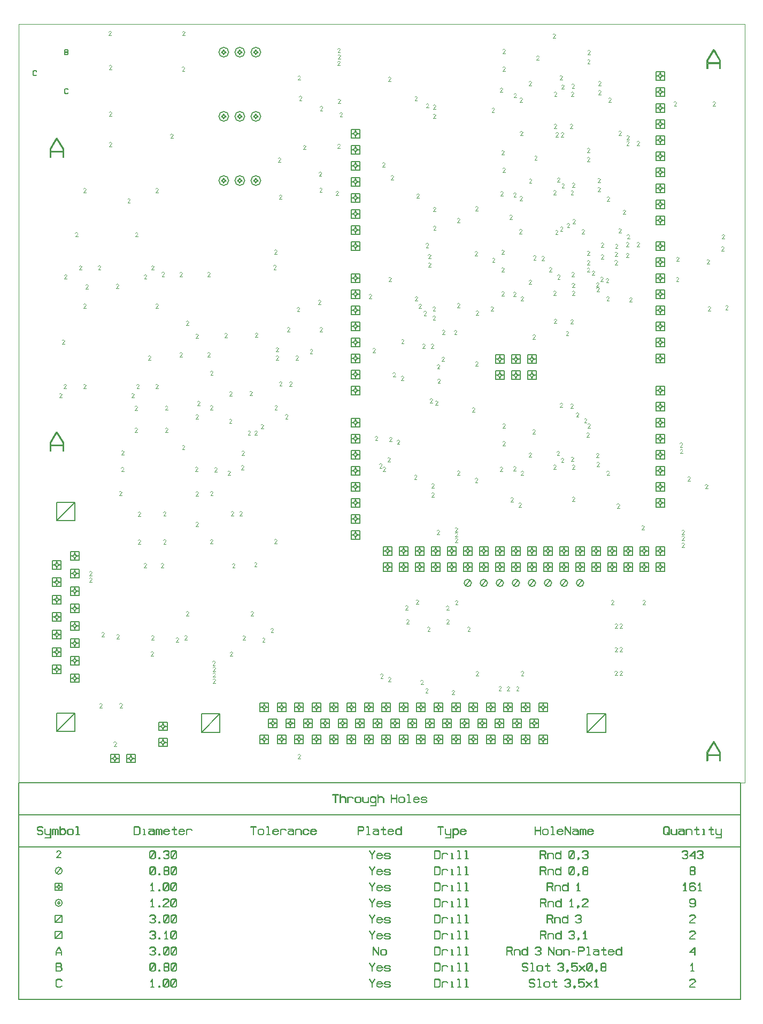
<source format=gbr>
*
G04 Job   : F:\ECADdesigns\1405165-01-00-A\PCB\1405165-01-00-A.pcb*
G04 User  : AT01PC650:at10682*
G04 Layer : Drilling_plan_throught.gbr*
G04 Date  : Tue May 09 13:28:00 2023*
G04 Drilling_plan (throught)*
%ICAS*%
%MOMM*%
%FSLAX54Y54*%
%OFA0.0000B0.0000*%
G90*
G74*
%ADD10C,0.01000*%
%ADD11C,0.10000*%
%ADD12C,0.15000*%
%ADD13C,0.15875*%
G01*
G54D10*
X1150000D01*
Y1200000*
X0*
Y0*
G54D11*
X64402Y609100D02*
X68402D01*
Y614100D02*
G03X66402Y616100I2000D01*
X64402Y614100J2000*
G01X68402D02*
X64402Y609100D01*
X68689Y693710D02*
X72689D01*
X71557Y623533D02*
X75557D01*
X72228Y796900D02*
X76228D01*
X72689Y698710D02*
G03X70689Y700710I2000D01*
X68689Y698710J2000*
G01X72689D02*
X68689Y693710D01*
X75557Y628533D02*
G03X73557Y630533I2000D01*
X71557Y628533J2000*
G01X75557D02*
X71557Y623533D01*
X76228Y801900D02*
X72228Y796900D01*
X76228Y801900D02*
G03X74228Y803900I2000D01*
X72228Y801900J2000*
G01X89792Y863700D02*
X93792D01*
Y868700D02*
G03X91792Y870700I2000D01*
X89792Y868700J2000*
G01X93792D02*
X89792Y863700D01*
X95950Y811250D02*
X99950D01*
Y816250D02*
X95950Y811250D01*
X99950Y816250D02*
G03X97950Y818250I2000D01*
X95950Y816250J2000*
G01X102458Y623450D02*
X106458D01*
X102608Y750900D02*
X106608D01*
X102608Y933700D02*
X106608D01*
X105972Y781447D02*
X109972D01*
X106458Y628450D02*
X102458Y623450D01*
X106458Y628450D02*
G03X104458Y630450I2000D01*
X102458Y628450J2000*
G01X106608Y755900D02*
X102608Y750900D01*
X106608Y755900D02*
G03X104608Y757900I2000D01*
X102608Y755900J2000*
G01X106608Y938700D02*
X102608Y933700D01*
X106608Y938700D02*
G03X104608Y940700I2000D01*
X102608Y938700J2000*
G01X109972Y786447D02*
X105972Y781447D01*
X109972Y786447D02*
G03X107972Y788447I2000D01*
X105972Y786447J2000*
G01X112100Y317303D02*
X116100D01*
X112100Y327670D02*
X116100D01*
Y322303D02*
G03X114100Y324303I2000D01*
X112100Y322303J2000*
G01X116100D02*
X112100Y317303D01*
X116100Y332670D02*
X112100Y327670D01*
X116100Y332670D02*
G03X114100Y334670I2000D01*
X112100Y332670J2000*
G01X126016Y811250D02*
X130016D01*
X128150Y118550D02*
X132150D01*
X130016Y816250D02*
X126016Y811250D01*
X130016Y816250D02*
G03X128016Y818250I2000D01*
X126016Y816250J2000*
G01X131508Y231100D02*
X135508D01*
X132150Y123550D02*
X128150Y118550D01*
X132150Y123550D02*
G03X130150Y125550I2000D01*
X128150Y123550J2000*
G01X135508Y236100D02*
X131508Y231100D01*
X135508Y236100D02*
G03X133508Y238100I2000D01*
X131508Y236100J2000*
G01X142762Y1182059D02*
X146762D01*
X143045Y1006396D02*
X147045D01*
X143045Y1054610D02*
X147045D01*
X143074Y1128385D02*
X147074D01*
X146762Y1187059D02*
X142762Y1182059D01*
X146762Y1187059D02*
G03X144762Y1189059I2000D01*
X142762Y1187059J2000*
G01X147045Y1011396D02*
G03X145045Y1013396I2000D01*
X143045Y1011396J2000*
G01X147045D02*
X143045Y1006396D01*
X147045Y1059610D02*
G03X145045Y1061610I2000D01*
X143045Y1059610J2000*
G01X147045D02*
X143045Y1054610D01*
X147074Y1133385D02*
X143074Y1128385D01*
X147074Y1133385D02*
G03X145074Y1135385I2000D01*
X143074Y1133385J2000*
G01X150664Y57561D02*
X154664D01*
X154550Y782000D02*
X158550D01*
X154664Y62561D02*
G03X152664Y64561I2000D01*
X150664Y62561J2000*
G01X154664D02*
X150664Y57561D01*
X155310Y227429D02*
X159310D01*
X158550Y787000D02*
X154550Y782000D01*
X158550Y787000D02*
G03X156550Y789000I2000D01*
X154550Y787000J2000*
G01X159258Y454100D02*
X163258D01*
X159310Y232429D02*
X155310Y227429D01*
X159310Y232429D02*
G03X157310Y234429I2000D01*
X155310Y232429J2000*
G01X159950Y118550D02*
X163950D01*
X162506Y518589D02*
X166506D01*
X162650Y492011D02*
X166650D01*
X163258Y459100D02*
X159258Y454100D01*
X163258Y459100D02*
G03X161258Y461100I2000D01*
X159258Y459100J2000*
G01X163950Y123550D02*
X159950Y118550D01*
X163950Y123550D02*
G03X161950Y125550I2000D01*
X159950Y123550J2000*
G01X166506Y523589D02*
G03X164506Y525589I2000D01*
X162506Y523589J2000*
G01X166506D02*
X162506Y518589D01*
X166650Y497011D02*
X162650Y492011D01*
X166650Y497011D02*
G03X164650Y499011I2000D01*
X162650Y497011J2000*
G01X172500Y917483D02*
X176500D01*
Y922483D02*
X172500Y917483D01*
X176500Y922483D02*
G03X174500Y924483I2000D01*
X172500Y922483J2000*
G01X178702Y609100D02*
X182702D01*
Y614100D02*
G03X180702Y616100I2000D01*
X178702Y614100J2000*
G01X182702D02*
X178702Y609100D01*
X183897Y554307D02*
X187897D01*
X183897Y589234D02*
X187897D01*
X184908Y863700D02*
X188908D01*
X187000Y623450D02*
X191000D01*
X187897Y559307D02*
G03X185897Y561307I2000D01*
X183897Y559307J2000*
G01X187897D02*
X183897Y554307D01*
X187897Y594234D02*
X183897Y589234D01*
X187897Y594234D02*
G03X185897Y596234I2000D01*
X183897Y594234J2000*
G01X188908Y868700D02*
X184908Y863700D01*
X188908Y868700D02*
G03X186908Y870700I2000D01*
X184908Y868700J2000*
G01X188951Y377367D02*
X192951D01*
X188951Y421547D02*
X192951D01*
X191000Y628450D02*
X187000Y623450D01*
X191000Y628450D02*
G03X189000Y630450I2000D01*
X187000Y628450J2000*
G01X192951Y382367D02*
X188951Y377367D01*
X192951Y382367D02*
G03X190951Y384367I2000D01*
X188951Y382367J2000*
G01X192951Y426547D02*
X188951Y421547D01*
X192951Y426547D02*
G03X190951Y428547I2000D01*
X188951Y426547J2000*
G01X198371Y339800D02*
X202371D01*
X198872Y796900D02*
X202872D01*
X202371Y344800D02*
X198371Y339800D01*
X202371Y344800D02*
G03X200371Y346800I2000D01*
X198371Y344800J2000*
G01X202872Y801900D02*
X198872Y796900D01*
X202872Y801900D02*
G03X200872Y803900I2000D01*
X198872Y801900J2000*
G01X205309Y668613D02*
X209309D01*
Y673613D02*
X205309Y668613D01*
X209309Y673613D02*
G03X207309Y675613I2000D01*
X205309Y673613J2000*
G01X209500Y200200D02*
X213500D01*
X210250Y811250D02*
X214250D01*
X210292Y225600D02*
X214292D01*
X213500Y205200D02*
X209500Y200200D01*
X213500Y205200D02*
G03X211500Y207200I2000D01*
X209500Y205200J2000*
G01X214250Y816250D02*
G03X212250Y818250I2000D01*
X210250Y816250J2000*
G01X214250D02*
X210250Y811250D01*
X214292Y230600D02*
X210292Y225600D01*
X214292Y230600D02*
G03X212292Y232600I2000D01*
X210292Y230600J2000*
G01X216758Y623450D02*
X220758D01*
X216908Y750900D02*
X220908D01*
X216908Y933700D02*
X220908D01*
X220758Y628450D02*
G03X218758Y630450I2000D01*
X216758Y628450J2000*
G01X220758D02*
X216758Y623450D01*
X220908Y755900D02*
X216908Y750900D01*
X220908Y755900D02*
G03X218908Y757900I2000D01*
X216908Y755900J2000*
G01X220908Y938700D02*
G03X218908Y940700I2000D01*
X216908Y938700J2000*
G01X220908D02*
X216908Y933700D01*
X225482Y339800D02*
X229482D01*
X226600Y800908D02*
X230600D01*
X229169Y377625D02*
X233169D01*
X229169Y422063D02*
X233169D01*
X229482Y344800D02*
X225482Y339800D01*
X229482Y344800D02*
G03X227482Y346800I2000D01*
X225482Y344800J2000*
G01X230600Y805908D02*
X226600Y800908D01*
X230600Y805908D02*
G03X228600Y807908I2000D01*
X226600Y805908J2000*
G01X232142Y554307D02*
X236142D01*
X232142Y589322D02*
X236142D01*
X233169Y382625D02*
X229169Y377625D01*
X233169Y382625D02*
G03X231169Y384625I2000D01*
X229169Y382625J2000*
G01X233169Y427063D02*
X229169Y422063D01*
X233169Y427063D02*
G03X231169Y429063I2000D01*
X229169Y427063J2000*
G01X236142Y559307D02*
G03X234142Y561307I2000D01*
X232142Y559307J2000*
G01X236142D02*
X232142Y554307D01*
X236142Y594322D02*
X232142Y589322D01*
X236142Y594322D02*
G03X234142Y596322I2000D01*
X232142Y594322J2000*
G01X240450Y1019500D02*
X244450D01*
Y1024500D02*
X240450Y1019500D01*
X244450Y1024500D02*
G03X242450Y1026500I2000D01*
X240450Y1024500J2000*
G01X248850Y222400D02*
X252850D01*
Y227400D02*
X248850Y222400D01*
X252850Y227400D02*
G03X250850Y229400I2000D01*
X248850Y227400J2000*
G01X254858Y673650D02*
X258858D01*
X254858Y800650D02*
X258858D01*
X258849Y1125895D02*
X262849D01*
X258850Y527200D02*
X262850D01*
X258858Y678650D02*
G03X256858Y680650I2000D01*
X254858Y678650J2000*
G01X258858D02*
X254858Y673650D01*
X258858Y805650D02*
X254858Y800650D01*
X258858Y805650D02*
G03X256858Y807650I2000D01*
X254858Y805650J2000*
G01X259317Y1182059D02*
X263317D01*
X262400Y225950D02*
X266400D01*
X262849Y1130895D02*
X258849Y1125895D01*
X262849Y1130895D02*
G03X260849Y1132895I2000D01*
X258849Y1130895J2000*
G01X262850Y532200D02*
X258850Y527200D01*
X262850Y532200D02*
G03X260850Y534200I2000D01*
X258850Y532200J2000*
G01X263317Y1187059D02*
X259317Y1182059D01*
X263317Y1187059D02*
G03X261317Y1189059I2000D01*
X259317Y1187059J2000*
G01X264980Y263800D02*
X268980D01*
X265150Y723600D02*
X269150D01*
X266400Y230950D02*
G03X264400Y232950I2000D01*
X262400Y230950J2000*
G01X266400D02*
X262400Y225950D01*
X268980Y268800D02*
X264980Y263800D01*
X268980Y268800D02*
G03X266980Y270800I2000D01*
X264980Y268800J2000*
G01X269150Y728600D02*
X265150Y723600D01*
X269150Y728600D02*
G03X267150Y730600I2000D01*
X265150Y728600J2000*
G01X279502Y492750D02*
X283502D01*
X280323Y703000D02*
X284323D01*
X280495Y453584D02*
X284495D01*
X280574Y575396D02*
X284574D01*
X280612Y405368D02*
X284612D01*
X283250Y596600D02*
X287250D01*
X283502Y497750D02*
G03X281502Y499750I2000D01*
X279502Y497750J2000*
G01X283502D02*
X279502Y492750D01*
X284323Y708000D02*
X280323Y703000D01*
X284323Y708000D02*
G03X282323Y710000I2000D01*
X280323Y708000J2000*
G01X284495Y458584D02*
G03X282495Y460584I2000D01*
X280495Y458584J2000*
G01X284495D02*
X280495Y453584D01*
X284574Y580396D02*
X280574Y575396D01*
X284574Y580396D02*
G03X282574Y582396I2000D01*
X280574Y580396J2000*
G01X284612Y410368D02*
X280612Y405368D01*
X284612Y410368D02*
G03X282612Y412368I2000D01*
X280612Y410368J2000*
G01X287250Y601600D02*
G03X285250Y603600I2000D01*
X283250Y601600J2000*
G01X287250D02*
X283250Y596600D01*
X299150Y673650D02*
X303150D01*
X299150Y800650D02*
X303150D01*
Y678650D02*
X299150Y673650D01*
X303150Y678650D02*
G03X301150Y680650I2000D01*
X299150Y678650J2000*
G01X303150Y805650D02*
X299150Y800650D01*
X303150Y805650D02*
G03X301150Y807650I2000D01*
X299150Y805650J2000*
G01X303614Y378010D02*
X307614D01*
X303617Y590021D02*
X307617D01*
X303758Y454100D02*
X307758D01*
X303758Y644600D02*
X307758D01*
X307227Y185401D02*
X311227D01*
X307614Y383010D02*
G03X305614Y385010I2000D01*
X303614Y383010J2000*
G01X307614D02*
X303614Y378010D01*
X307617Y595021D02*
X303617Y590021D01*
X307617Y595021D02*
G03X305617Y597021I2000D01*
X303617Y595021J2000*
G01X307682Y157241D02*
X311682D01*
X307682Y166853D02*
X311682D01*
X307682Y175997D02*
X311682D01*
X307758Y459100D02*
G03X305758Y461100I2000D01*
X303758Y459100J2000*
G01X307758D02*
X303758Y454100D01*
X307758Y649600D02*
X303758Y644600D01*
X307758Y649600D02*
G03X305758Y651600I2000D01*
X303758Y649600J2000*
G01X310300Y491898D02*
X314300D01*
X311227Y190401D02*
X307227Y185401D01*
X311227Y190401D02*
G03X309227Y192401I2000D01*
X307227Y190401J2000*
G01X311682Y162241D02*
G03X309682Y164241I2000D01*
X307682Y162241J2000*
G01X311682D02*
X307682Y157241D01*
X311682Y171853D02*
X307682Y166853D01*
X311682Y171853D02*
G03X309682Y173853I2000D01*
X307682Y171853J2000*
G01X311682Y180997D02*
X307682Y175997D01*
X311682Y180997D02*
G03X309682Y182997I2000D01*
X307682Y180997J2000*
G01X314300Y496898D02*
G03X312300Y498898I2000D01*
X310300Y496898J2000*
G01X314300D02*
X310300Y491898D01*
X326366Y704405D02*
X330366D01*
Y709405D02*
G03X328366Y711405I2000D01*
X326366Y709405J2000*
G01X330366D02*
X326366Y704405D01*
X331073Y486217D02*
X335073D01*
X333442Y568600D02*
X337442D01*
X333896Y612094D02*
X337896D01*
X334900Y200200D02*
X338900D01*
X335073Y491217D02*
G03X333073Y493217I2000D01*
X331073Y491217J2000*
G01X335073D02*
X331073Y486217D01*
X336201Y422100D02*
X340201D01*
X337442Y573600D02*
G03X335442Y575600I2000D01*
X333442Y573600J2000*
G01X337442D02*
X333442Y568600D01*
X337896Y617094D02*
G03X335896Y619094I2000D01*
X333896Y617094J2000*
G01X337896D02*
X333896Y612094D01*
X338515Y339800D02*
X342515D01*
X338900Y205200D02*
X334900Y200200D01*
X338900Y205200D02*
G03X336900Y207200I2000D01*
X334900Y205200J2000*
G01X340201Y427100D02*
G03X338201Y429100I2000D01*
X336201Y427100J2000*
G01X340201D02*
X336201Y422100D01*
X342515Y344800D02*
G03X340515Y346800I2000D01*
X338515Y344800J2000*
G01X342515D02*
X338515Y339800D01*
X349726Y422100D02*
X353726D01*
X352408Y494841D02*
X356408D01*
X353200Y517700D02*
X357200D01*
X353726Y427100D02*
G03X351726Y429100I2000D01*
X349726Y427100J2000*
G01X353726D02*
X349726Y422100D01*
X354792Y225600D02*
X358792D01*
X356408Y499841D02*
G03X354408Y501841I2000D01*
X352408Y499841J2000*
G01X356408D02*
X352408Y494841D01*
X357200Y522700D02*
G03X355200Y524700I2000D01*
X353200Y522700J2000*
G01X357200D02*
X353200Y517700D01*
X358792Y230600D02*
X354792Y225600D01*
X358792Y230600D02*
G03X356792Y232600I2000D01*
X354792Y230600J2000*
G01X362942Y550025D02*
X366942D01*
X365686Y612654D02*
X369686D01*
X366942Y555025D02*
X362942Y550025D01*
X366942Y555025D02*
G03X364942Y557025I2000D01*
X362942Y555025J2000*
G01X367825Y263800D02*
X371825D01*
X369686Y617654D02*
G03X367686Y619654I2000D01*
X365686Y617654J2000*
G01X369686D02*
X365686Y612654D01*
X371825Y268800D02*
G03X369825Y270800I2000D01*
X367825Y268800J2000*
G01X371825D02*
X367825Y263800D01*
X373176Y341772D02*
X377176D01*
X373792Y549835D02*
X377792D01*
X374655Y704537D02*
X378655D01*
X377176Y346772D02*
G03X375176Y348772I2000D01*
X373176Y346772J2000*
G01X377176D02*
X373176Y341772D01*
X377792Y554835D02*
G03X375792Y556835I2000D01*
X373792Y554835J2000*
G01X377792D02*
X373792Y549835D01*
X378655Y709537D02*
G03X376655Y711537I2000D01*
X374655Y709537J2000*
G01X378655D02*
X374655Y704537D01*
X383682Y559800D02*
X387682D01*
X385850Y222400D02*
X389850D01*
X387682Y564800D02*
G03X385682Y566800I2000D01*
X383682Y564800J2000*
G01X387682D02*
X383682Y559800D01*
X389850Y227400D02*
X385850Y222400D01*
X389850Y227400D02*
G03X387850Y229400I2000D01*
X385850Y227400J2000*
G01X399400Y237400D02*
X403400D01*
Y242400D02*
X399400Y237400D01*
X403400Y242400D02*
G03X401400Y244400I2000D01*
X399400Y242400J2000*
G01X403580Y811892D02*
X407580D01*
X405092Y836167D02*
X409092D01*
X405139Y378100D02*
X409139D01*
X405460Y589877D02*
X409460D01*
X407501Y668700D02*
X411501D01*
X407501Y681700D02*
X411501D01*
X407580Y816892D02*
G03X405580Y818892I2000D01*
X403580Y816892J2000*
G01X407580D02*
X403580Y811892D01*
X409092Y841167D02*
G03X407092Y843167I2000D01*
X405092Y841167J2000*
G01X409092D02*
X405092Y836167D01*
X409139Y383100D02*
G03X407139Y385100I2000D01*
X405139Y383100J2000*
G01X409139D02*
X405139Y378100D01*
X409460Y594877D02*
X405460Y589877D01*
X409460Y594877D02*
G03X407460Y596877I2000D01*
X405460Y594877J2000*
G01X410850Y982000D02*
X414850D01*
X411501Y673700D02*
X407501Y668700D01*
X411501Y673700D02*
G03X409501Y675700I2000D01*
X407501Y673700J2000*
G01X411501Y686700D02*
X407501Y681700D01*
X411501Y686700D02*
G03X409501Y688700I2000D01*
X407501Y686700J2000*
G01X412850Y923000D02*
X416850D01*
X412918Y627517D02*
X416918D01*
X414850Y987000D02*
G03X412850Y989000I2000D01*
X410850Y987000J2000*
G01X414850D02*
X410850Y982000D01*
X416850Y928000D02*
G03X414850Y930000I2000D01*
X412850Y928000J2000*
G01X416850D02*
X412850Y923000D01*
X416918Y632517D02*
X412918Y627517D01*
X416918Y632517D02*
G03X414918Y634517I2000D01*
X412918Y632517J2000*
G01X422355Y575726D02*
X426355D01*
X425417Y713747D02*
X429417D01*
X426355Y580726D02*
X422355Y575726D01*
X426355Y580726D02*
G03X424355Y582726I2000D01*
X422355Y580726J2000*
G01X428918Y627356D02*
X432918D01*
X429417Y718747D02*
G03X427417Y720747I2000D01*
X425417Y718747J2000*
G01X429417D02*
X425417Y713747D01*
X432918Y632356D02*
X428918Y627356D01*
X432918Y632356D02*
G03X430918Y634356I2000D01*
X428918Y632356J2000*
G01X438939Y668511D02*
X442939D01*
X440800Y745200D02*
X444800D01*
X442000Y38023D02*
X446000D01*
X442225Y1111729D02*
X446225D01*
X442939Y673511D02*
X438939Y668511D01*
X442939Y673511D02*
G03X440939Y675511I2000D01*
X438939Y673511J2000*
G01X444325Y1079470D02*
X448325D01*
X444800Y750200D02*
X440800Y745200D01*
X444800Y750200D02*
G03X442800Y752200I2000D01*
X440800Y750200J2000*
G01X446000Y43023D02*
G03X444000Y45023I2000D01*
X442000Y43023J2000*
G01X446000D02*
X442000Y38023D01*
X446225Y1116729D02*
G03X444225Y1118729I2000D01*
X442225Y1116729J2000*
G01X446225D02*
X442225Y1111729D01*
X448325Y1084470D02*
X444325Y1079470D01*
X448325Y1084470D02*
G03X446325Y1086470I2000D01*
X444325Y1084470J2000*
G01X450719Y1001726D02*
X454719D01*
Y1006726D02*
X450719Y1001726D01*
X454719Y1006726D02*
G03X452719Y1008726I2000D01*
X450719Y1006726J2000*
G01X461331Y678870D02*
X465331D01*
Y683870D02*
G03X463331Y685870I2000D01*
X461331Y683870J2000*
G01X465331D02*
X461331Y678870D01*
X474250Y756802D02*
X478250D01*
X475708Y959301D02*
X479708D01*
X476589Y934253D02*
X480589D01*
X476877Y713450D02*
X480877D01*
X477393Y1063400D02*
X481393D01*
X478250Y761802D02*
X474250Y756802D01*
X478250Y761802D02*
G03X476250Y763802I2000D01*
X474250Y761802J2000*
G01X479708Y964301D02*
G03X477708Y966301I2000D01*
X475708Y964301J2000*
G01X479708D02*
X475708Y959301D01*
X480589Y939253D02*
X476589Y934253D01*
X480589Y939253D02*
G03X478589Y941253I2000D01*
X476589Y939253J2000*
G01X480877Y718450D02*
X476877Y713450D01*
X480877Y718450D02*
G03X478877Y720450I2000D01*
X476877Y718450J2000*
G01X481393Y1068400D02*
G03X479393Y1070400I2000D01*
X477393Y1068400J2000*
G01X481393D02*
X477393Y1063400D01*
X502600Y929100D02*
X506600D01*
X505100Y1003400D02*
X509100D01*
X505100Y1135000D02*
X509100D01*
X505152Y1155000D02*
X509152D01*
X505401Y1074894D02*
X509401D01*
X505401Y1145000D02*
X509401D01*
X506600Y934100D02*
X502600Y929100D01*
X506600Y934100D02*
G03X504600Y936100I2000D01*
X502600Y934100J2000*
G01X508596Y1053400D02*
X512596D01*
X509100Y1008400D02*
X505100Y1003400D01*
X509100Y1008400D02*
G03X507100Y1010400I2000D01*
X505100Y1008400J2000*
G01X509100Y1140000D02*
G03X507100Y1142000I2000D01*
X505100Y1140000J2000*
G01X509100D02*
X505100Y1135000D01*
X509152Y1160000D02*
G03X507152Y1162000I2000D01*
X505152Y1160000J2000*
G01X509152D02*
X505152Y1155000D01*
X509401Y1079894D02*
X505401Y1074894D01*
X509401Y1079894D02*
G03X507401Y1081894I2000D01*
X505401Y1079894J2000*
G01X509401Y1150000D02*
G03X507401Y1152000I2000D01*
X505401Y1150000J2000*
G01X509401D02*
X505401Y1145000D01*
X512596Y1058400D02*
G03X510596Y1060400I2000D01*
X508596Y1058400J2000*
G01X512596D02*
X508596Y1053400D01*
X554874Y765846D02*
X558874D01*
Y770846D02*
X554874Y765846D01*
X558874Y770846D02*
G03X556874Y772846I2000D01*
X554874Y770846J2000*
G01X560664Y680382D02*
X564664D01*
X564629Y541279D02*
X568629D01*
X564664Y685382D02*
X560664Y680382D01*
X564664Y685382D02*
G03X562664Y687382I2000D01*
X560664Y685382J2000*
G01X568629Y546279D02*
X564629Y541279D01*
X568629Y546279D02*
G03X566629Y548279I2000D01*
X564629Y546279J2000*
G01X571194Y497765D02*
X575194D01*
X572894Y165075D02*
X576894D01*
X575194Y502765D02*
X571194Y497765D01*
X575194Y502765D02*
G03X573194Y504765I2000D01*
X571194Y502765J2000*
G01X576050Y974500D02*
X580050D01*
X576674Y492285D02*
X580674D01*
X576894Y170075D02*
X572894Y165075D01*
X576894Y170075D02*
G03X574894Y172075I2000D01*
X572894Y170075J2000*
G01X580050Y979500D02*
X576050Y974500D01*
X580050Y979500D02*
G03X578050Y981500I2000D01*
X576050Y979500J2000*
G01X580674Y497285D02*
X576674Y492285D01*
X580674Y497285D02*
G03X578674Y499285I2000D01*
X576674Y497285J2000*
G01X584235Y507534D02*
X588235D01*
X585126Y159773D02*
X589126D01*
X585450Y1109750D02*
X589450D01*
X585850Y792850D02*
X589850D01*
X587054Y539626D02*
X591054D01*
X588235Y512534D02*
X584235Y507534D01*
X588235Y512534D02*
G03X586235Y514534I2000D01*
X584235Y512534J2000*
G01X589126Y164773D02*
G03X587126Y166773I2000D01*
X585126Y164773J2000*
G01X589126D02*
X585126Y159773D01*
X589287Y954172D02*
X593287D01*
X589450Y1114750D02*
X585450Y1109750D01*
X589450Y1114750D02*
G03X587450Y1116750I2000D01*
X585450Y1114750J2000*
G01X589850Y797850D02*
X585850Y792850D01*
X589850Y797850D02*
G03X587850Y799850I2000D01*
X585850Y797850J2000*
G01X591054Y544626D02*
X587054Y539626D01*
X591054Y544626D02*
G03X589054Y546626I2000D01*
X587054Y544626J2000*
G01X592597Y641829D02*
X596597D01*
X593287Y959172D02*
X589287Y954172D01*
X593287Y959172D02*
G03X591287Y961172I2000D01*
X589287Y959172J2000*
G01X596597Y646829D02*
X592597Y641829D01*
X596597Y646829D02*
G03X594597Y648829I2000D01*
X592597Y646829J2000*
G01X599248Y535182D02*
X603248D01*
Y540182D02*
X599248Y535182D01*
X603248Y540182D02*
G03X601248Y542182I2000D01*
X599248Y540182J2000*
G01X605436Y636414D02*
X609436D01*
X606084Y694776D02*
X610084D01*
X609436Y641414D02*
G03X607436Y643414I2000D01*
X605436Y641414J2000*
G01X609436D02*
X605436Y636414D01*
X610084Y699776D02*
G03X608084Y701776I2000D01*
X606084Y699776J2000*
G01X610084D02*
X606084Y694776D01*
X612358Y273314D02*
X616358D01*
X613876Y251187D02*
X617876D01*
X616358Y278314D02*
G03X614358Y280314I2000D01*
X612358Y278314J2000*
G01X616358D02*
X612358Y273314D01*
X617876Y256187D02*
G03X615876Y258187I2000D01*
X613876Y256187J2000*
G01X617876D02*
X613876Y251187D01*
X626450Y479950D02*
X630450D01*
X627198Y1079280D02*
X631198D01*
X627877Y762204D02*
X631877D01*
X629096Y282175D02*
X633096D01*
X630250Y924750D02*
X634250D01*
X630450Y484950D02*
X626450Y479950D01*
X630450Y484950D02*
G03X628450Y486950I2000D01*
X626450Y484950J2000*
G01X631198Y1084280D02*
X627198Y1079280D01*
X631198Y1084280D02*
G03X629198Y1086280I2000D01*
X627198Y1084280J2000*
G01X631877Y767204D02*
G03X629877Y769204I2000D01*
X627877Y767204J2000*
G01X631877D02*
X627877Y762204D01*
X633096Y287175D02*
G03X631096Y289175I2000D01*
X629096Y287175J2000*
G01X633096D02*
X629096Y282175D01*
X633714Y750376D02*
X637714D01*
X634250Y929750D02*
X630250Y924750D01*
X634250Y929750D02*
G03X632250Y931750I2000D01*
X630250Y929750J2000*
G01X636716Y155009D02*
X640716D01*
X637714Y755376D02*
X633714Y750376D01*
X637714Y755376D02*
G03X635714Y757376I2000D01*
X633714Y755376J2000*
G01X639189Y687352D02*
X643189D01*
X640716Y160009D02*
X636716Y155009D01*
X640716Y160009D02*
G03X638716Y162009I2000D01*
X636716Y160009J2000*
G01X641660Y739107D02*
X645660D01*
X643189Y692352D02*
G03X641189Y694352I2000D01*
X639189Y692352J2000*
G01X643189D02*
X639189Y687352D01*
X644139Y142037D02*
X648139D01*
X644897Y846615D02*
X648897D01*
X645227Y1067686D02*
X649227D01*
X645660Y744107D02*
X641660Y739107D01*
X645660Y744107D02*
G03X643660Y746107I2000D01*
X641660Y744107J2000*
G01X647400Y239400D02*
X651400D01*
X648139Y147037D02*
X644139Y142037D01*
X648139Y147037D02*
G03X646139Y149037I2000D01*
X644139Y147037J2000*
G01X648568Y815650D02*
X652568D01*
X648568Y829050D02*
X652568D01*
X648897Y851615D02*
G03X646897Y853615I2000D01*
X644897Y851615J2000*
G01X648897D02*
X644897Y846615D01*
X649227Y1072686D02*
X645227Y1067686D01*
X649227Y1072686D02*
G03X647227Y1074686I2000D01*
X645227Y1072686J2000*
G01X651400Y244400D02*
X647400Y239400D01*
X651400Y244400D02*
G03X649400Y246400I2000D01*
X647400Y244400J2000*
G01X651454Y600650D02*
X655454D01*
X652568Y820650D02*
G03X650568Y822650I2000D01*
X648568Y820650J2000*
G01X652568D02*
X648568Y815650D01*
X652568Y834050D02*
X648568Y829050D01*
X652568Y834050D02*
G03X650568Y836050I2000D01*
X648568Y834050J2000*
G01X653118Y687352D02*
X657118D01*
X653939Y452021D02*
X657939D01*
X653950Y466150D02*
X657950D01*
X655454Y605650D02*
X651454Y600650D01*
X655454Y605650D02*
G03X653454Y607650I2000D01*
X651454Y605650J2000*
G01X655950Y731650D02*
X659950D01*
X655950Y746150D02*
X659950D01*
X656350Y1050950D02*
X660350D01*
X656350Y1065450D02*
X660350D01*
X656662Y903614D02*
X660662D01*
X656876Y874047D02*
X660876D01*
X657118Y692352D02*
G03X655118Y694352I2000D01*
X653118Y692352J2000*
G01X657118D02*
X653118Y687352D01*
X657939Y457021D02*
X653939Y452021D01*
X657939Y457021D02*
G03X655939Y459021I2000D01*
X653939Y457021J2000*
G01X657950Y471150D02*
G03X655950Y473150I2000D01*
X653950Y471150J2000*
G01X657950D02*
X653950Y466150D01*
X659655Y597094D02*
X663655D01*
X659950Y736650D02*
G03X657950Y738650I2000D01*
X655950Y736650J2000*
G01X659950D02*
X655950Y731650D01*
X659950Y751150D02*
G03X657950Y753150I2000D01*
X655950Y751150J2000*
G01X659950D02*
X655950Y746150D01*
X660350Y1055950D02*
X656350Y1050950D01*
X660350Y1055950D02*
G03X658350Y1057950I2000D01*
X656350Y1055950J2000*
G01X660350Y1070450D02*
X656350Y1065450D01*
X660350Y1070450D02*
G03X658350Y1072450I2000D01*
X656350Y1070450J2000*
G01X660662Y908614D02*
X656662Y903614D01*
X660662Y908614D02*
G03X658662Y910614I2000D01*
X656662Y908614J2000*
G01X660876Y879047D02*
X656876Y874047D01*
X660876Y879047D02*
G03X658876Y881047I2000D01*
X656876Y879047J2000*
G01X662270Y392409D02*
X666270D01*
X662805Y654523D02*
X666805D01*
X663600Y631646D02*
X667600D01*
X663655Y602094D02*
X659655Y597094D01*
X663655Y602094D02*
G03X661655Y604094I2000D01*
X659655Y602094J2000*
G01X666270Y397409D02*
G03X664270Y399409I2000D01*
X662270Y397409J2000*
G01X666270D02*
X662270Y392409D01*
X666805Y659523D02*
G03X664805Y661523I2000D01*
X662805Y659523J2000*
G01X666805D02*
X662805Y654523D01*
X667600Y636646D02*
G03X665600Y638646I2000D01*
X663600Y636646J2000*
G01X667600D02*
X663600Y631646D01*
X670200Y666776D02*
X674200D01*
X670796Y709009D02*
X674796D01*
X674200Y671776D02*
X670200Y666776D01*
X674200Y671776D02*
G03X672200Y673776I2000D01*
X670200Y671776J2000*
G01X674796Y714009D02*
X670796Y709009D01*
X674796Y714009D02*
G03X672796Y716009I2000D01*
X670796Y714009J2000*
G01X677342Y272658D02*
X681342D01*
X677353Y251187D02*
X681353D01*
X681342Y277658D02*
X677342Y272658D01*
X681342Y277658D02*
G03X679342Y279658I2000D01*
X677342Y277658J2000*
G01X681353Y256187D02*
G03X679353Y258187I2000D01*
X677353Y256187J2000*
G01X681353D02*
X677353Y251187D01*
X686127Y139085D02*
X690127D01*
X689750Y709074D02*
X693750D01*
X690127Y144085D02*
X686127Y139085D01*
X690127Y144085D02*
G03X688127Y146085I2000D01*
X686127Y144085J2000*
G01X691001Y380027D02*
X695001D01*
X691001Y388718D02*
X695001D01*
X691001Y396468D02*
X695001D01*
X691454Y281355D02*
X695454D01*
X693750Y714074D02*
X689750Y709074D01*
X693750Y714074D02*
G03X691750Y716074I2000D01*
X689750Y714074J2000*
G01X694250Y486719D02*
X698250D01*
X694250Y751650D02*
X698250D01*
X694250Y886350D02*
X698250D01*
X695001Y385027D02*
X691001Y380027D01*
X695001Y385027D02*
G03X693001Y387027I2000D01*
X691001Y385027J2000*
G01X695001Y393718D02*
X691001Y388718D01*
X695001Y393718D02*
G03X693001Y395718I2000D01*
X691001Y393718J2000*
G01X695001Y401468D02*
G03X693001Y403468I2000D01*
X691001Y401468J2000*
G01X695001D02*
X691001Y396468D01*
X695454Y286355D02*
X691454Y281355D01*
X695454Y286355D02*
G03X693454Y288355I2000D01*
X691454Y286355J2000*
G01X698250Y491719D02*
G03X696250Y493719I2000D01*
X694250Y491719J2000*
G01X698250D02*
X694250Y486719D01*
X698250Y756650D02*
X694250Y751650D01*
X698250Y756650D02*
G03X696250Y758650I2000D01*
X694250Y756650J2000*
G01X698250Y891350D02*
G03X696250Y893350I2000D01*
X694250Y891350J2000*
G01X698250D02*
X694250Y886350D01*
X710900Y239400D02*
X714900D01*
Y244400D02*
G03X712900Y246400I2000D01*
X710900Y244400J2000*
G01X714900D02*
X710900Y239400D01*
X718087Y586717D02*
X722087D01*
Y591717D02*
X718087Y586717D01*
X722087Y591717D02*
G03X720087Y593717I2000D01*
X718087Y591717J2000*
G01X722501Y833450D02*
X726501D01*
X722921Y474986D02*
X726921D01*
X723148Y904800D02*
X727148D01*
X723296Y659131D02*
X727296D01*
X724196Y739966D02*
X728196D01*
X724258Y169350D02*
X728258D01*
X726501Y838450D02*
G03X724501Y840450I2000D01*
X722501Y838450J2000*
G01X726501D02*
X722501Y833450D01*
X726921Y479986D02*
X722921Y474986D01*
X726921Y479986D02*
G03X724921Y481986I2000D01*
X722921Y479986J2000*
G01X727148Y909800D02*
G03X725148Y911800I2000D01*
X723148Y909800J2000*
G01X727148D02*
X723148Y904800D01*
X727296Y664131D02*
X723296Y659131D01*
X727296Y664131D02*
G03X725296Y666131I2000D01*
X723296Y664131J2000*
G01X728196Y744966D02*
X724196Y739966D01*
X728196Y744966D02*
G03X726196Y746966I2000D01*
X724196Y744966J2000*
G01X728258Y174350D02*
X724258Y169350D01*
X728258Y174350D02*
G03X726258Y176350I2000D01*
X724258Y174350J2000*
G01X747716Y746100D02*
X751716D01*
X749204Y1060700D02*
X753204D01*
X749900Y823450D02*
X753900D01*
X751716Y751100D02*
G03X749716Y753100I2000D01*
X747716Y751100J2000*
G01X751716D02*
X747716Y746100D01*
X753204Y1065700D02*
G03X751204Y1067700I2000D01*
X749204Y1065700J2000*
G01X753204D02*
X749204Y1060700D01*
X753900Y828450D02*
X749900Y823450D01*
X753900Y828450D02*
G03X751900Y830450I2000D01*
X749900Y828450J2000*
G01X760201Y145414D02*
X764201D01*
X762414Y1092473D02*
X766414D01*
X762450Y492650D02*
X766450D01*
X762850Y928750D02*
X766850D01*
X764201Y150414D02*
X760201Y145414D01*
X764201Y150414D02*
G03X762201Y152414I2000D01*
X760201Y150414J2000*
G01X764501Y808000D02*
X768501D01*
X764501Y836000D02*
X768501D01*
X764501Y993500D02*
X768501D01*
X764886Y770470D02*
X768886D01*
X766414Y1097473D02*
G03X764414Y1099473I2000D01*
X762414Y1097473J2000*
G01X766414D02*
X762414Y1092473D01*
X766450Y497650D02*
X762450Y492650D01*
X766450Y497650D02*
G03X764450Y499650I2000D01*
X762450Y497650J2000*
G01X766450Y533000D02*
X770450D01*
X766450Y561000D02*
X770450D01*
X766450Y965500D02*
X770450D01*
X766450Y1125500D02*
X770450D01*
X766450Y1153500D02*
X770450D01*
X766850Y933750D02*
X762850Y928750D01*
X766850Y933750D02*
G03X764850Y935750I2000D01*
X762850Y933750J2000*
G01X768501Y813000D02*
G03X766501Y815000I2000D01*
X764501Y813000J2000*
G01X768501D02*
X764501Y808000D01*
X768501Y841000D02*
X764501Y836000D01*
X768501Y841000D02*
G03X766501Y843000I2000D01*
X764501Y841000J2000*
G01X768501Y998500D02*
X764501Y993500D01*
X768501Y998500D02*
G03X766501Y1000500I2000D01*
X764501Y998500J2000*
G01X768886Y775470D02*
X764886Y770470D01*
X768886Y775470D02*
G03X766886Y777470I2000D01*
X764886Y775470J2000*
G01X770450Y538000D02*
G03X768450Y540000I2000D01*
X766450Y538000J2000*
G01X770450D02*
X766450Y533000D01*
X770450Y566000D02*
G03X768450Y568000I2000D01*
X766450Y566000J2000*
G01X770450D02*
X766450Y561000D01*
X770450Y970500D02*
X766450Y965500D01*
X770450Y970500D02*
G03X768450Y972500I2000D01*
X766450Y970500J2000*
G01X770450Y1130500D02*
X766450Y1125500D01*
X770450Y1130500D02*
G03X768450Y1132500I2000D01*
X766450Y1130500J2000*
G01X770450Y1158500D02*
G03X768450Y1160500I2000D01*
X766450Y1158500J2000*
G01X770450D02*
X766450Y1153500D01*
X773434Y145028D02*
X777434D01*
X777357Y891295D02*
X781357D01*
X777434Y150028D02*
X773434Y145028D01*
X777434Y150028D02*
G03X775434Y152028I2000D01*
X773434Y150028J2000*
G01X779431Y444447D02*
X783431D01*
X781357Y896295D02*
X777357Y891295D01*
X781357Y896295D02*
G03X779357Y898295I2000D01*
X777357Y896295J2000*
G01X783431Y449447D02*
X779431Y444447D01*
X783431Y449447D02*
G03X781431Y451447I2000D01*
X779431Y449447J2000*
G01X783469Y493349D02*
X787469D01*
X783540Y769244D02*
X787540D01*
X783919Y926549D02*
X787919D01*
X784271Y1083764D02*
X788271D01*
X787469Y498349D02*
X783469Y493349D01*
X787469Y498349D02*
G03X785469Y500349I2000D01*
X783469Y498349J2000*
G01X787540Y774244D02*
X783540Y769244D01*
X787540Y774244D02*
G03X785540Y776244I2000D01*
X783540Y774244J2000*
G01X787919Y931549D02*
X783919Y926549D01*
X787919Y931549D02*
G03X785919Y933549I2000D01*
X783919Y931549J2000*
G01X788044Y145414D02*
X792044D01*
X788271Y1088764D02*
X784271Y1083764D01*
X788271Y1088764D02*
G03X786271Y1090764I2000D01*
X784271Y1088764J2000*
G01X791700Y435997D02*
X795700D01*
X792044Y150414D02*
G03X790044Y152414I2000D01*
X788044Y150414J2000*
G01X792044D02*
X788044Y145414D01*
X792927Y868682D02*
X796927D01*
X793550Y1076750D02*
X797550D01*
X793750Y920850D02*
X797750D01*
X794145Y1023773D02*
X798145D01*
X795450Y486050D02*
X799450D01*
X795450Y762150D02*
X799450D01*
X795700Y440997D02*
X791700Y435997D01*
X795700Y440997D02*
G03X793700Y442997I2000D01*
X791700Y440997J2000*
G01X795742Y169350D02*
X799742D01*
X796927Y873682D02*
G03X794927Y875682I2000D01*
X792927Y873682J2000*
G01X796927D02*
X792927Y868682D01*
X797550Y1081750D02*
G03X795550Y1083750I2000D01*
X793550Y1081750J2000*
G01X797550D02*
X793550Y1076750D01*
X797750Y925850D02*
X793750Y920850D01*
X797750Y925850D02*
G03X795750Y927850I2000D01*
X793750Y925850J2000*
G01X798145Y1028773D02*
G03X796145Y1030773I2000D01*
X794145Y1028773J2000*
G01X798145D02*
X794145Y1023773D01*
X799450Y491050D02*
X795450Y486050D01*
X799450Y491050D02*
G03X797450Y493050I2000D01*
X795450Y491050J2000*
G01X799450Y767150D02*
X795450Y762150D01*
X799450Y767150D02*
G03X797450Y769150I2000D01*
X795450Y767150J2000*
G01X799742Y174350D02*
G03X797742Y176350I2000D01*
X795742Y174350J2000*
G01X799742D02*
X795742Y169350D01*
X807950Y1103050D02*
X811950D01*
X808150Y515150D02*
X812150D01*
X808150Y788350D02*
X812150D01*
X808350Y948750D02*
X812350D01*
X811950Y1108050D02*
G03X809950Y1110050I2000D01*
X807950Y1108050J2000*
G01X811950D02*
X807950Y1103050D01*
X812150Y520150D02*
X808150Y515150D01*
X812150Y520150D02*
G03X810150Y522150I2000D01*
X808150Y520150J2000*
G01X812150Y793350D02*
X808150Y788350D01*
X812150Y793350D02*
G03X810150Y795350I2000D01*
X808150Y793350J2000*
G01X812350Y953750D02*
G03X810350Y955750I2000D01*
X808350Y953750J2000*
G01X812350D02*
X808350Y948750D01*
X813625Y551928D02*
X817625D01*
X814091Y701901D02*
X818091D01*
X815164Y827110D02*
X819164D01*
X816878Y985076D02*
X820878D01*
X817625Y556928D02*
X813625Y551928D01*
X817625Y556928D02*
G03X815625Y558928I2000D01*
X813625Y556928J2000*
G01X818091Y706901D02*
X814091Y701901D01*
X818091Y706901D02*
G03X816091Y708901I2000D01*
X814091Y706901J2000*
G01X819164Y832110D02*
X815164Y827110D01*
X819164Y832110D02*
G03X817164Y834110I2000D01*
X815164Y832110J2000*
G01X820000Y1143034D02*
X824000D01*
X820878Y990076D02*
X816878Y985076D01*
X820878Y990076D02*
G03X818878Y992076I2000D01*
X816878Y990076J2000*
G01X824000Y1148034D02*
X820000Y1143034D01*
X824000Y1148034D02*
G03X822000Y1150034I2000D01*
X820000Y1148034J2000*
G01X828281Y825850D02*
X832281D01*
Y830850D02*
G03X830281Y832850I2000D01*
X828281Y830850J2000*
G01X832281D02*
X828281Y825850D01*
X840200Y808317D02*
X844200D01*
Y813317D02*
X840200Y808317D01*
X844200Y813317D02*
G03X842200Y815317I2000D01*
X840200Y813317J2000*
G01X845791Y1178034D02*
X849791D01*
X846919Y771249D02*
X850919D01*
X846947Y495600D02*
X850947D01*
X847019Y930200D02*
X851019D01*
X847677Y1035300D02*
X851677D01*
X847973Y726808D02*
X851973D01*
X848120Y1086100D02*
X852120D01*
X849791Y1183034D02*
X845791Y1178034D01*
X849791Y1183034D02*
G03X847791Y1185034I2000D01*
X845791Y1183034J2000*
G01X849929Y867364D02*
X853929D01*
X850562Y1021900D02*
X854562D01*
X850919Y776249D02*
X846919Y771249D01*
X850919Y776249D02*
G03X848919Y778249I2000D01*
X846919Y776249J2000*
G01X850947Y500600D02*
X846947Y495600D01*
X850947Y500600D02*
G03X848947Y502600I2000D01*
X846947Y500600J2000*
G01X851019Y935200D02*
G03X849019Y937200I2000D01*
X847019Y935200J2000*
G01X851019D02*
X847019Y930200D01*
X851677Y1040300D02*
X847677Y1035300D01*
X851677Y1040300D02*
G03X849677Y1042300I2000D01*
X847677Y1040300J2000*
G01X851973Y731808D02*
X847973Y726808D01*
X851973Y731808D02*
G03X849973Y733808I2000D01*
X847973Y731808J2000*
G01X852120Y1091100D02*
G03X850120Y1093100I2000D01*
X848120Y1091100J2000*
G01X852120D02*
X848120Y1086100D01*
X852305Y517715D02*
X856305D01*
X853065Y950203D02*
X857065D01*
X853219Y796550D02*
X857219D01*
X853929Y872364D02*
G03X851929Y874364I2000D01*
X849929Y872364J2000*
G01X853929D02*
X849929Y867364D01*
X854562Y1026900D02*
X850562Y1021900D01*
X854562Y1026900D02*
G03X852562Y1028900I2000D01*
X850562Y1026900J2000*
G01X856305Y522715D02*
G03X854305Y524715I2000D01*
X852305Y522715J2000*
G01X856305D02*
X852305Y517715D01*
X857021Y1111893D02*
X861021D01*
X857065Y955203D02*
X853065Y950203D01*
X857065Y955203D02*
G03X855065Y957203I2000D01*
X853065Y955203J2000*
G01X857219Y801550D02*
X853219Y796550D01*
X857219Y801550D02*
G03X855219Y803550I2000D01*
X853219Y801550J2000*
G01X857300Y593600D02*
X861300D01*
X857585Y872724D02*
X861585D01*
X859002Y1021900D02*
X863002D01*
X859098Y506717D02*
X863098D01*
X859534Y1097393D02*
X863534D01*
X860046Y941090D02*
X864046D01*
X861021Y1116893D02*
X857021Y1111893D01*
X861021Y1116893D02*
G03X859021Y1118893I2000D01*
X857021Y1116893J2000*
G01X861300Y598600D02*
X857300Y593600D01*
X861300Y598600D02*
G03X859300Y600600I2000D01*
X857300Y598600J2000*
G01X861585Y877724D02*
G03X859585Y879724I2000D01*
X857585Y877724J2000*
G01X861585D02*
X857585Y872724D01*
X863002Y1026900D02*
X859002Y1021900D01*
X863002Y1026900D02*
G03X861002Y1028900I2000D01*
X859002Y1026900J2000*
G01X863098Y511717D02*
X859098Y506717D01*
X863098Y511717D02*
G03X861098Y513717I2000D01*
X859098Y511717J2000*
G01X863534Y1102393D02*
G03X861534Y1104393I2000D01*
X859534Y1102393J2000*
G01X863534D02*
X859534Y1097393D01*
X864046Y946090D02*
G03X862046Y948090I2000D01*
X860046Y946090J2000*
G01X864046D02*
X860046Y941090D01*
X866890Y707505D02*
X870890D01*
X868391Y878357D02*
X872391D01*
X870890Y712505D02*
X866890Y707505D01*
X870890Y712505D02*
G03X868890Y714505I2000D01*
X866890Y712505J2000*
G01X872391Y883357D02*
X868391Y878357D01*
X872391Y883357D02*
G03X870391Y885357I2000D01*
X868391Y883357J2000*
G01X873082Y1035300D02*
X877082D01*
X874047Y592386D02*
X878047D01*
X874290Y726006D02*
X878290D01*
X874369Y930200D02*
X878369D01*
X874660Y508300D02*
X878660D01*
X875075Y1086100D02*
X879075D01*
X875450Y800627D02*
X879450D01*
X875992Y1098800D02*
X879992D01*
X876228Y783392D02*
X880228D01*
X876357Y771274D02*
X880357D01*
X876501Y495600D02*
X880501D01*
X876515Y942304D02*
X880515D01*
X876550Y444800D02*
X880550D01*
X877082Y1040300D02*
X873082Y1035300D01*
X877082Y1040300D02*
G03X875082Y1042300I2000D01*
X873082Y1040300J2000*
G01X877237Y884593D02*
X881237D01*
X878047Y597386D02*
X874047Y592386D01*
X878047Y597386D02*
G03X876047Y599386I2000D01*
X874047Y597386J2000*
G01X878290Y731006D02*
G03X876290Y733006I2000D01*
X874290Y731006J2000*
G01X878290D02*
X874290Y726006D01*
X878369Y935200D02*
X874369Y930200D01*
X878369Y935200D02*
G03X876369Y937200I2000D01*
X874369Y935200J2000*
G01X878660Y513300D02*
X874660Y508300D01*
X878660Y513300D02*
G03X876660Y515300I2000D01*
X874660Y513300J2000*
G01X879075Y1091100D02*
X875075Y1086100D01*
X879075Y1091100D02*
G03X877075Y1093100I2000D01*
X875075Y1091100J2000*
G01X879450Y805627D02*
X875450Y800627D01*
X879450Y805627D02*
G03X877450Y807627I2000D01*
X875450Y805627J2000*
G01X879992Y1103800D02*
G03X877992Y1105800I2000D01*
X875992Y1103800J2000*
G01X879992D02*
X875992Y1098800D01*
X880228Y788392D02*
X876228Y783392D01*
X880228Y788392D02*
G03X878228Y790392I2000D01*
X876228Y788392J2000*
G01X880357Y776274D02*
X876357Y771274D01*
X880357Y776274D02*
G03X878357Y778274I2000D01*
X876357Y776274J2000*
G01X880501Y500600D02*
X876501Y495600D01*
X880501Y500600D02*
G03X878501Y502600I2000D01*
X876501Y500600J2000*
G01X880515Y947304D02*
G03X878515Y949304I2000D01*
X876515Y947304J2000*
G01X880515D02*
X876515Y942304D01*
X880550Y449800D02*
G03X878550Y451800I2000D01*
X876550Y449800J2000*
G01X880550D02*
X876550Y444800D01*
X881237Y889593D02*
X877237Y884593D01*
X881237Y889593D02*
G03X879237Y891593I2000D01*
X877237Y889593J2000*
G01X882969Y578300D02*
X886969D01*
Y583300D02*
G03X884969Y585300I2000D01*
X882969Y583300J2000*
G01X886969D02*
X882969Y578300D01*
X891659Y868288D02*
X895659D01*
X895617Y569346D02*
X899617D01*
X895659Y873288D02*
X891659Y868288D01*
X895659Y873288D02*
G03X893659Y875288I2000D01*
X891659Y873288J2000*
G01X899350Y546650D02*
X903350D01*
X899617Y574346D02*
G03X897617Y576346I2000D01*
X895617Y574346J2000*
G01X899617D02*
X895617Y569346D01*
X900050Y807750D02*
X904050D01*
X900050Y819550D02*
X904050D01*
X900050Y834250D02*
X904050D01*
X900262Y982475D02*
X904262D01*
X900321Y996977D02*
X904321D01*
X900700Y1137596D02*
X904700D01*
X901002Y561150D02*
X905002D01*
X901019Y1152096D02*
X905019D01*
X903350Y551650D02*
X899350Y546650D01*
X903350Y551650D02*
G03X901350Y553650I2000D01*
X899350Y551650J2000*
G01X904050Y812750D02*
G03X902050Y814750I2000D01*
X900050Y812750J2000*
G01X904050D02*
X900050Y807750D01*
X904050Y824550D02*
X900050Y819550D01*
X904050Y824550D02*
G03X902050Y826550I2000D01*
X900050Y824550J2000*
G01X904050Y839250D02*
G03X902050Y841250I2000D01*
X900050Y839250J2000*
G01X904050D02*
X900050Y834250D01*
X904262Y987475D02*
G03X902262Y989475I2000D01*
X900262Y987475J2000*
G01X904262D02*
X900262Y982475D01*
X904321Y1001977D02*
X900321Y996977D01*
X904321Y1001977D02*
G03X902321Y1003977I2000D01*
X900321Y1001977J2000*
G01X904700Y1142596D02*
G03X902700Y1144596I2000D01*
X900700Y1142596J2000*
G01X904700D02*
X900700Y1137596D01*
X905002Y566150D02*
X901002Y561150D01*
X905002Y566150D02*
G03X903002Y568150I2000D01*
X901002Y566150J2000*
G01X905019Y1157096D02*
X901019Y1152096D01*
X905019Y1157096D02*
G03X903019Y1159096I2000D01*
X901019Y1157096J2000*
G01X908052Y802797D02*
X912052D01*
Y807797D02*
X908052Y802797D01*
X912052Y807797D02*
G03X910052Y809797I2000D01*
X908052Y807797J2000*
G01X914696Y784300D02*
X918696D01*
X914850Y514250D02*
X918850D01*
X915224Y776550D02*
X919224D01*
X915242Y500175D02*
X919242D01*
X916950Y949550D02*
X920950D01*
X917024Y935050D02*
X921024D01*
X918150Y1103050D02*
X922150D01*
X918288Y1088550D02*
X922288D01*
X918696Y789300D02*
X914696Y784300D01*
X918696Y789300D02*
G03X916696Y791300I2000D01*
X914696Y789300J2000*
G01X918850Y519250D02*
G03X916850Y521250I2000D01*
X914850Y519250J2000*
G01X918850D02*
X914850Y514250D01*
X919224Y781550D02*
G03X917224Y783550I2000D01*
X915224Y781550J2000*
G01X919224D02*
X915224Y776550D01*
X919242Y505175D02*
X915242Y500175D01*
X919242Y505175D02*
G03X917242Y507175I2000D01*
X915242Y505175J2000*
G01X920950Y954550D02*
X916950Y949550D01*
X920950Y954550D02*
G03X918950Y956550I2000D01*
X916950Y954550J2000*
G01X921024Y940050D02*
X917024Y935050D01*
X921024Y940050D02*
G03X919024Y942050I2000D01*
X917024Y940050J2000*
G01X921649Y793101D02*
X925649D01*
X922150Y828719D02*
X926150D01*
X922150Y847502D02*
X926150D01*
X922150Y1108050D02*
G03X920150Y1110050I2000D01*
X918150Y1108050J2000*
G01X922150D02*
X918150Y1103050D01*
X922288Y1093550D02*
X918288Y1088550D01*
X922288Y1093550D02*
G03X920288Y1095550I2000D01*
X918288Y1093550J2000*
G01X925649Y798101D02*
X921649Y793101D01*
X925649Y798101D02*
G03X923649Y800101I2000D01*
X921649Y798101J2000*
G01X926150Y833719D02*
G03X924150Y835719I2000D01*
X922150Y833719J2000*
G01X926150D02*
X922150Y828719D01*
X926150Y852502D02*
X922150Y847502D01*
X926150Y852502D02*
G03X924150Y854502I2000D01*
X922150Y852502J2000*
G01X930279Y791050D02*
X934279D01*
X931159Y762150D02*
X935159D01*
X931252Y486050D02*
X935252D01*
X931806Y920150D02*
X935806D01*
X933884Y1076750D02*
X937884D01*
X934279Y796050D02*
X930279Y791050D01*
X934279Y796050D02*
G03X932279Y798050I2000D01*
X930279Y796050J2000*
G01X935159Y767150D02*
X931159Y762150D01*
X935159Y767150D02*
G03X933159Y769150I2000D01*
X931159Y767150J2000*
G01X935252Y491050D02*
X931252Y486050D01*
X935252Y491050D02*
G03X933252Y493050I2000D01*
X931252Y491050J2000*
G01X935806Y925150D02*
X931806Y920150D01*
X935806Y925150D02*
G03X933806Y927150I2000D01*
X931806Y925150J2000*
G01X937884Y1081750D02*
G03X935884Y1083750I2000D01*
X933884Y1081750J2000*
G01X937884D02*
X933884Y1076750D01*
X938315Y281826D02*
X942315D01*
Y286826D02*
X938315Y281826D01*
X942315Y286826D02*
G03X940315Y288826I2000D01*
X938315Y286826J2000*
G01X944012Y819550D02*
X948012D01*
X944050Y169500D02*
X948050D01*
X944050Y207000D02*
X948050D01*
X944050Y244500D02*
X948050D01*
X944145Y832550D02*
X948145D01*
X944669Y845550D02*
X948669D01*
X947400Y434315D02*
X951400D01*
X948012Y824550D02*
G03X946012Y826550I2000D01*
X944012Y824550J2000*
G01X948012D02*
X944012Y819550D01*
X948050Y174500D02*
G03X946050Y176500I2000D01*
X944050Y174500J2000*
G01X948050D02*
X944050Y169500D01*
X948050Y212000D02*
X944050Y207000D01*
X948050Y212000D02*
G03X946050Y214000I2000D01*
X944050Y212000J2000*
G01X948050Y249500D02*
G03X946050Y251500I2000D01*
X944050Y249500J2000*
G01X948050D02*
X944050Y244500D01*
X948145Y837550D02*
X944145Y832550D01*
X948145Y837550D02*
G03X946145Y839550I2000D01*
X944145Y837550J2000*
G01X948669Y850550D02*
X944669Y845550D01*
X948669Y850550D02*
G03X946669Y852550I2000D01*
X944669Y850550J2000*
G01X949906Y869985D02*
X953906D01*
X949983Y1024162D02*
X953983D01*
X951400Y439315D02*
G03X949400Y441315I2000D01*
X947400Y439315J2000*
G01X951400D02*
X947400Y434315D01*
X951950Y169500D02*
X955950D01*
X951950Y207000D02*
X955950D01*
X951950Y244500D02*
X955950D01*
X953906Y874985D02*
G03X951906Y876985I2000D01*
X949906Y874985J2000*
G01X953906D02*
X949906Y869985D01*
X953983Y1029162D02*
G03X951983Y1031162I2000D01*
X949983Y1029162J2000*
G01X953983D02*
X949983Y1024162D01*
X955950Y174500D02*
X951950Y169500D01*
X955950Y174500D02*
G03X953950Y176500I2000D01*
X951950Y174500J2000*
G01X955950Y212000D02*
X951950Y207000D01*
X955950Y212000D02*
G03X953950Y214000I2000D01*
X951950Y212000J2000*
G01X955950Y249500D02*
X951950Y244500D01*
X955950Y249500D02*
G03X953950Y251500I2000D01*
X951950Y249500J2000*
G01X956970Y899295D02*
X960970D01*
Y904295D02*
G03X958970Y906295I2000D01*
X956970Y904295J2000*
G01X960970D02*
X956970Y899295D01*
X962194Y847926D02*
X966194D01*
X962221Y830805D02*
X966221D01*
X962562Y1008205D02*
X966562D01*
X962624Y1017116D02*
X966624D01*
X963456Y860260D02*
X967456D01*
X966194Y852926D02*
X962194Y847926D01*
X966194Y852926D02*
G03X964194Y854926I2000D01*
X962194Y852926J2000*
G01X966221Y835805D02*
G03X964221Y837805I2000D01*
X962221Y835805J2000*
G01X966221D02*
X962221Y830805D01*
X966562Y1013205D02*
X962562Y1008205D01*
X966562Y1013205D02*
G03X964562Y1015205I2000D01*
X962562Y1013205J2000*
G01X966624Y1022116D02*
G03X964624Y1024116I2000D01*
X962624Y1022116J2000*
G01X966624D02*
X962624Y1017116D01*
X967274Y760416D02*
X971274D01*
X967456Y865260D02*
G03X965456Y867260I2000D01*
X963456Y865260J2000*
G01X967456D02*
X963456Y860260D01*
X971274Y765416D02*
X967274Y760416D01*
X971274Y765416D02*
G03X969274Y767416I2000D01*
X967274Y765416J2000*
G01X978826Y1008205D02*
X982826D01*
X978928Y847902D02*
X982928D01*
X982826Y1013205D02*
G03X980826Y1015205I2000D01*
X978826Y1013205J2000*
G01X982826D02*
X978826Y1008205D01*
X982928Y852902D02*
X978928Y847902D01*
X982928Y852902D02*
G03X980928Y854902I2000D01*
X978928Y852902J2000*
G01X986464Y399935D02*
X990464D01*
X988587Y281834D02*
X992587D01*
X990464Y404935D02*
G03X988464Y406935I2000D01*
X986464Y404935J2000*
G01X990464D02*
X986464Y399935D01*
X992587Y286834D02*
X988587Y281834D01*
X992587Y286834D02*
G03X990587Y288834I2000D01*
X988587Y286834J2000*
G01X1037759Y1070826D02*
X1041759D01*
X1041300Y792856D02*
X1045300D01*
X1041695Y824766D02*
X1045695D01*
X1041759Y1075826D02*
G03X1039759Y1077826I2000D01*
X1037759Y1075826J2000*
G01X1041759D02*
X1037759Y1070826D01*
X1045300Y797856D02*
X1041300Y792856D01*
X1045300Y797856D02*
G03X1043300Y799856I2000D01*
X1041300Y797856J2000*
G01X1045695Y829766D02*
G03X1043695Y831766I2000D01*
X1041695Y829766J2000*
G01X1045695D02*
X1041695Y824766D01*
X1047206Y530748D02*
X1051206D01*
X1047604Y520799D02*
X1051604D01*
X1050227Y372516D02*
X1054227D01*
X1050227Y383053D02*
X1054227D01*
X1050227Y392602D02*
X1054227D01*
X1051206Y535748D02*
X1047206Y530748D01*
X1051206Y535748D02*
G03X1049206Y537748I2000D01*
X1047206Y535748J2000*
G01X1051604Y525799D02*
G03X1049604Y527799I2000D01*
X1047604Y525799J2000*
G01X1051604D02*
X1047604Y520799D01*
X1054227Y377516D02*
G03X1052227Y379516I2000D01*
X1050227Y377516J2000*
G01X1054227D02*
X1050227Y372516D01*
X1054227Y388053D02*
X1050227Y383053D01*
X1054227Y388053D02*
G03X1052227Y390053I2000D01*
X1050227Y388053J2000*
G01X1054227Y397602D02*
X1050227Y392602D01*
X1054227Y397602D02*
G03X1052227Y399602I2000D01*
X1050227Y397602J2000*
G01X1059537Y477230D02*
X1063537D01*
Y482230D02*
X1059537Y477230D01*
X1063537Y482230D02*
G03X1061537Y484230I2000D01*
X1059537Y482230J2000*
G01X1087109Y465016D02*
X1091109D01*
X1089659Y820812D02*
X1093659D01*
X1091109Y470016D02*
G03X1089109Y472016I2000D01*
X1087109Y470016J2000*
G01X1091109D02*
X1087109Y465016D01*
X1091756Y746709D02*
X1095756D01*
X1093659Y825812D02*
X1089659Y820812D01*
X1093659Y825812D02*
G03X1091659Y827812I2000D01*
X1089659Y825812J2000*
G01X1095756Y751709D02*
G03X1093756Y753709I2000D01*
X1091756Y751709J2000*
G01X1095756D02*
X1091756Y746709D01*
X1099309Y1070767D02*
X1103309D01*
Y1075767D02*
X1099309Y1070767D01*
X1103309Y1075767D02*
G03X1101309Y1077767I2000D01*
X1099309Y1075767J2000*
G01X1112850Y841550D02*
X1116850D01*
X1113839Y860626D02*
X1117839D01*
X1116850Y846550D02*
X1112850Y841550D01*
X1116850Y846550D02*
G03X1114850Y848550I2000D01*
X1112850Y846550J2000*
G01X1117839Y865626D02*
G03X1115839Y867626I2000D01*
X1113839Y865626J2000*
G01X1117839D02*
X1113839Y860626D01*
X1119193Y748203D02*
X1123193D01*
Y753203D02*
X1119193Y748203D01*
X1123193Y753203D02*
G03X1121193Y755203I2000D01*
X1119193Y753203J2000*
G54D12*
G01X0Y-342900D02*
X1143000D01*
Y0*
X0*
Y-342900*
Y-101600D02*
X1143000D01*
X0Y-50800D02*
X1143000D01*
X24120Y1118596D02*
X22776Y1119692D01*
X22736Y1119716*
X22728Y1119748*
X22712Y1119780*
X22704Y1119820*
Y1125308*
X22712Y1125348*
X22728Y1125380*
X22744Y1125396*
X22752Y1125412*
X22768Y1125436*
X24120Y1126532*
X24144Y1126540*
X24168Y1126548*
X24176Y1126556*
X24208Y1126564*
X26904*
X26944Y1126556*
X26960Y1126548*
X26984Y1126540*
X27008Y1126532*
X28360Y1125436*
X28392Y1125396*
X28408Y1125332*
X28400Y1125284*
X28384Y1125244*
X28360Y1125212*
X28320Y1125180*
X28280Y1125156*
X28240Y1125148*
X28200*
X28168Y1125172*
X26848Y1126236*
X24264*
X23032Y1125228*
Y1119900*
X24264Y1118892*
X26848*
X28168Y1119956*
X28200Y1119972*
X28240Y1119980*
X28280Y1119972*
X28320Y1119948*
X28360Y1119916*
X28384Y1119876*
X28400Y1119828*
X28408Y1119780*
X28392Y1119732*
X28360Y1119692*
X27008Y1118596*
X26976Y1118580*
X26968Y1118572*
X26944*
X26936Y1118564*
X26928*
X26904*
X24208*
X24176Y1118572*
X24144Y1118580*
X24120Y1118596*
X36309Y-76200D02*
X38456Y-77940D01*
X38494Y-77991*
X38506Y-78054*
X38519Y-78092*
X38532Y-78130*
X38545Y-78156*
Y-80772*
X38532Y-80810*
X38506Y-80899*
X38494Y-80924*
X38456Y-80975*
X36322Y-82715*
X36259Y-82741*
X36246Y-82753*
X36220*
X36195Y-82766*
X36182*
X36157*
X31877*
X31826Y-82753*
X31775Y-82741*
X31725Y-82715*
X29591Y-80975*
X29528Y-80912*
X29515Y-80874*
Y-80836*
X29528Y-80747*
X29578Y-80658*
X29629Y-80594*
X29705Y-80543*
X29794Y-80531*
X29883Y-80556*
X31953Y-82245*
X36055*
X38037Y-80645*
Y-78283*
X36055Y-76670*
X31877*
X31826*
X31763Y-76657*
X31725Y-76632*
X29591Y-74892*
X29566Y-74879*
X29540Y-74854*
X29515Y-74816*
X29489Y-74727*
X29477Y-74676*
Y-72060*
X29489Y-71996*
X29515Y-71946*
X29540Y-71920*
X29566Y-71895*
X29591Y-71857*
X31725Y-70117*
X31775Y-70104*
X31814Y-70091*
X31826Y-70079*
X31877Y-70066*
X36157*
X36208Y-70079*
X36233Y-70091*
X36271Y-70104*
X36309Y-70117*
X37910Y-71425*
X37973Y-71488*
X37998Y-71565*
X37986Y-71653*
X37948Y-71742*
X37884Y-71806*
X37795Y-71857*
X37694Y-71869*
X37605Y-71844*
X36081Y-70587*
X31953*
X29997Y-72187*
Y-74549*
X31953Y-76162*
X36157*
X36208Y-76175*
X36259Y-76187*
X36309Y-76200*
X41478Y-80759D02*
Y-73774D01*
X41504Y-73673*
X41554Y-73597*
X41643Y-73546*
X41732Y-73533*
X41834Y-73546*
X41923Y-73597*
X41974Y-73673*
X41999Y-73774*
Y-80632*
X43955Y-82245*
X48082*
X50038Y-80645*
Y-73774*
X50063Y-73673*
X50114Y-73597*
X50203Y-73546*
X50292Y-73533*
X50381Y-73546*
X50470Y-73597*
X50521Y-73673*
X50546Y-73774*
Y-87732*
X50533Y-87821*
X50470Y-87897*
X50394Y-87960*
X50292Y-87986*
X41732*
X41643Y-87960*
X41567Y-87909*
X41529Y-87821*
X41516Y-87719*
X41529Y-87630*
X41567Y-87541*
X41643Y-87490*
X41732Y-87465*
X50038*
Y-81318*
X48311Y-82715*
X48260Y-82741*
X48247Y-82753*
X48209*
X48197*
X48184Y-82766*
X48158*
X43879*
X43828Y-82753*
X43777Y-82741*
X43726Y-82715*
X41593Y-80975*
X41567Y-80950*
X41542Y-80937*
X41516Y-80899*
X41491Y-80810*
X41478Y-80759*
X51060Y537240D02*
Y533970D01*
X70050*
Y537240*
X60570Y553170*
X51060Y537240*
Y1002240D02*
Y998970D01*
X70050*
Y1002240*
X60570Y1018170*
X51060Y1002240*
X53750Y172150D02*
X67250D01*
Y185650*
X53750*
Y172150*
Y199750D02*
X67250D01*
Y213250*
X53750*
Y199750*
Y227350D02*
X67250D01*
Y240850*
X53750*
Y227350*
Y254950D02*
X67250D01*
Y268450*
X53750*
Y254950*
Y282550D02*
X67250D01*
Y296050*
X53750*
Y282550*
Y310150D02*
X67250D01*
Y323650*
X53750*
Y310150*
Y337750D02*
X67250D01*
Y351250*
X53750*
Y337750*
X57900Y-246900D02*
X69100Y-235700D01*
X57900Y-246900D02*
X69100D01*
Y-235700*
X57900*
Y-246900*
Y-221500D02*
X69100Y-210300D01*
X57900Y-221500D02*
X69100D01*
Y-210300*
X57900*
Y-221500*
Y-170700D02*
X69100D01*
Y-159500*
X57900*
Y-170700*
X59715Y-267868D02*
Y-269253D01*
X67755*
Y-267868*
X63741Y-261125*
X59715Y-267868*
X59728Y-292075D02*
X65900D01*
X67767Y-294170*
Y-296558*
X65926Y-298145*
X59728*
Y-292075*
Y-286487D02*
X65913D01*
X67335Y-288074*
Y-290424*
X65926Y-291554*
X59728*
Y-286487*
X60071Y-143129D02*
X66929Y-136271D01*
X60270Y554460D02*
X60960D01*
X61080Y554430*
X61170Y554370*
X61380Y554220*
X61470Y554160*
X71160Y537780*
X71190Y537660*
X71220Y537600*
X71250Y537540*
Y537510*
Y537450*
Y525090*
X71190Y524880*
X71070Y524700*
X70860Y524610*
X70650Y524580*
X70440Y524610*
X70230Y524700*
X70110Y524880*
X70050Y525090*
Y532740*
X51060*
Y525090*
X51000Y524880*
X50880Y524700*
X50670Y524610*
X50430Y524580*
X50220Y524610*
X50010Y524700*
X49890Y524880*
X49830Y525090*
Y537450*
Y537510*
Y537540*
X49860Y537600*
X49890Y537660*
X49920Y537780*
X59730Y554160*
X59880Y554310*
X60060Y554370*
X60180Y554430*
X60270Y554460*
Y1019460D02*
X60960D01*
X61080Y1019430*
X61170Y1019370*
X61380Y1019220*
X61470Y1019160*
X71160Y1002780*
X71190Y1002660*
X71220Y1002600*
X71250Y1002540*
Y1002510*
Y1002450*
Y990090*
X71190Y989880*
X71070Y989700*
X70860Y989610*
X70650Y989580*
X70440Y989610*
X70230Y989700*
X70110Y989880*
X70050Y990090*
Y997740*
X51060*
Y990090*
X51000Y989880*
X50880Y989700*
X50670Y989610*
X50430Y989580*
X50220Y989610*
X50010Y989700*
X49890Y989880*
X49830Y990090*
Y1002450*
Y1002510*
Y1002540*
X49860Y1002600*
X49890Y1002660*
X49920Y1002780*
X59730Y1019160*
X59880Y1019310*
X60060Y1019370*
X60180Y1019430*
X60270Y1019460*
X60450Y81250D02*
X88950D01*
Y109750*
X60450*
Y81250*
X88950Y109750*
X60450Y414450D02*
X88950D01*
Y442950*
X60450*
Y414450*
X88950Y442950*
X60500Y172150D02*
Y173650D01*
X61750Y177650*
X65750Y178900*
X66500*
X65750*
X61750Y180150*
X60500Y184150*
Y184900*
Y184150*
X59250Y180150*
X55250Y178900*
X53750*
X55250*
X59250Y177650*
X60500Y173650*
Y199750D02*
Y201250D01*
X61750Y205250*
X65750Y206500*
X66500*
X65750*
X61750Y207750*
X60500Y211750*
Y212500*
Y211750*
X59250Y207750*
X55250Y206500*
X53750*
X55250*
X59250Y205250*
X60500Y201250*
Y227350D02*
Y228850D01*
X61750Y232850*
X65750Y234100*
X66500*
X65750*
X61750Y235350*
X60500Y239350*
Y240100*
Y239350*
X59250Y235350*
X55250Y234100*
X53750*
X55250*
X59250Y232850*
X60500Y228850*
Y254950D02*
Y256450D01*
X61750Y260450*
X65750Y261700*
X66500*
X65750*
X61750Y262950*
X60500Y266950*
Y267700*
Y266950*
X59250Y262950*
X55250Y261700*
X53750*
X55250*
X59250Y260450*
X60500Y256450*
Y282550D02*
Y284050D01*
X61750Y288050*
X65750Y289300*
X66500*
X65750*
X61750Y290550*
X60500Y294550*
Y295300*
Y294550*
X59250Y290550*
X55250Y289300*
X53750*
X55250*
X59250Y288050*
X60500Y284050*
Y310150D02*
Y311650D01*
X61750Y315650*
X65750Y316900*
X66500*
X65750*
X61750Y318150*
X60500Y322150*
Y322900*
Y322150*
X59250Y318150*
X55250Y316900*
X53750*
X55250*
X59250Y315650*
X60500Y311650*
Y337750D02*
Y339250D01*
X61750Y343250*
X65750Y344500*
X66500*
X65750*
X61750Y345750*
X60500Y349750*
Y350500*
Y349750*
X59250Y345750*
X55250Y344500*
X53750*
X55250*
X59250Y343250*
X60500Y339250*
X61468Y-324015D02*
X59334Y-322275D01*
X59271Y-322237*
X59258Y-322186*
X59233Y-322136*
X59220Y-322072*
Y-313360*
X59233Y-313296*
X59258Y-313246*
X59284Y-313220*
X59296Y-313195*
X59322Y-313157*
X61468Y-311417*
X61506Y-311404*
X61544Y-311391*
X61557Y-311379*
X61608Y-311366*
X65888*
X65951Y-311379*
X65977Y-311391*
X66015Y-311404*
X66053Y-311417*
X68199Y-313157*
X68250Y-313220*
X68275Y-313322*
X68263Y-313398*
X68237Y-313461*
X68199Y-313512*
X68136Y-313563*
X68072Y-313601*
X68009Y-313614*
X67945*
X67894Y-313576*
X65799Y-311887*
X61697*
X59741Y-313487*
Y-321945*
X61697Y-323545*
X65799*
X67894Y-321856*
X67945Y-321831*
X68009Y-321818*
X68072Y-321831*
X68136Y-321869*
X68199Y-321920*
X68237Y-321983*
X68263Y-322059*
X68275Y-322136*
X68250Y-322212*
X68199Y-322275*
X66053Y-324015*
X66002Y-324041*
X65989Y-324053*
X65951*
X65938Y-324066*
X65926*
X65888*
X61608*
X61557Y-324053*
X61506Y-324041*
X61468Y-324015*
X62560Y-74803D02*
X62535Y-74752D01*
X62522Y-74663*
X62471Y-74600*
X61176Y-73736*
X61112Y-73698*
X61036Y-73685*
X59322*
X59246Y-73698*
X59195Y-73736*
X58026Y-74511*
X56883Y-73736*
X56820Y-73698*
X56756Y-73685*
X55029*
X54953Y-73698*
X54902Y-73736*
X54013Y-74346*
Y-73939*
X53988Y-73838*
X53924Y-73774*
X53835Y-73736*
X53734Y-73711*
X53645Y-73736*
X53569Y-73774*
X53505Y-73838*
X53480Y-73939*
Y-82499*
X53505Y-82601*
X53569Y-82664*
X53645Y-82702*
X53734Y-82715*
X53835Y-82702*
X53924Y-82664*
X53988Y-82601*
X54013Y-82499*
Y-74930*
X55080Y-74193*
X56680*
X57772Y-74930*
Y-82512*
X57785Y-82614*
X57849Y-82677*
X57937Y-82715*
X58026Y-82728*
X58128Y-82715*
X58217Y-82677*
X58268Y-82614*
X58293Y-82512*
Y-74943*
X59385Y-74181*
X60985*
X62052Y-74930*
Y-82512*
X62065Y-82614*
X62128Y-82677*
X62217Y-82715*
X62306Y-82728*
X62395Y-82715*
X62471Y-82677*
X62535Y-82614*
X62560Y-82512*
Y-74803*
X63500Y-192350D02*
X64558Y-191558D01*
X65350Y-190500*
X64558Y-189442*
X63500Y-188650*
X62442Y-189442*
X61650Y-190500*
X62442Y-191558*
X63500Y-192350*
Y-170700D02*
Y-169200D01*
X64558Y-166158*
X67600Y-165100*
X68350*
X67600*
X64558Y-164042*
X63500Y-161000*
Y-160250*
Y-161000*
X62442Y-164042*
X59400Y-165100*
X57900*
X59400*
X62442Y-166158*
X63500Y-169200*
X63614Y-260579D02*
X63906D01*
X63957Y-260591*
X63995Y-260617*
X64084Y-260680*
X64122Y-260706*
X68224Y-267640*
X68237Y-267691*
X68250Y-267716*
X68263Y-267741*
Y-267754*
Y-267780*
Y-273012*
X68237Y-273101*
X68186Y-273177*
X68097Y-273215*
X68009Y-273228*
X67920Y-273215*
X67831Y-273177*
X67780Y-273101*
X67755Y-273012*
Y-269773*
X59715*
Y-273012*
X59690Y-273101*
X59639Y-273177*
X59550Y-273215*
X59449Y-273228*
X59360Y-273215*
X59271Y-273177*
X59220Y-273101*
X59195Y-273012*
Y-267780*
Y-267754*
Y-267741*
X59207Y-267716*
X59220Y-267691*
X59233Y-267640*
X63386Y-260706*
X63449Y-260642*
X63525Y-260617*
X63576Y-260591*
X63614Y-260579*
X65964Y-75692D02*
X68351Y-74079D01*
X71590*
X74028Y-76543*
Y-79769*
X71590Y-82245*
X68351*
X65989Y-80645*
X65964Y-75692*
X67856Y-287871D02*
X66218Y-286055D01*
X66129Y-285991*
X66040Y-285966*
X59449*
X59360Y-285991*
X59284Y-286055*
X59220Y-286131*
X59195Y-286220*
Y-291770*
Y-291808*
Y-291846*
Y-298412*
X59220Y-298501*
X59284Y-298590*
X59360Y-298653*
X59449Y-298666*
X66116*
X68199Y-296850*
X68250Y-296774*
X68275Y-296672*
Y-293954*
X66408Y-291846*
X67742Y-290779*
X67780Y-290728*
X67818Y-290665*
X67843Y-290601*
X67856Y-290563*
Y-287871*
X69100Y-190500D02*
G03X63500Y-184900I5600D01*
X57900Y-190500J5600*
X63500Y-196100I5600*
X69100Y-190500J5600*
G01Y-139700D02*
G03X63500Y-134100I5600D01*
X57900Y-139700J5600*
X63500Y-145300I5600*
X69100Y-139700J5600*
G01X73024Y1155716D02*
X76912D01*
X78088Y1154396*
Y1152892*
X76928Y1151892*
X73024*
Y1155716*
Y1159236D02*
X76920D01*
X77816Y1158236*
Y1156756*
X76928Y1156044*
X73024*
Y1159236*
X74120Y1090096D02*
X72776Y1091192D01*
X72736Y1091216*
X72728Y1091248*
X72712Y1091280*
X72704Y1091320*
Y1096808*
X72712Y1096848*
X72728Y1096880*
X72744Y1096896*
X72752Y1096912*
X72768Y1096936*
X74120Y1098032*
X74144Y1098040*
X74168Y1098048*
X74176Y1098056*
X74208Y1098064*
X76904*
X76944Y1098056*
X76960Y1098048*
X76984Y1098040*
X77008Y1098032*
X78360Y1096936*
X78392Y1096896*
X78408Y1096832*
X78400Y1096784*
X78384Y1096744*
X78360Y1096712*
X78320Y1096680*
X78280Y1096656*
X78240Y1096648*
X78200*
X78168Y1096672*
X76848Y1097736*
X74264*
X73032Y1096728*
Y1091400*
X74264Y1090392*
X76848*
X78168Y1091456*
X78200Y1091472*
X78240Y1091480*
X78280Y1091472*
X78320Y1091448*
X78360Y1091416*
X78384Y1091376*
X78400Y1091328*
X78408Y1091280*
X78392Y1091232*
X78360Y1091192*
X77008Y1090096*
X76976Y1090080*
X76968Y1090072*
X76944*
X76936Y1090064*
X76928*
X76904*
X74208*
X74176Y1090072*
X74144Y1090080*
X74120Y1090096*
X74536Y-76416D02*
X74511Y-76365D01*
Y-76289*
X74486Y-76225*
X71907Y-73622*
X71831Y-73584*
X71780Y-73571*
X71717Y-73558*
X68288*
X68212Y-73571*
X68148Y-73609*
X65964Y-75082*
Y-70358*
X65951Y-70269*
X65888Y-70193*
X65799Y-70155*
X65697Y-70142*
X65608Y-70155*
X65519Y-70193*
X65469Y-70269*
X65443Y-70358*
X65456Y-82512*
X65481Y-82614*
X65545Y-82677*
X65621Y-82728*
X65710Y-82741*
X65811Y-82728*
X65900Y-82677*
X65964Y-82614*
X65989Y-82512*
Y-81267*
X68148Y-82715*
X68212Y-82753*
X68288Y-82766*
X71717*
X71780Y-82753*
X71831Y-82741*
X71907Y-82702*
X74486Y-80086*
X74511Y-80035*
Y-79972*
X74536Y-79947*
Y-79908*
Y-76416*
X77965Y-75781D02*
Y-80683D01*
X79527Y-82258*
X84430*
X86004Y-80683*
Y-75781*
X84430Y-74206*
X79527*
X77965Y-75781*
X78144Y1158364D02*
X77112Y1159508D01*
X77056Y1159548*
X77000Y1159564*
X72848*
X72792Y1159548*
X72744Y1159508*
X72704Y1159460*
X72688Y1159404*
Y1155908*
Y1155884*
Y1155860*
Y1151724*
X72704Y1151668*
X72744Y1151612*
X72792Y1151572*
X72848Y1151564*
X77048*
X78360Y1152708*
X78392Y1152756*
X78408Y1152820*
Y1154532*
X77232Y1155860*
X78072Y1156532*
X78096Y1156564*
X78120Y1156604*
X78136Y1156644*
X78144Y1156668*
Y1158364*
X82150Y158350D02*
X95650D01*
Y171850*
X82150*
Y158350*
Y185950D02*
X95650D01*
Y199450*
X82150*
Y185950*
Y213550D02*
X95650D01*
Y227050*
X82150*
Y213550*
Y241150D02*
X95650D01*
Y254650*
X82150*
Y241150*
Y268750D02*
X95650D01*
Y282250*
X82150*
Y268750*
Y296350D02*
X95650D01*
Y309850*
X82150*
Y296350*
Y323950D02*
X95650D01*
Y337450*
X82150*
Y323950*
Y351550D02*
X95650D01*
Y365050*
X82150*
Y351550*
X84557Y-82766D02*
X79426D01*
X79375*
X79350Y-82753*
X79286Y-82741*
X79223Y-82690*
X77521Y-80988*
X77470Y-80924*
X77445Y-80861*
Y-80797*
Y-75654*
Y-75616*
X77470Y-75540*
X77521Y-75463*
X79223Y-73762*
X79286Y-73724*
X79350Y-73711*
X79375Y-73698*
X79426Y-73685*
X84557Y-73698*
X84607Y-73711*
X84658Y-73724*
X84734Y-73762*
X86462Y-75463*
X86474Y-75527*
X86487Y-75578*
X86500Y-75603*
Y-75616*
X86512Y-75654*
Y-80797*
X86500Y-80861*
X86487Y-80899*
X86462Y-80988*
X84734Y-82690*
X84658Y-82741*
X84607Y-82753*
X84557Y-82766*
X88900Y158350D02*
Y159850D01*
X90150Y163850*
X94150Y165100*
X94900*
X94150*
X90150Y166350*
X88900Y170350*
Y171100*
Y170350*
X87650Y166350*
X83650Y165100*
X82150*
X83650*
X87650Y163850*
X88900Y159850*
Y185950D02*
Y187450D01*
X90150Y191450*
X94150Y192700*
X94900*
X94150*
X90150Y193950*
X88900Y197950*
Y198700*
Y197950*
X87650Y193950*
X83650Y192700*
X82150*
X83650*
X87650Y191450*
X88900Y187450*
Y213550D02*
Y215050D01*
X90150Y219050*
X94150Y220300*
X94900*
X94150*
X90150Y221550*
X88900Y225550*
Y226300*
Y225550*
X87650Y221550*
X83650Y220300*
X82150*
X83650*
X87650Y219050*
X88900Y215050*
Y241150D02*
Y242650D01*
X90150Y246650*
X94150Y247900*
X94900*
X94150*
X90150Y249150*
X88900Y253150*
Y253900*
Y253150*
X87650Y249150*
X83650Y247900*
X82150*
X83650*
X87650Y246650*
X88900Y242650*
Y268750D02*
Y270250D01*
X90150Y274250*
X94150Y275500*
X94900*
X94150*
X90150Y276750*
X88900Y280750*
Y281500*
Y280750*
X87650Y276750*
X83650Y275500*
X82150*
X83650*
X87650Y274250*
X88900Y270250*
Y296350D02*
Y297850D01*
X90150Y301850*
X94150Y303100*
X94900*
X94150*
X90150Y304350*
X88900Y308350*
Y309100*
Y308350*
X87650Y304350*
X83650Y303100*
X82150*
X83650*
X87650Y301850*
X88900Y297850*
Y323950D02*
Y325450D01*
X90150Y329450*
X94150Y330700*
X94900*
X94150*
X90150Y331950*
X88900Y335950*
Y336700*
Y335950*
X87650Y331950*
X83650Y330700*
X82150*
X83650*
X87650Y329450*
X88900Y325450*
Y351550D02*
Y353050D01*
X90150Y357050*
X94150Y358300*
X94900*
X94150*
X90150Y359550*
X88900Y363550*
Y364300*
Y363550*
X87650Y359550*
X83650Y358300*
X82150*
X83650*
X87650Y357050*
X88900Y353050*
X91250Y-70066D02*
X91148Y-70091D01*
X91097Y-70155*
X91059Y-70231*
X91046Y-70333*
X91059Y-70422*
X91097Y-70510*
X91148Y-70561*
X91250Y-70587*
X93472*
Y-82233*
X91250*
X91148Y-82258*
X91097Y-82321*
X91059Y-82410*
X91046Y-82512*
X91059Y-82601*
X91097Y-82690*
X91148Y-82741*
X91250Y-82766*
X96203*
X96291Y-82741*
X96368Y-82690*
X96406Y-82601*
X96418Y-82512*
X96406Y-82410*
X96368Y-82321*
X96291Y-82258*
X96203Y-82233*
X93967*
Y-70320*
X93955Y-70231*
X93891Y-70155*
X93828Y-70091*
X93726Y-70066*
X91250*
X145650Y31350D02*
X159150D01*
Y44850*
X145650*
Y31350*
X152400D02*
Y32850D01*
X153650Y36850*
X157650Y38100*
X158400*
X157650*
X153650Y39350*
X152400Y43350*
Y44100*
Y43350*
X151150Y39350*
X147150Y38100*
X145650*
X147150*
X151150Y36850*
X152400Y32850*
X171050Y31350D02*
X184550D01*
Y44850*
X171050*
Y31350*
X177800D02*
Y32850D01*
X179050Y36850*
X183050Y38100*
X183800*
X183050*
X179050Y39350*
X177800Y43350*
Y44100*
Y43350*
X176550Y39350*
X172550Y38100*
X171050*
X172550*
X176550Y36850*
X177800Y32850*
X183401Y-70587D02*
X189459D01*
X191440Y-72187*
Y-80645*
X189459Y-82245*
X183401*
Y-70587*
X189713Y-70117D02*
X189649Y-70091D01*
X189598Y-70079*
X189548Y-70066*
X183121*
X183032Y-70091*
X182956Y-70155*
X182893Y-70231*
X182867Y-70320*
Y-82512*
X182893Y-82614*
X182956Y-82677*
X183032Y-82753*
X183121Y-82766*
X189548*
X189598*
X189624Y-82753*
X189649Y-82741*
X189713Y-82715*
X191859Y-80975*
X191897Y-80924*
X191910Y-80899*
X191935Y-80836*
X191948Y-80772*
Y-72060*
X191935Y-71996*
X191910Y-71958*
Y-71920*
X191897Y-71907*
X191872Y-71895*
X191859Y-71869*
X189713Y-70117*
X200495Y-82766D02*
X200597Y-82741D01*
X200647Y-82690*
X200685Y-82601*
X200698Y-82512*
X200685Y-82423*
X200647Y-82347*
X200597Y-82283*
X200495Y-82258*
X199161*
Y-73952*
X199136Y-73851*
X199085Y-73787*
X199022Y-73711*
X198920Y-73698*
X197345*
X197256Y-73711*
X197193Y-73774*
X197155Y-73863*
X197142Y-73952*
X197155Y-74041*
X197193Y-74117*
X197256Y-74181*
X197345Y-74206*
X198679*
Y-82258*
X197345*
X197256Y-82283*
X197193Y-82347*
X197155Y-82423*
X197142Y-82512*
X197155Y-82601*
X197193Y-82690*
X197256Y-82741*
X197345Y-82766*
X200495*
X206451Y-78372D02*
X208813Y-76772D01*
X212115*
X214490Y-78372*
Y-80683*
X212115Y-82258*
X208813*
X206451Y-80683*
Y-78372*
X207543Y-109957D02*
X209677Y-108217D01*
X209728Y-108204*
X209766Y-108191*
X209779Y-108179*
X209829Y-108166*
X214109*
X214160Y-108179*
X214173*
X214186Y-108191*
X214224Y-108204*
X214274Y-108217*
X216408Y-109957*
X216446Y-110020*
X216459Y-110071*
X216484Y-110109*
X216497Y-110160*
Y-118872*
X216484Y-118910*
X216459Y-118999*
X216446Y-119024*
X216408Y-119075*
X214274Y-120815*
X214224Y-120828*
X214198Y-120841*
X214173Y-120853*
X214147Y-120866*
X214109*
X209829*
X209779Y-120853*
X209728Y-120841*
X209677Y-120815*
X207543Y-119075*
X207518Y-119050*
X207493Y-119037*
X207467Y-118999*
X207442Y-118910*
X207429Y-118872*
Y-110160*
X207442Y-110109*
X207467Y-110071*
X207493Y-110020*
X207543Y-109957*
X207594Y-287757D02*
X209728Y-286017D01*
X209779Y-286004*
X209817Y-285991*
X209829Y-285979*
X209880Y-285966*
X214160*
X214211Y-285979*
X214224*
X214236Y-285991*
X214274Y-286004*
X214325Y-286017*
X216459Y-287757*
X216497Y-287820*
X216510Y-287871*
X216535Y-287909*
X216548Y-287960*
Y-296672*
X216535Y-296710*
X216510Y-296799*
X216497Y-296824*
X216459Y-296875*
X214325Y-298615*
X214274Y-298628*
X214249Y-298641*
X214224Y-298653*
X214198Y-298666*
X214160*
X209880*
X209829Y-298653*
X209779Y-298641*
X209728Y-298615*
X207594Y-296875*
X207569Y-296850*
X207543Y-296837*
X207518Y-296799*
X207493Y-296710*
X207480Y-296672*
Y-287960*
X207493Y-287909*
X207518Y-287871*
X207543Y-287820*
X207594Y-287757*
Y-135357D02*
X209728Y-133617D01*
X209779Y-133604*
X209817Y-133591*
X209829Y-133579*
X209880Y-133566*
X214160*
X214211Y-133579*
X214224*
X214236Y-133591*
X214274Y-133604*
X214325Y-133617*
X216459Y-135357*
X216497Y-135420*
X216510Y-135471*
X216535Y-135509*
X216548Y-135560*
Y-144272*
X216535Y-144310*
X216510Y-144399*
X216497Y-144424*
X216459Y-144475*
X214325Y-146215*
X214274Y-146228*
X214249Y-146241*
X214224Y-146253*
X214198Y-146266*
X214160*
X209880*
X209829Y-146253*
X209779Y-146241*
X209728Y-146215*
X207594Y-144475*
X207569Y-144450*
X207543Y-144437*
X207518Y-144399*
X207493Y-144310*
X207480Y-144272*
Y-135560*
X207493Y-135509*
X207518Y-135471*
X207543Y-135420*
X207594Y-135357*
X207950Y-110287D02*
Y-118745D01*
X208699Y-119380*
X214846Y-109360*
X214008Y-108687*
X209906*
X207950Y-110287*
X208001Y-288087D02*
Y-296545D01*
X208750Y-297180*
X214897Y-287160*
X214059Y-286487*
X209956*
X208001Y-288087*
Y-135687D02*
Y-144145D01*
X208750Y-144780*
X214897Y-134760*
X214059Y-134087*
X209956*
X208001Y-135687*
X209106Y-119710D02*
X209906Y-120345D01*
X214008*
X215989Y-118745*
Y-110287*
X215240Y-109690*
X209106Y-119710*
X209156Y-297510D02*
X209956Y-298145D01*
X214059*
X216040Y-296545*
Y-288087*
X215290Y-287490*
X209156Y-297510*
Y-145110D02*
X209956Y-145745D01*
X214059*
X216040Y-144145*
Y-135687*
X215290Y-135090*
X209156Y-145110*
X209474Y-323545D02*
X209372Y-323571D01*
X209321Y-323621*
X209283Y-323710*
X209271Y-323812*
X209283Y-323901*
X209321Y-323990*
X209372Y-324053*
X209474Y-324066*
X214427*
X214516Y-324053*
X214592Y-323990*
X214630Y-323901*
X214643Y-323812*
X214630Y-323710*
X214592Y-323621*
X214516Y-323571*
X214427Y-323545*
X212192*
Y-311620*
X212179Y-311531*
X212141Y-311468*
X212077Y-311429*
X211988Y-311417*
X211925Y-311404*
X211861*
X211811Y-311429*
X211760Y-311480*
X209283Y-314960*
X209245Y-315049*
Y-315138*
X209283Y-315214*
X209347Y-315278*
X209423Y-315328*
X209512Y-315354*
X209563*
X209601Y-315341*
X209664Y-315265*
X211696Y-312420*
Y-323545*
X209474*
Y-196545D02*
X209372Y-196571D01*
X209321Y-196621*
X209283Y-196710*
X209271Y-196812*
X209283Y-196901*
X209321Y-196990*
X209372Y-197053*
X209474Y-197066*
X214427*
X214516Y-197053*
X214592Y-196990*
X214630Y-196901*
X214643Y-196812*
X214630Y-196710*
X214592Y-196621*
X214516Y-196571*
X214427Y-196545*
X212192*
Y-184620*
X212179Y-184531*
X212141Y-184468*
X212077Y-184429*
X211988Y-184417*
X211925Y-184404*
X211861*
X211811Y-184429*
X211760Y-184480*
X209283Y-187960*
X209245Y-188049*
Y-188138*
X209283Y-188214*
X209347Y-188278*
X209423Y-188328*
X209512Y-188354*
X209563*
X209601Y-188341*
X209664Y-188265*
X211696Y-185420*
Y-196545*
X209474*
Y-171145D02*
X209372Y-171171D01*
X209321Y-171221*
X209283Y-171310*
X209271Y-171412*
X209283Y-171501*
X209321Y-171590*
X209372Y-171653*
X209474Y-171666*
X214427*
X214516Y-171653*
X214592Y-171590*
X214630Y-171501*
X214643Y-171412*
X214630Y-171310*
X214592Y-171221*
X214516Y-171171*
X214427Y-171145*
X212192*
Y-159220*
X212179Y-159131*
X212141Y-159068*
X212077Y-159029*
X211988Y-159017*
X211925Y-159004*
X211861*
X211811Y-159029*
X211760Y-159080*
X209283Y-162560*
X209245Y-162649*
Y-162738*
X209283Y-162814*
X209347Y-162878*
X209423Y-162928*
X209512Y-162954*
X209563*
X209601Y-162941*
X209664Y-162865*
X211696Y-160020*
Y-171145*
X209474*
X209677Y-273215D02*
X207531Y-271475D01*
X207467Y-271412*
X207455Y-271336*
X207467Y-271247*
X207518Y-271158*
X207582Y-271094*
X207658Y-271043*
X207747Y-271031*
X207836Y-271056*
X209906Y-272745*
X214008*
X215989Y-271145*
Y-268783*
X214033Y-267170*
X211925*
X211823Y-267145*
X211760Y-267094*
X211722Y-267005*
X211709Y-266916*
X211722Y-266827*
X211760Y-266751*
X211823Y-266687*
X211925Y-266662*
X214033*
X215989Y-265049*
Y-262687*
X214008Y-261087*
X209906*
X207836Y-262776*
X207747Y-262801*
X207658Y-262788*
X207582Y-262750*
X207518Y-262674*
X207467Y-262598*
X207455Y-262509*
X207467Y-262420*
X207531Y-262357*
X209677Y-260617*
X209715Y-260604*
X209753Y-260591*
X209766Y-260579*
X209817Y-260566*
X214097*
X214160Y-260579*
X214186Y-260591*
X214224Y-260604*
X214262Y-260617*
X216408Y-262357*
X216446Y-262420*
X216459Y-262471*
X216484Y-262509*
X216497Y-262560*
Y-265176*
X216484Y-265214*
X216459Y-265303*
X216446Y-265367*
X216408Y-265392*
X214541Y-266916*
X216408Y-268440*
X216421Y-268465*
X216446Y-268491*
X216459Y-268503*
Y-268529*
X216484Y-268618*
X216497Y-268656*
Y-271272*
X216484Y-271336*
X216459Y-271386*
X216446Y-271437*
X216408Y-271475*
X214262Y-273215*
X214211Y-273241*
X214198Y-273253*
X214160*
X214147Y-273266*
X214135*
X214097*
X209817*
X209766Y-273253*
X209715Y-273241*
X209677Y-273215*
Y-222415D02*
X207531Y-220675D01*
X207467Y-220612*
X207455Y-220536*
X207467Y-220447*
X207518Y-220358*
X207582Y-220294*
X207658Y-220243*
X207747Y-220231*
X207836Y-220256*
X209906Y-221945*
X214008*
X215989Y-220345*
Y-217983*
X214033Y-216370*
X211925*
X211823Y-216345*
X211760Y-216294*
X211722Y-216205*
X211709Y-216116*
X211722Y-216027*
X211760Y-215951*
X211823Y-215887*
X211925Y-215862*
X214033*
X215989Y-214249*
Y-211887*
X214008Y-210287*
X209906*
X207836Y-211976*
X207747Y-212001*
X207658Y-211988*
X207582Y-211950*
X207518Y-211874*
X207467Y-211798*
X207455Y-211709*
X207467Y-211620*
X207531Y-211557*
X209677Y-209817*
X209715Y-209804*
X209753Y-209791*
X209766Y-209779*
X209817Y-209766*
X214097*
X214160Y-209779*
X214186Y-209791*
X214224Y-209804*
X214262Y-209817*
X216408Y-211557*
X216446Y-211620*
X216459Y-211671*
X216484Y-211709*
X216497Y-211760*
Y-214376*
X216484Y-214414*
X216459Y-214503*
X216446Y-214567*
X216408Y-214592*
X214541Y-216116*
X216408Y-217640*
X216421Y-217665*
X216446Y-217691*
X216459Y-217703*
Y-217729*
X216484Y-217818*
X216497Y-217856*
Y-220472*
X216484Y-220536*
X216459Y-220586*
X216446Y-220637*
X216408Y-220675*
X214262Y-222415*
X214211Y-222441*
X214198Y-222453*
X214160*
X214147Y-222466*
X214135*
X214097*
X209817*
X209766Y-222453*
X209715Y-222441*
X209677Y-222415*
X209893Y-247815D02*
X207747Y-246075D01*
X207683Y-246012*
X207670Y-245936*
X207683Y-245847*
X207734Y-245758*
X207797Y-245694*
X207874Y-245643*
X207963Y-245631*
X208051Y-245656*
X210122Y-247345*
X214224*
X216205Y-245745*
Y-243383*
X214249Y-241770*
X212141*
X212039Y-241745*
X211976Y-241694*
X211938Y-241605*
X211925Y-241516*
X211938Y-241427*
X211976Y-241351*
X212039Y-241287*
X212141Y-241262*
X214249*
X216205Y-239649*
Y-237287*
X214224Y-235687*
X210122*
X208051Y-237376*
X207963Y-237401*
X207874Y-237388*
X207797Y-237350*
X207734Y-237274*
X207683Y-237198*
X207670Y-237109*
X207683Y-237020*
X207747Y-236957*
X209893Y-235217*
X209931Y-235204*
X209969Y-235191*
X209982Y-235179*
X210033Y-235166*
X214313*
X214376Y-235179*
X214401Y-235191*
X214440Y-235204*
X214478Y-235217*
X216624Y-236957*
X216662Y-237020*
X216675Y-237071*
X216700Y-237109*
X216713Y-237160*
Y-239776*
X216700Y-239814*
X216675Y-239903*
X216662Y-239967*
X216624Y-239992*
X214757Y-241516*
X216624Y-243040*
X216637Y-243065*
X216662Y-243091*
X216675Y-243103*
Y-243129*
X216700Y-243218*
X216713Y-243256*
Y-245872*
X216700Y-245936*
X216675Y-245986*
X216662Y-246037*
X216624Y-246075*
X214478Y-247815*
X214427Y-247841*
X214414Y-247853*
X214376*
X214363Y-247866*
X214351*
X214313*
X210033*
X209982Y-247853*
X209931Y-247841*
X209893Y-247815*
X214490Y-82512D02*
X214503Y-82614D01*
X214567Y-82677*
X214655Y-82715*
X214744Y-82728*
X214833Y-82715*
X214909Y-82677*
X214973Y-82614*
X214998Y-82512*
Y-75654*
X214973Y-75616*
Y-75565*
X214948Y-75476*
X213220Y-73762*
X213144Y-73724*
X213093Y-73711*
X213043Y-73698*
X206172*
X206083Y-73711*
X206019Y-73774*
X205969Y-73863*
X205956Y-73952*
X205969Y-74041*
X206019Y-74117*
X206083Y-74181*
X206172Y-74206*
X212903*
X214490Y-75781*
Y-77775*
X212306Y-76302*
X212255Y-76276*
X212179Y-76264*
X208750*
X208661Y-76276*
X208610Y-76302*
X206045Y-78029*
X206019Y-78054*
X206007Y-78067*
X205981Y-78080*
X205931Y-78143*
X205918Y-78232*
Y-80810*
X205931Y-80874*
X205981Y-80937*
X206007Y-80975*
X206045Y-81001*
X208610Y-82715*
X208674Y-82753*
X208750Y-82766*
X212179*
X212255Y-82753*
X212306Y-82715*
X214490Y-81280*
Y-82512*
X221679Y-322466D02*
Y-323850D01*
X221691Y-323914*
X221704Y-323952*
X221729Y-323977*
X221755Y-323990*
X221806Y-324053*
X221882Y-324066*
X223279*
X223355Y-324053*
X223418Y-323990*
X223482Y-323939*
X223495Y-323850*
Y-322466*
X223482Y-322377*
X223418Y-322326*
X223355Y-322263*
X223279Y-322250*
X221882*
X221806Y-322263*
X221755Y-322326*
X221729Y-322339*
X221704Y-322364*
X221691Y-322415*
X221679Y-322466*
Y-195466D02*
Y-196850D01*
X221691Y-196914*
X221704Y-196952*
X221729Y-196977*
X221755Y-196990*
X221806Y-197053*
X221882Y-197066*
X223279*
X223355Y-197053*
X223418Y-196990*
X223482Y-196939*
X223495Y-196850*
Y-195466*
X223482Y-195377*
X223418Y-195326*
X223355Y-195263*
X223279Y-195250*
X221882*
X221806Y-195263*
X221755Y-195326*
X221729Y-195339*
X221704Y-195364*
X221691Y-195415*
X221679Y-195466*
Y-170066D02*
Y-171450D01*
X221691Y-171514*
X221704Y-171552*
X221729Y-171577*
X221755Y-171590*
X221806Y-171653*
X221882Y-171666*
X223279*
X223355Y-171653*
X223418Y-171590*
X223482Y-171539*
X223495Y-171450*
Y-170066*
X223482Y-169977*
X223418Y-169926*
X223355Y-169863*
X223279Y-169850*
X221882*
X221806Y-169863*
X221755Y-169926*
X221729Y-169939*
X221704Y-169964*
X221691Y-170015*
X221679Y-170066*
X221850Y56750D02*
X235350D01*
Y70250*
X221850*
Y56750*
Y82150D02*
X235350D01*
Y95650*
X221850*
Y82150*
X221907Y-271666D02*
Y-273050D01*
X221920Y-273114*
X221933Y-273152*
X221958Y-273177*
X221983Y-273190*
X222034Y-273253*
X222110Y-273266*
X223507*
X223584Y-273253*
X223647Y-273190*
X223711Y-273139*
X223723Y-273050*
Y-271666*
X223711Y-271577*
X223647Y-271526*
X223584Y-271463*
X223507Y-271450*
X222110*
X222034Y-271463*
X221983Y-271526*
X221958Y-271539*
X221933Y-271564*
X221920Y-271615*
X221907Y-271666*
Y-220866D02*
Y-222250D01*
X221920Y-222314*
X221933Y-222352*
X221958Y-222377*
X221983Y-222390*
X222034Y-222453*
X222110Y-222466*
X223507*
X223584Y-222453*
X223647Y-222390*
X223711Y-222339*
X223723Y-222250*
Y-220866*
X223711Y-220777*
X223647Y-220726*
X223584Y-220663*
X223507Y-220650*
X222110*
X222034Y-220663*
X221983Y-220726*
X221958Y-220739*
X221933Y-220764*
X221920Y-220815*
X221907Y-220866*
Y-119266D02*
Y-120650D01*
X221920Y-120714*
X221933Y-120752*
X221958Y-120777*
X221983Y-120790*
X222034Y-120853*
X222110Y-120866*
X223507*
X223584Y-120853*
X223647Y-120790*
X223711Y-120739*
X223723Y-120650*
Y-119266*
X223711Y-119177*
X223647Y-119126*
X223584Y-119063*
X223507Y-119050*
X222110*
X222034Y-119063*
X221983Y-119126*
X221958Y-119139*
X221933Y-119164*
X221920Y-119215*
X221907Y-119266*
X221958Y-297066D02*
Y-298450D01*
X221971Y-298514*
X221983Y-298552*
X222009Y-298577*
X222034Y-298590*
X222085Y-298653*
X222161Y-298666*
X223558*
X223634Y-298653*
X223698Y-298590*
X223761Y-298539*
X223774Y-298450*
Y-297066*
X223761Y-296977*
X223698Y-296926*
X223634Y-296863*
X223558Y-296850*
X222161*
X222085Y-296863*
X222034Y-296926*
X222009Y-296939*
X221983Y-296964*
X221971Y-297015*
X221958Y-297066*
Y-144666D02*
Y-146050D01*
X221971Y-146114*
X221983Y-146152*
X222009Y-146177*
X222034Y-146190*
X222085Y-146253*
X222161Y-146266*
X223558*
X223634Y-146253*
X223698Y-146190*
X223761Y-146139*
X223774Y-146050*
Y-144666*
X223761Y-144577*
X223698Y-144526*
X223634Y-144463*
X223558Y-144450*
X222161*
X222085Y-144463*
X222034Y-144526*
X222009Y-144539*
X221983Y-144564*
X221971Y-144615*
X221958Y-144666*
X222098Y-322669D02*
X223076D01*
Y-323647*
X222098*
Y-322669*
Y-195669D02*
X223076D01*
Y-196647*
X222098*
Y-195669*
Y-170269D02*
X223076D01*
Y-171247*
X222098*
Y-170269*
X222123Y-246266D02*
Y-247650D01*
X222136Y-247714*
X222148Y-247752*
X222174Y-247777*
X222199Y-247790*
X222250Y-247853*
X222326Y-247866*
X223723*
X223799Y-247853*
X223863Y-247790*
X223926Y-247739*
X223939Y-247650*
Y-246266*
X223926Y-246177*
X223863Y-246126*
X223799Y-246063*
X223723Y-246050*
X222326*
X222250Y-246063*
X222199Y-246126*
X222174Y-246139*
X222148Y-246164*
X222136Y-246215*
X222123Y-246266*
X222326Y-271869D02*
X223304D01*
Y-272847*
X222326*
Y-271869*
Y-221069D02*
X223304D01*
Y-222047*
X222326*
Y-221069*
Y-119469D02*
X223304D01*
Y-120447*
X222326*
Y-119469*
X222377Y-297269D02*
X223355D01*
Y-298247*
X222377*
Y-297269*
Y-144869D02*
X223355D01*
Y-145847*
X222377*
Y-144869*
X222542Y-246469D02*
X223520D01*
Y-247447*
X222542*
Y-246469*
X226974Y-74803D02*
X226949Y-74752D01*
X226936Y-74663*
X226886Y-74600*
X225590Y-73736*
X225527Y-73698*
X225450Y-73685*
X223736*
X223660Y-73698*
X223609Y-73736*
X222441Y-74511*
X221298Y-73736*
X221234Y-73698*
X221171Y-73685*
X219443*
X219367Y-73698*
X219316Y-73736*
X218427Y-74346*
Y-73939*
X218402Y-73838*
X218338Y-73774*
X218250Y-73736*
X218148Y-73711*
X218059Y-73736*
X217983Y-73774*
X217919Y-73838*
X217894Y-73939*
Y-82499*
X217919Y-82601*
X217983Y-82664*
X218059Y-82702*
X218148Y-82715*
X218250Y-82702*
X218338Y-82664*
X218402Y-82601*
X218427Y-82499*
Y-74930*
X219494Y-74193*
X221094*
X222187Y-74930*
Y-82512*
X222199Y-82614*
X222263Y-82677*
X222352Y-82715*
X222441Y-82728*
X222542Y-82715*
X222631Y-82677*
X222682Y-82614*
X222707Y-82512*
Y-74943*
X223799Y-74181*
X225400*
X226466Y-74930*
Y-82512*
X226479Y-82614*
X226543Y-82677*
X226632Y-82715*
X226720Y-82728*
X226809Y-82715*
X226886Y-82677*
X226949Y-82614*
X226974Y-82512*
Y-74803*
X228600Y56750D02*
Y58250D01*
X229850Y62250*
X233850Y63500*
X234600*
X233850*
X229850Y64750*
X228600Y68750*
Y69500*
Y68750*
X227350Y64750*
X223350Y63500*
X221850*
X223350*
X227350Y62250*
X228600Y58250*
Y82150D02*
Y83650D01*
X229850Y87650*
X233850Y88900*
X234600*
X233850*
X229850Y90150*
X228600Y94150*
Y94900*
Y94150*
X227350Y90150*
X223350Y88900*
X221850*
X223350*
X227350Y87650*
X228600Y83650*
X229083Y-313157D02*
X231216Y-311417D01*
X231267Y-311404*
X231305Y-311391*
X231318Y-311379*
X231369Y-311366*
X235649*
X235699Y-311379*
X235712*
X235725Y-311391*
X235763Y-311404*
X235814Y-311417*
X237947Y-313157*
X237985Y-313220*
X237998Y-313271*
X238023Y-313309*
X238036Y-313360*
Y-322072*
X238023Y-322110*
X237998Y-322199*
X237985Y-322224*
X237947Y-322275*
X235814Y-324015*
X235763Y-324028*
X235737Y-324041*
X235712Y-324053*
X235687Y-324066*
X235649*
X231369*
X231318Y-324053*
X231267Y-324041*
X231216Y-324015*
X229083Y-322275*
X229057Y-322250*
X229032Y-322237*
X229006Y-322199*
X228981Y-322110*
X228968Y-322072*
Y-313360*
X228981Y-313309*
X229006Y-313271*
X229032Y-313220*
X229083Y-313157*
Y-160757D02*
X231216Y-159017D01*
X231267Y-159004*
X231305Y-158991*
X231318Y-158979*
X231369Y-158966*
X235649*
X235699Y-158979*
X235712*
X235725Y-158991*
X235763Y-159004*
X235814Y-159017*
X237947Y-160757*
X237985Y-160820*
X237998Y-160871*
X238023Y-160909*
X238036Y-160960*
Y-169672*
X238023Y-169710*
X237998Y-169799*
X237985Y-169824*
X237947Y-169875*
X235814Y-171615*
X235763Y-171628*
X235737Y-171641*
X235712Y-171653*
X235687Y-171666*
X235649*
X231369*
X231318Y-171653*
X231267Y-171641*
X231216Y-171615*
X229083Y-169875*
X229057Y-169850*
X229032Y-169837*
X229006Y-169799*
X228981Y-169710*
X228968Y-169672*
Y-160960*
X228981Y-160909*
X229006Y-160871*
X229032Y-160820*
X229083Y-160757*
X229311Y-262357D02*
X231445Y-260617D01*
X231496Y-260604*
X231534Y-260591*
X231546Y-260579*
X231597Y-260566*
X235877*
X235928Y-260579*
X235941*
X235953Y-260591*
X235991Y-260604*
X236042Y-260617*
X238176Y-262357*
X238214Y-262420*
X238227Y-262471*
X238252Y-262509*
X238265Y-262560*
Y-271272*
X238252Y-271310*
X238227Y-271399*
X238214Y-271424*
X238176Y-271475*
X236042Y-273215*
X235991Y-273228*
X235966Y-273241*
X235941Y-273253*
X235915Y-273266*
X235877*
X231597*
X231546Y-273253*
X231496Y-273241*
X231445Y-273215*
X229311Y-271475*
X229286Y-271450*
X229260Y-271437*
X229235Y-271399*
X229210Y-271310*
X229197Y-271272*
Y-262560*
X229210Y-262509*
X229235Y-262471*
X229260Y-262420*
X229311Y-262357*
Y-211557D02*
X231445Y-209817D01*
X231496Y-209804*
X231534Y-209791*
X231546Y-209779*
X231597Y-209766*
X235877*
X235928Y-209779*
X235941*
X235953Y-209791*
X235991Y-209804*
X236042Y-209817*
X238176Y-211557*
X238214Y-211620*
X238227Y-211671*
X238252Y-211709*
X238265Y-211760*
Y-220472*
X238252Y-220510*
X238227Y-220599*
X238214Y-220624*
X238176Y-220675*
X236042Y-222415*
X235991Y-222428*
X235966Y-222441*
X235941Y-222453*
X235915Y-222466*
X235877*
X231597*
X231546Y-222453*
X231496Y-222441*
X231445Y-222415*
X229311Y-220675*
X229286Y-220650*
X229260Y-220637*
X229235Y-220599*
X229210Y-220510*
X229197Y-220472*
Y-211760*
X229210Y-211709*
X229235Y-211671*
X229260Y-211620*
X229311Y-211557*
X229489Y-313487D02*
Y-321945D01*
X230238Y-322580*
X236385Y-312560*
X235547Y-311887*
X231445*
X229489Y-313487*
Y-161087D02*
Y-169545D01*
X230238Y-170180*
X236385Y-160160*
X235547Y-159487*
X231445*
X229489Y-161087*
X229718Y-262687D02*
Y-271145D01*
X230467Y-271780*
X236614Y-261760*
X235776Y-261087*
X231673*
X229718Y-262687*
Y-211887D02*
Y-220345D01*
X230467Y-220980*
X236614Y-210960*
X235776Y-210287*
X231673*
X229718Y-211887*
X230403Y-75806D02*
Y-77127D01*
X238443*
Y-76632*
X236017Y-74206*
X232766*
X230403Y-75806*
X230581Y-293230D02*
Y-296990D01*
X231724Y-298145*
X236144*
X237274Y-296990*
Y-293230*
X236906Y-292138*
X230924*
X230581Y-293230*
Y-287655D02*
Y-290538D01*
X230924Y-291630*
X236906*
X237274Y-290538*
Y-287655*
X236144Y-286487*
X231724*
X230581Y-287655*
Y-140830D02*
Y-144590D01*
X231724Y-145745*
X236144*
X237274Y-144590*
Y-140830*
X236906Y-139738*
X230924*
X230581Y-140830*
Y-135255D02*
Y-138138D01*
X230924Y-139230*
X236906*
X237274Y-138138*
Y-135255*
X236144Y-134087*
X231724*
X230581Y-135255*
X230645Y-322910D02*
X231445Y-323545D01*
X235547*
X237528Y-321945*
Y-313487*
X236779Y-312890*
X230645Y-322910*
Y-170510D02*
X231445Y-171145D01*
X235547*
X237528Y-169545*
Y-161087*
X236779Y-160490*
X230645Y-170510*
X230873Y-272110D02*
X231673Y-272745D01*
X235776*
X237757Y-271145*
Y-262687*
X237007Y-262090*
X230873Y-272110*
Y-221310D02*
X231673Y-221945D01*
X235776*
X237757Y-220345*
Y-211887*
X237007Y-211290*
X230873Y-221310*
X231242Y-247345D02*
X231140Y-247371D01*
X231089Y-247421*
X231051Y-247510*
X231038Y-247612*
X231051Y-247701*
X231089Y-247790*
X231140Y-247853*
X231242Y-247866*
X236195*
X236284Y-247853*
X236360Y-247790*
X236398Y-247701*
X236411Y-247612*
X236398Y-247510*
X236360Y-247421*
X236284Y-247371*
X236195Y-247345*
X233959*
Y-235420*
X233947Y-235331*
X233909Y-235268*
X233845Y-235229*
X233756Y-235217*
X233693Y-235204*
X233629*
X233578Y-235229*
X233528Y-235280*
X231051Y-238760*
X231013Y-238849*
Y-238938*
X231051Y-239014*
X231115Y-239078*
X231191Y-239128*
X231280Y-239154*
X231331*
X231369Y-239141*
X231432Y-239065*
X233464Y-236220*
Y-247345*
X231242*
X231445Y-120815D02*
X229299Y-119075D01*
X229235Y-119012*
X229222Y-118936*
X229235Y-118847*
X229286Y-118758*
X229349Y-118694*
X229426Y-118643*
X229514Y-118631*
X229603Y-118656*
X231673Y-120345*
X235776*
X237757Y-118745*
Y-116383*
X235801Y-114770*
X233693*
X233591Y-114745*
X233528Y-114694*
X233490Y-114605*
X233477Y-114516*
X233490Y-114427*
X233528Y-114351*
X233591Y-114287*
X233693Y-114262*
X235801*
X237757Y-112649*
Y-110287*
X235776Y-108687*
X231673*
X229603Y-110376*
X229514Y-110401*
X229426Y-110388*
X229349Y-110350*
X229286Y-110274*
X229235Y-110198*
X229222Y-110109*
X229235Y-110020*
X229299Y-109957*
X231445Y-108217*
X231483Y-108204*
X231521Y-108191*
X231534Y-108179*
X231585Y-108166*
X235864*
X235928Y-108179*
X235953Y-108191*
X235991Y-108204*
X236030Y-108217*
X238176Y-109957*
X238214Y-110020*
X238227Y-110071*
X238252Y-110109*
X238265Y-110160*
Y-112776*
X238252Y-112814*
X238227Y-112903*
X238214Y-112967*
X238176Y-112992*
X236309Y-114516*
X238176Y-116040*
X238189Y-116065*
X238214Y-116091*
X238227Y-116103*
Y-116129*
X238252Y-116218*
X238265Y-116256*
Y-118872*
X238252Y-118936*
X238227Y-118986*
X238214Y-119037*
X238176Y-119075*
X236030Y-120815*
X235979Y-120841*
X235966Y-120853*
X235928*
X235915Y-120866*
X235903*
X235864*
X231585*
X231534Y-120853*
X231483Y-120841*
X231445Y-120815*
X232702Y-73685D02*
X236144Y-73698D01*
X236195Y-73711*
X236245Y-73724*
X236322Y-73762*
X238900Y-76327*
X238912Y-76391*
X238925Y-76441*
Y-76467*
X238938*
X238951Y-76530*
Y-77381*
X238938Y-77470*
X238874Y-77546*
X238811Y-77610*
X238697Y-77635*
X230403*
Y-80683*
X232766Y-82258*
X236017*
X238519Y-79756*
X238595Y-79705*
X238684*
X238785Y-79731*
X238862Y-79794*
X238925Y-79870*
X238951Y-79959*
Y-80061*
X238900Y-80137*
X236322Y-82690*
X236245Y-82741*
X236195Y-82753*
X236144Y-82766*
X232702*
X232626Y-82753*
X232562Y-82715*
X230010Y-81013*
X229959Y-80988*
X229934Y-80937*
X229895Y-80874*
X229883Y-80810*
Y-75654*
X229895Y-75590*
X229934Y-75527*
X229959Y-75489*
X229984Y-75476*
X230010Y-75451*
X232562Y-73749*
X232626Y-73698*
X232702Y-73685*
X235814Y-184417D02*
X237947Y-186157D01*
X237985Y-186220*
X237998Y-186271*
X238023Y-186309*
X238036Y-186360*
Y-188100*
X238023Y-188151*
X237998Y-188227*
X237985Y-188290*
X237947Y-188316*
X229489Y-195186*
Y-196545*
X237782*
X237871Y-196571*
X237947Y-196621*
X237985Y-196710*
X237998Y-196812*
X237985Y-196901*
X237947Y-196990*
X237871Y-197041*
X237782Y-197066*
X229222*
X229121Y-197041*
X229057Y-196977*
X228994Y-196914*
X228968Y-196812*
Y-195072*
X228981Y-195034*
X229006Y-194945*
X229032Y-194907*
X229057Y-194882*
X229083Y-194856*
X237528Y-187973*
Y-186487*
X235547Y-184887*
X231445*
X229375Y-186576*
X229286Y-186601*
X229197Y-186588*
X229121Y-186550*
X229070Y-186474*
X229019Y-186398*
X229006Y-186309*
Y-186258*
X229019Y-186220*
X229083Y-186157*
X231216Y-184417*
X231267Y-184404*
X231305Y-184391*
X231318Y-184379*
X231369Y-184366*
X235649*
X235699Y-184379*
X235712*
X235725Y-184391*
X235763Y-184404*
X235814Y-184417*
X237769Y-290652D02*
X237363Y-291871D01*
X237769Y-293091*
Y-293129*
X237782Y-293180*
Y-297104*
Y-297142*
X237769Y-297180*
X237757Y-297231*
X237706Y-297282*
X236436Y-298590*
X236385Y-298641*
X236309Y-298653*
X236258Y-298666*
X231597*
X231559*
X231521Y-298653*
X231470Y-298641*
X231419Y-298590*
X230149Y-297282*
X230099Y-297231*
X230073Y-297180*
Y-297104*
Y-293180*
Y-293129*
Y-293103*
X230086Y-293091*
X230492Y-291871*
X230086Y-290652*
X230073Y-290640*
Y-290563*
Y-287515*
Y-287465*
X230099Y-287401*
X230149Y-287338*
X231419Y-286029*
X231470Y-285991*
X231521Y-285979*
X231559Y-285966*
X231597*
X236258*
X236309Y-285979*
X236385Y-285991*
X236436Y-286029*
X237706Y-287338*
X237757Y-287414*
X237769Y-287465*
X237782Y-287515*
Y-290563*
Y-290614*
X237769Y-290640*
Y-290652*
Y-138252D02*
X237363Y-139471D01*
X237769Y-140691*
Y-140729*
X237782Y-140780*
Y-144704*
Y-144742*
X237769Y-144780*
X237757Y-144831*
X237706Y-144882*
X236436Y-146190*
X236385Y-146241*
X236309Y-146253*
X236258Y-146266*
X231597*
X231559*
X231521Y-146253*
X231470Y-146241*
X231419Y-146190*
X230149Y-144882*
X230099Y-144831*
X230073Y-144780*
Y-144704*
Y-140780*
Y-140729*
Y-140703*
X230086Y-140691*
X230492Y-139471*
X230086Y-138252*
X230073Y-138240*
Y-138163*
Y-135115*
Y-135065*
X230099Y-135001*
X230149Y-134938*
X231419Y-133629*
X231470Y-133591*
X231521Y-133579*
X231559Y-133566*
X231597*
X236258*
X236309Y-133579*
X236385Y-133591*
X236436Y-133629*
X237706Y-134938*
X237757Y-135014*
X237769Y-135065*
X237782Y-135115*
Y-138163*
Y-138214*
X237769Y-138240*
Y-138252*
X241084Y-313157D02*
X243218Y-311417D01*
X243269Y-311404*
X243307Y-311391*
X243319Y-311379*
X243370Y-311366*
X247650*
X247701Y-311379*
X247714*
X247726Y-311391*
X247764Y-311404*
X247815Y-311417*
X249949Y-313157*
X249987Y-313220*
X250000Y-313271*
X250025Y-313309*
X250038Y-313360*
Y-322072*
X250025Y-322110*
X250000Y-322199*
X249987Y-322224*
X249949Y-322275*
X247815Y-324015*
X247764Y-324028*
X247739Y-324041*
X247714Y-324053*
X247688Y-324066*
X247650*
X243370*
X243319Y-324053*
X243269Y-324041*
X243218Y-324015*
X241084Y-322275*
X241059Y-322250*
X241033Y-322237*
X241008Y-322199*
X240983Y-322110*
X240970Y-322072*
Y-313360*
X240983Y-313309*
X241008Y-313271*
X241033Y-313220*
X241084Y-313157*
Y-236957D02*
X243218Y-235217D01*
X243269Y-235204*
X243307Y-235191*
X243319Y-235179*
X243370Y-235166*
X247650*
X247701Y-235179*
X247714*
X247726Y-235191*
X247764Y-235204*
X247815Y-235217*
X249949Y-236957*
X249987Y-237020*
X250000Y-237071*
X250025Y-237109*
X250038Y-237160*
Y-245872*
X250025Y-245910*
X250000Y-245999*
X249987Y-246024*
X249949Y-246075*
X247815Y-247815*
X247764Y-247828*
X247739Y-247841*
X247714Y-247853*
X247688Y-247866*
X247650*
X243370*
X243319Y-247853*
X243269Y-247841*
X243218Y-247815*
X241084Y-246075*
X241059Y-246050*
X241033Y-246037*
X241008Y-245999*
X240983Y-245910*
X240970Y-245872*
Y-237160*
X240983Y-237109*
X241008Y-237071*
X241033Y-237020*
X241084Y-236957*
Y-186157D02*
X243218Y-184417D01*
X243269Y-184404*
X243307Y-184391*
X243319Y-184379*
X243370Y-184366*
X247650*
X247701Y-184379*
X247714*
X247726Y-184391*
X247764Y-184404*
X247815Y-184417*
X249949Y-186157*
X249987Y-186220*
X250000Y-186271*
X250025Y-186309*
X250038Y-186360*
Y-195072*
X250025Y-195110*
X250000Y-195199*
X249987Y-195224*
X249949Y-195275*
X247815Y-197015*
X247764Y-197028*
X247739Y-197041*
X247714Y-197053*
X247688Y-197066*
X247650*
X243370*
X243319Y-197053*
X243269Y-197041*
X243218Y-197015*
X241084Y-195275*
X241059Y-195250*
X241033Y-195237*
X241008Y-195199*
X240983Y-195110*
X240970Y-195072*
Y-186360*
X240983Y-186309*
X241008Y-186271*
X241033Y-186220*
X241084Y-186157*
Y-160757D02*
X243218Y-159017D01*
X243269Y-159004*
X243307Y-158991*
X243319Y-158979*
X243370Y-158966*
X247650*
X247701Y-158979*
X247714*
X247726Y-158991*
X247764Y-159004*
X247815Y-159017*
X249949Y-160757*
X249987Y-160820*
X250000Y-160871*
X250025Y-160909*
X250038Y-160960*
Y-169672*
X250025Y-169710*
X250000Y-169799*
X249987Y-169824*
X249949Y-169875*
X247815Y-171615*
X247764Y-171628*
X247739Y-171641*
X247714Y-171653*
X247688Y-171666*
X247650*
X243370*
X243319Y-171653*
X243269Y-171641*
X243218Y-171615*
X241084Y-169875*
X241059Y-169850*
X241033Y-169837*
X241008Y-169799*
X240983Y-169710*
X240970Y-169672*
Y-160960*
X240983Y-160909*
X241008Y-160871*
X241033Y-160820*
X241084Y-160757*
X241249Y-287757D02*
X243383Y-286017D01*
X243434Y-286004*
X243472Y-285991*
X243484Y-285979*
X243535Y-285966*
X247815*
X247866Y-285979*
X247879*
X247891Y-285991*
X247929Y-286004*
X247980Y-286017*
X250114Y-287757*
X250152Y-287820*
X250165Y-287871*
X250190Y-287909*
X250203Y-287960*
Y-296672*
X250190Y-296710*
X250165Y-296799*
X250152Y-296824*
X250114Y-296875*
X247980Y-298615*
X247929Y-298628*
X247904Y-298641*
X247879Y-298653*
X247853Y-298666*
X247815*
X243535*
X243484Y-298653*
X243434Y-298641*
X243383Y-298615*
X241249Y-296875*
X241224Y-296850*
X241198Y-296837*
X241173Y-296799*
X241148Y-296710*
X241135Y-296672*
Y-287960*
X241148Y-287909*
X241173Y-287871*
X241198Y-287820*
X241249Y-287757*
Y-135357D02*
X243383Y-133617D01*
X243434Y-133604*
X243472Y-133591*
X243484Y-133579*
X243535Y-133566*
X247815*
X247866Y-133579*
X247879*
X247891Y-133591*
X247929Y-133604*
X247980Y-133617*
X250114Y-135357*
X250152Y-135420*
X250165Y-135471*
X250190Y-135509*
X250203Y-135560*
Y-144272*
X250190Y-144310*
X250165Y-144399*
X250152Y-144424*
X250114Y-144475*
X247980Y-146215*
X247929Y-146228*
X247904Y-146241*
X247879Y-146253*
X247853Y-146266*
X247815*
X243535*
X243484Y-146253*
X243434Y-146241*
X243383Y-146215*
X241249Y-144475*
X241224Y-144450*
X241198Y-144437*
X241173Y-144399*
X241148Y-144310*
X241135Y-144272*
Y-135560*
X241148Y-135509*
X241173Y-135471*
X241198Y-135420*
X241249Y-135357*
X241313Y-262357D02*
X243446Y-260617D01*
X243497Y-260604*
X243535Y-260591*
X243548Y-260579*
X243599Y-260566*
X247879*
X247929Y-260579*
X247942*
X247955Y-260591*
X247993Y-260604*
X248044Y-260617*
X250177Y-262357*
X250215Y-262420*
X250228Y-262471*
X250254Y-262509*
X250266Y-262560*
Y-271272*
X250254Y-271310*
X250228Y-271399*
X250215Y-271424*
X250177Y-271475*
X248044Y-273215*
X247993Y-273228*
X247968Y-273241*
X247942Y-273253*
X247917Y-273266*
X247879*
X243599*
X243548Y-273253*
X243497Y-273241*
X243446Y-273215*
X241313Y-271475*
X241287Y-271450*
X241262Y-271437*
X241237Y-271399*
X241211Y-271310*
X241198Y-271272*
Y-262560*
X241211Y-262509*
X241237Y-262471*
X241262Y-262420*
X241313Y-262357*
Y-211557D02*
X243446Y-209817D01*
X243497Y-209804*
X243535Y-209791*
X243548Y-209779*
X243599Y-209766*
X247879*
X247929Y-209779*
X247942*
X247955Y-209791*
X247993Y-209804*
X248044Y-209817*
X250177Y-211557*
X250215Y-211620*
X250228Y-211671*
X250254Y-211709*
X250266Y-211760*
Y-220472*
X250254Y-220510*
X250228Y-220599*
X250215Y-220624*
X250177Y-220675*
X248044Y-222415*
X247993Y-222428*
X247968Y-222441*
X247942Y-222453*
X247917Y-222466*
X247879*
X243599*
X243548Y-222453*
X243497Y-222441*
X243446Y-222415*
X241313Y-220675*
X241287Y-220650*
X241262Y-220637*
X241237Y-220599*
X241211Y-220510*
X241198Y-220472*
Y-211760*
X241211Y-211709*
X241237Y-211671*
X241262Y-211620*
X241313Y-211557*
Y-109957D02*
X243446Y-108217D01*
X243497Y-108204*
X243535Y-108191*
X243548Y-108179*
X243599Y-108166*
X247879*
X247929Y-108179*
X247942*
X247955Y-108191*
X247993Y-108204*
X248044Y-108217*
X250177Y-109957*
X250215Y-110020*
X250228Y-110071*
X250254Y-110109*
X250266Y-110160*
Y-118872*
X250254Y-118910*
X250228Y-118999*
X250215Y-119024*
X250177Y-119075*
X248044Y-120815*
X247993Y-120828*
X247968Y-120841*
X247942Y-120853*
X247917Y-120866*
X247879*
X243599*
X243548Y-120853*
X243497Y-120841*
X243446Y-120815*
X241313Y-119075*
X241287Y-119050*
X241262Y-119037*
X241237Y-118999*
X241211Y-118910*
X241198Y-118872*
Y-110160*
X241211Y-110109*
X241237Y-110071*
X241262Y-110020*
X241313Y-109957*
X241491Y-313487D02*
Y-321945D01*
X242240Y-322580*
X248387Y-312560*
X247548Y-311887*
X243446*
X241491Y-313487*
Y-237287D02*
Y-245745D01*
X242240Y-246380*
X248387Y-236360*
X247548Y-235687*
X243446*
X241491Y-237287*
Y-186487D02*
Y-194945D01*
X242240Y-195580*
X248387Y-185560*
X247548Y-184887*
X243446*
X241491Y-186487*
Y-161087D02*
Y-169545D01*
X242240Y-170180*
X248387Y-160160*
X247548Y-159487*
X243446*
X241491Y-161087*
X241656Y-288087D02*
Y-296545D01*
X242405Y-297180*
X248552Y-287160*
X247714Y-286487*
X243611*
X241656Y-288087*
Y-135687D02*
Y-144145D01*
X242405Y-144780*
X248552Y-134760*
X247714Y-134087*
X243611*
X241656Y-135687*
X241719Y-262687D02*
Y-271145D01*
X242468Y-271780*
X248615Y-261760*
X247777Y-261087*
X243675*
X241719Y-262687*
Y-211887D02*
Y-220345D01*
X242468Y-220980*
X248615Y-210960*
X247777Y-210287*
X243675*
X241719Y-211887*
Y-110287D02*
Y-118745D01*
X242468Y-119380*
X248615Y-109360*
X247777Y-108687*
X243675*
X241719Y-110287*
X242646Y-322910D02*
X243446Y-323545D01*
X247548*
X249530Y-321945*
Y-313487*
X248780Y-312890*
X242646Y-322910*
Y-246710D02*
X243446Y-247345D01*
X247548*
X249530Y-245745*
Y-237287*
X248780Y-236690*
X242646Y-246710*
Y-195910D02*
X243446Y-196545D01*
X247548*
X249530Y-194945*
Y-186487*
X248780Y-185890*
X242646Y-195910*
Y-170510D02*
X243446Y-171145D01*
X247548*
X249530Y-169545*
Y-161087*
X248780Y-160490*
X242646Y-170510*
X242811Y-297510D02*
X243611Y-298145D01*
X247714*
X249695Y-296545*
Y-288087*
X248945Y-287490*
X242811Y-297510*
Y-145110D02*
X243611Y-145745D01*
X247714*
X249695Y-144145*
Y-135687*
X248945Y-135090*
X242811Y-145110*
X242875Y-272110D02*
X243675Y-272745D01*
X247777*
X249758Y-271145*
Y-262687*
X249009Y-262090*
X242875Y-272110*
Y-221310D02*
X243675Y-221945D01*
X247777*
X249758Y-220345*
Y-211887*
X249009Y-211290*
X242875Y-221310*
Y-119710D02*
X243675Y-120345D01*
X247777*
X249758Y-118745*
Y-110287*
X249009Y-109690*
X242875Y-119710*
X246609Y-70320D02*
X246583Y-70231D01*
X246520Y-70155*
X246444Y-70117*
X246355Y-70104*
X246266Y-70117*
X246177Y-70155*
X246113Y-70231*
X246101Y-70320*
Y-74422*
X242989*
X242900Y-74447*
X242837Y-74498*
X242811Y-74587*
X242799Y-74676*
X242811Y-74765*
X242837Y-74854*
X242900Y-74905*
X242989Y-74930*
X246101*
Y-81648*
X246113Y-81712*
X246151Y-81775*
X246177Y-81813*
X246228Y-81839*
X247498Y-82715*
X247548Y-82753*
X247625Y-82766*
X249326*
X249415Y-82753*
X249479Y-82715*
X250749Y-81839*
X250812Y-81788*
X250838Y-81699*
X250825Y-81610*
X250774Y-81534*
X250723Y-81458*
X250647Y-81407*
X250558Y-81394*
X250469Y-81432*
X249250Y-82245*
X247675*
X246609Y-81521*
Y-74930*
X249746*
X249834Y-74905*
X249911Y-74854*
X249949Y-74765*
X249961Y-74676*
X249949Y-74587*
X249911Y-74498*
X249834Y-74447*
X249746Y-74422*
X246609*
Y-70320*
X254279Y-75806D02*
Y-77127D01*
X262319*
Y-76632*
X259893Y-74206*
X256642*
X254279Y-75806*
X256578Y-73685D02*
X260020Y-73698D01*
X260071Y-73711*
X260121Y-73724*
X260198Y-73762*
X262776Y-76327*
X262788Y-76391*
X262801Y-76441*
Y-76467*
X262814*
X262827Y-76530*
Y-77381*
X262814Y-77470*
X262750Y-77546*
X262687Y-77610*
X262573Y-77635*
X254279*
Y-80683*
X256642Y-82258*
X259893*
X262395Y-79756*
X262471Y-79705*
X262560*
X262661Y-79731*
X262738Y-79794*
X262801Y-79870*
X262827Y-79959*
Y-80061*
X262776Y-80137*
X260198Y-82690*
X260121Y-82741*
X260071Y-82753*
X260020Y-82766*
X256578*
X256502Y-82753*
X256438Y-82715*
X253886Y-81013*
X253835Y-80988*
X253810Y-80937*
X253771Y-80874*
X253759Y-80810*
Y-75654*
X253771Y-75590*
X253810Y-75527*
X253835Y-75489*
X253860Y-75476*
X253886Y-75451*
X256438Y-73749*
X256502Y-73698*
X256578Y-73685*
X265722Y-82512D02*
X265748Y-82614D01*
X265811Y-82677*
X265887Y-82715*
X265976Y-82728*
X266078Y-82715*
X266167Y-82677*
X266230Y-82614*
X266256Y-82512*
Y-75781*
X268211Y-74206*
X272313*
X274396Y-75870*
X274472Y-75908*
X274561Y-75895*
X274650Y-75857*
X274714Y-75794*
X274765Y-75705*
X274777Y-75616*
X274765Y-75527*
X274714Y-75451*
X272567Y-73749*
X272504Y-73724*
X272453Y-73711*
X272402Y-73698*
X268122*
X268072Y-73711*
X268034Y-73724*
X267983Y-73749*
X266256Y-75121*
Y-73952*
X266230Y-73851*
X266167Y-73787*
X266078Y-73749*
X265976Y-73724*
X265887Y-73749*
X265811Y-73787*
X265748Y-73851*
X265722Y-73952*
Y-75629*
Y-75654*
Y-75705*
Y-82512*
X289350Y79050D02*
X318850Y108550D01*
X289350Y79050D02*
X318850D01*
Y108550*
X289350*
Y79050*
X324800Y948500D02*
X326217Y951083D01*
X328800Y952500*
X326217Y953917*
X324800Y956500*
X323383Y953917*
X320800Y952500*
X323383Y951083*
X324800Y948500*
Y1050100D02*
X326217Y1052683D01*
X328800Y1054100*
X326217Y1055517*
X324800Y1058100*
X323383Y1055517*
X320800Y1054100*
X323383Y1052683*
X324800Y1050100*
Y1151700D02*
X326217Y1154283D01*
X328800Y1155700*
X326217Y1157117*
X324800Y1159700*
X323383Y1157117*
X320800Y1155700*
X323383Y1154283*
X324800Y1151700*
X332550Y952500D02*
G03X324800Y960250I7750D01*
X317050Y952500J7750*
X324800Y944750I7750*
X332550Y952500J7750*
G01Y1054100D02*
G03X324800Y1061850I7750D01*
X317050Y1054100J7750*
X324800Y1046350I7750*
X332550Y1054100J7750*
G01Y1155700D02*
G03X324800Y1163450I7750D01*
X317050Y1155700J7750*
X324800Y1147950I7750*
X332550Y1155700J7750*
G01X350200Y948500D02*
X351617Y951083D01*
X354200Y952500*
X351617Y953917*
X350200Y956500*
X348783Y953917*
X346200Y952500*
X348783Y951083*
X350200Y948500*
Y1050100D02*
X351617Y1052683D01*
X354200Y1054100*
X351617Y1055517*
X350200Y1058100*
X348783Y1055517*
X346200Y1054100*
X348783Y1052683*
X350200Y1050100*
Y1151700D02*
X351617Y1154283D01*
X354200Y1155700*
X351617Y1157117*
X350200Y1159700*
X348783Y1157117*
X346200Y1155700*
X348783Y1154283*
X350200Y1151700*
X357950Y952500D02*
G03X350200Y960250I7750D01*
X342450Y952500J7750*
X350200Y944750I7750*
X357950Y952500J7750*
G01Y1054100D02*
G03X350200Y1061850I7750D01*
X342450Y1054100J7750*
X350200Y1046350I7750*
X357950Y1054100J7750*
G01Y1155700D02*
G03X350200Y1163450I7750D01*
X342450Y1155700J7750*
X350200Y1147950I7750*
X357950Y1155700J7750*
G01X371399Y-82512D02*
X371412Y-82601D01*
X371475Y-82677*
X371564Y-82715*
X371653Y-82728*
X371742Y-82715*
X371818Y-82677*
X371881Y-82601*
X371907Y-82512*
Y-70587*
X375933*
X376022Y-70561*
X376098Y-70510*
X376136Y-70422*
X376149Y-70333*
X376136Y-70231*
X376098Y-70142*
X376022Y-70079*
X375933Y-70066*
X367360*
X367271Y-70079*
X367208Y-70142*
X367157Y-70231*
X367144Y-70333*
X367157Y-70422*
X367208Y-70510*
X367271Y-70561*
X367360Y-70587*
X371399*
Y-82512*
X375600Y948500D02*
X377017Y951083D01*
X379600Y952500*
X377017Y953917*
X375600Y956500*
X374183Y953917*
X371600Y952500*
X374183Y951083*
X375600Y948500*
Y1050100D02*
X377017Y1052683D01*
X379600Y1054100*
X377017Y1055517*
X375600Y1058100*
X374183Y1055517*
X371600Y1054100*
X374183Y1052683*
X375600Y1050100*
Y1151700D02*
X377017Y1154283D01*
X379600Y1155700*
X377017Y1157117*
X375600Y1159700*
X374183Y1157117*
X371600Y1155700*
X374183Y1154283*
X375600Y1151700*
X379641Y-75781D02*
Y-80683D01*
X381203Y-82258*
X386105*
X387680Y-80683*
Y-75781*
X386105Y-74206*
X381203*
X379641Y-75781*
X382050Y61650D02*
X395550D01*
Y75150*
X382050*
Y61650*
Y112450D02*
X395550D01*
Y125950*
X382050*
Y112450*
X383350Y952500D02*
G03X375600Y960250I7750D01*
X367850Y952500J7750*
X375600Y944750I7750*
X383350Y952500J7750*
G01Y1054100D02*
G03X375600Y1061850I7750D01*
X367850Y1054100J7750*
X375600Y1046350I7750*
X383350Y1054100J7750*
G01Y1155700D02*
G03X375600Y1163450I7750D01*
X367850Y1155700J7750*
X375600Y1147950I7750*
X383350Y1155700J7750*
G01X386232Y-82766D02*
X381102D01*
X381051*
X381025Y-82753*
X380962Y-82741*
X380898Y-82690*
X379197Y-80988*
X379146Y-80924*
X379120Y-80861*
Y-80797*
Y-75654*
Y-75616*
X379146Y-75540*
X379197Y-75463*
X380898Y-73762*
X380962Y-73724*
X381025Y-73711*
X381051Y-73698*
X381102Y-73685*
X386232Y-73698*
X386283Y-73711*
X386334Y-73724*
X386410Y-73762*
X388137Y-75463*
X388150Y-75527*
X388163Y-75578*
X388176Y-75603*
Y-75616*
X388188Y-75654*
Y-80797*
X388176Y-80861*
X388163Y-80899*
X388137Y-80988*
X386410Y-82690*
X386334Y-82741*
X386283Y-82753*
X386232Y-82766*
X388800Y61650D02*
Y63150D01*
X390050Y67150*
X394050Y68400*
X394800*
X394050*
X390050Y69650*
X388800Y73650*
Y74400*
Y73650*
X387550Y69650*
X383550Y68400*
X382050*
X383550*
X387550Y67150*
X388800Y63150*
Y112450D02*
Y113950D01*
X390050Y117950*
X394050Y119200*
X394800*
X394050*
X390050Y120450*
X388800Y124450*
Y125200*
Y124450*
X387550Y120450*
X383550Y119200*
X382050*
X383550*
X387550Y117950*
X388800Y113950*
X392925Y-70066D02*
X392824Y-70091D01*
X392773Y-70155*
X392735Y-70231*
X392722Y-70333*
X392735Y-70422*
X392773Y-70510*
X392824Y-70561*
X392925Y-70587*
X395148*
Y-82233*
X392925*
X392824Y-82258*
X392773Y-82321*
X392735Y-82410*
X392722Y-82512*
X392735Y-82601*
X392773Y-82690*
X392824Y-82741*
X392925Y-82766*
X397878*
X397967Y-82741*
X398043Y-82690*
X398082Y-82601*
X398094Y-82512*
X398082Y-82410*
X398043Y-82321*
X397967Y-82258*
X397878Y-82233*
X395643*
Y-70320*
X395630Y-70231*
X395567Y-70155*
X395503Y-70091*
X395402Y-70066*
X392925*
X395850Y87050D02*
X409350D01*
Y100550*
X395850*
Y87050*
X402600D02*
Y88550D01*
X403850Y92550*
X407850Y93800*
X408600*
X407850*
X403850Y95050*
X402600Y99050*
Y99800*
Y99050*
X401350Y95050*
X397350Y93800*
X395850*
X397350*
X401350Y92550*
X402600Y88550*
X403136Y-75806D02*
Y-77127D01*
X411175*
Y-76632*
X408750Y-74206*
X405498*
X403136Y-75806*
X405435Y-73685D02*
X408877Y-73698D01*
X408927Y-73711*
X408978Y-73724*
X409054Y-73762*
X411632Y-76327*
X411645Y-76391*
X411658Y-76441*
Y-76467*
X411671*
X411683Y-76530*
Y-77381*
X411671Y-77470*
X411607Y-77546*
X411544Y-77610*
X411429Y-77635*
X403136*
Y-80683*
X405498Y-82258*
X408750*
X411251Y-79756*
X411328Y-79705*
X411417*
X411518Y-79731*
X411594Y-79794*
X411658Y-79870*
X411683Y-79959*
Y-80061*
X411632Y-80137*
X409054Y-82690*
X408978Y-82741*
X408927Y-82753*
X408877Y-82766*
X405435*
X405359Y-82753*
X405295Y-82715*
X402742Y-81013*
X402692Y-80988*
X402666Y-80937*
X402628Y-80874*
X402615Y-80810*
Y-75654*
X402628Y-75590*
X402666Y-75527*
X402692Y-75489*
X402717Y-75476*
X402742Y-75451*
X405295Y-73749*
X405359Y-73698*
X405435Y-73685*
X409650Y61650D02*
X423150D01*
Y75150*
X409650*
Y61650*
Y112450D02*
X423150D01*
Y125950*
X409650*
Y112450*
X414579Y-82512D02*
X414604Y-82614D01*
X414668Y-82677*
X414744Y-82715*
X414833Y-82728*
X414934Y-82715*
X415023Y-82677*
X415087Y-82614*
X415112Y-82512*
Y-75781*
X417068Y-74206*
X421170*
X423253Y-75870*
X423329Y-75908*
X423418Y-75895*
X423507Y-75857*
X423570Y-75794*
X423621Y-75705*
X423634Y-75616*
X423621Y-75527*
X423570Y-75451*
X421424Y-73749*
X421361Y-73724*
X421310Y-73711*
X421259Y-73698*
X416979*
X416928Y-73711*
X416890Y-73724*
X416839Y-73749*
X415112Y-75121*
Y-73952*
X415087Y-73851*
X415023Y-73787*
X414934Y-73749*
X414833Y-73724*
X414744Y-73749*
X414668Y-73787*
X414604Y-73851*
X414579Y-73952*
Y-75629*
Y-75654*
Y-75705*
Y-82512*
X416400Y61650D02*
Y63150D01*
X417650Y67150*
X421650Y68400*
X422400*
X421650*
X417650Y69650*
X416400Y73650*
Y74400*
Y73650*
X415150Y69650*
X411150Y68400*
X409650*
X411150*
X415150Y67150*
X416400Y63150*
Y112450D02*
Y113950D01*
X417650Y117950*
X421650Y119200*
X422400*
X421650*
X417650Y120450*
X416400Y124450*
Y125200*
Y124450*
X415150Y120450*
X411150Y119200*
X409650*
X411150*
X415150Y117950*
X416400Y113950*
X423450Y87050D02*
X436950D01*
Y100550*
X423450*
Y87050*
X427126Y-78372D02*
X429489Y-76772D01*
X432791*
X435166Y-78372*
Y-80683*
X432791Y-82258*
X429489*
X427126Y-80683*
Y-78372*
X430200Y87050D02*
Y88550D01*
X431450Y92550*
X435450Y93800*
X436200*
X435450*
X431450Y95050*
X430200Y99050*
Y99800*
Y99050*
X428950Y95050*
X424950Y93800*
X423450*
X424950*
X428950Y92550*
X430200Y88550*
X435166Y-82512D02*
X435178Y-82614D01*
X435242Y-82677*
X435331Y-82715*
X435420Y-82728*
X435508Y-82715*
X435585Y-82677*
X435648Y-82614*
X435674Y-82512*
Y-75654*
X435648Y-75616*
Y-75565*
X435623Y-75476*
X433896Y-73762*
X433819Y-73724*
X433769Y-73711*
X433718Y-73698*
X426847*
X426758Y-73711*
X426695Y-73774*
X426644Y-73863*
X426631Y-73952*
X426644Y-74041*
X426695Y-74117*
X426758Y-74181*
X426847Y-74206*
X433578*
X435166Y-75781*
Y-77775*
X432981Y-76302*
X432930Y-76276*
X432854Y-76264*
X429425*
X429336Y-76276*
X429285Y-76302*
X426720Y-78029*
X426695Y-78054*
X426682Y-78067*
X426657Y-78080*
X426606Y-78143*
X426593Y-78232*
Y-80810*
X426606Y-80874*
X426657Y-80937*
X426682Y-80975*
X426720Y-81001*
X429285Y-82715*
X429349Y-82753*
X429425Y-82766*
X432854*
X432930Y-82753*
X432981Y-82715*
X435166Y-81280*
Y-82512*
X437250Y61650D02*
X450750D01*
Y75150*
X437250*
Y61650*
Y112450D02*
X450750D01*
Y125950*
X437250*
Y112450*
X444000Y61650D02*
Y63150D01*
X445250Y67150*
X449250Y68400*
X450000*
X449250*
X445250Y69650*
X444000Y73650*
Y74400*
Y73650*
X442750Y69650*
X438750Y68400*
X437250*
X438750*
X442750Y67150*
X444000Y63150*
Y112450D02*
Y113950D01*
X445250Y117950*
X449250Y119200*
X450000*
X449250*
X445250Y120450*
X444000Y124450*
Y125200*
Y124450*
X442750Y120450*
X438750Y119200*
X437250*
X438750*
X442750Y117950*
X444000Y113950*
X447142Y-82512D02*
X447154Y-82614D01*
X447218Y-82677*
X447307Y-82715*
X447396Y-82728*
X447485Y-82715*
X447561Y-82677*
X447624Y-82614*
X447650Y-82512*
Y-75654*
X447637Y-75616*
X447612Y-75565*
X447599Y-75514*
X447561Y-75451*
X445414Y-73749*
X445351Y-73724*
X445300Y-73711*
X445249Y-73698*
X440969*
X440919Y-73711*
X440881Y-73724*
X440830Y-73749*
X439103Y-75121*
Y-73952*
X439077Y-73851*
X439014Y-73787*
X438925Y-73749*
X438823Y-73724*
X438734Y-73749*
X438658Y-73787*
X438595Y-73851*
X438569Y-73952*
Y-82512*
X438595Y-82614*
X438658Y-82677*
X438734Y-82715*
X438823Y-82728*
X438925Y-82715*
X439014Y-82677*
X439077Y-82614*
X439103Y-82512*
Y-75781*
X441058Y-74206*
X445160*
X447142Y-75781*
Y-82512*
X451050Y87050D02*
X464550D01*
Y100550*
X451050*
Y87050*
X456832Y-82766D02*
X453390D01*
X453314Y-82753*
X453250Y-82715*
X450698Y-81013*
X450647Y-80988*
X450621Y-80937*
X450583Y-80874*
X450571Y-80810*
Y-75654*
X450583Y-75590*
X450621Y-75527*
X450647Y-75489*
X450672Y-75476*
X450698Y-75451*
X453250Y-73749*
X453314Y-73698*
X453390Y-73685*
X456832Y-73698*
X456857*
Y-73711*
X456921Y-73724*
X457010Y-73762*
X459588Y-76327*
X459638Y-76429*
X459626Y-76518*
X459600Y-76606*
X459537Y-76683*
X459473Y-76733*
X459372Y-76772*
X459283Y-76759*
X459207Y-76708*
X456705Y-74206*
X453454*
X451091Y-75806*
Y-80683*
X453454Y-82258*
X456705*
X459207Y-79756*
X459283Y-79705*
X459372*
X459473Y-79731*
X459550Y-79794*
X459613Y-79870*
X459638Y-79959*
Y-80061*
X459588Y-80137*
X457010Y-82690*
X456921Y-82741*
X456857Y-82753*
Y-82766*
X456832*
X457800Y87050D02*
Y88550D01*
X459050Y92550*
X463050Y93800*
X463800*
X463050*
X459050Y95050*
X457800Y99050*
Y99800*
Y99050*
X456550Y95050*
X452550Y93800*
X451050*
X452550*
X456550Y92550*
X457800Y88550*
X463055Y-75806D02*
Y-77127D01*
X471094*
Y-76632*
X468668Y-74206*
X465417*
X463055Y-75806*
X464850Y61650D02*
X478350D01*
Y75150*
X464850*
Y61650*
Y112450D02*
X478350D01*
Y125950*
X464850*
Y112450*
X465353Y-73685D02*
X468795Y-73698D01*
X468846Y-73711*
X468897Y-73724*
X468973Y-73762*
X471551Y-76327*
X471564Y-76391*
X471576Y-76441*
Y-76467*
X471589*
X471602Y-76530*
Y-77381*
X471589Y-77470*
X471526Y-77546*
X471462Y-77610*
X471348Y-77635*
X463055*
Y-80683*
X465417Y-82258*
X468668*
X471170Y-79756*
X471246Y-79705*
X471335*
X471437Y-79731*
X471513Y-79794*
X471576Y-79870*
X471602Y-79959*
Y-80061*
X471551Y-80137*
X468973Y-82690*
X468897Y-82741*
X468846Y-82753*
X468795Y-82766*
X465353*
X465277Y-82753*
X465214Y-82715*
X462661Y-81013*
X462610Y-80988*
X462585Y-80937*
X462547Y-80874*
X462534Y-80810*
Y-75654*
X462547Y-75590*
X462585Y-75527*
X462610Y-75489*
X462636Y-75476*
X462661Y-75451*
X465214Y-73749*
X465277Y-73698*
X465353Y-73685*
X471600Y61650D02*
Y63150D01*
X472850Y67150*
X476850Y68400*
X477600*
X476850*
X472850Y69650*
X471600Y73650*
Y74400*
Y73650*
X470350Y69650*
X466350Y68400*
X464850*
X466350*
X470350Y67150*
X471600Y63150*
Y112450D02*
Y113950D01*
X472850Y117950*
X476850Y119200*
X477600*
X476850*
X472850Y120450*
X471600Y124450*
Y125200*
Y124450*
X470350Y120450*
X466350Y119200*
X464850*
X466350*
X470350Y117950*
X471600Y113950*
X478650Y87050D02*
X492150D01*
Y100550*
X478650*
Y87050*
X485400D02*
Y88550D01*
X486650Y92550*
X490650Y93800*
X491400*
X490650*
X486650Y95050*
X485400Y99050*
Y99800*
Y99050*
X484150Y95050*
X480150Y93800*
X478650*
X480150*
X484150Y92550*
X485400Y88550*
X492450Y61650D02*
X505950D01*
Y75150*
X492450*
Y61650*
Y112450D02*
X505950D01*
Y125950*
X492450*
Y112450*
X499200Y61650D02*
Y63150D01*
X500450Y67150*
X504450Y68400*
X505200*
X504450*
X500450Y69650*
X499200Y73650*
Y74400*
Y73650*
X497950Y69650*
X493950Y68400*
X492450*
X493950*
X497950Y67150*
X499200Y63150*
Y112450D02*
Y113950D01*
X500450Y117950*
X504450Y119200*
X505200*
X504450*
X500450Y120450*
X499200Y124450*
Y125200*
Y124450*
X497950Y120450*
X493950Y119200*
X492450*
X493950*
X497950Y117950*
X499200Y113950*
X501256Y-31712D02*
X501269Y-31801D01*
X501333Y-31877*
X501421Y-31915*
X501510Y-31928*
X501599Y-31915*
X501675Y-31877*
X501739Y-31801*
X501764Y-31712*
Y-19787*
X505790*
X505879Y-19761*
X505955Y-19710*
X505993Y-19622*
X506006Y-19533*
X505993Y-19431*
X505955Y-19342*
X505879Y-19279*
X505790Y-19266*
X497218*
X497129Y-19279*
X497065Y-19342*
X497015Y-19431*
X497002Y-19533*
X497015Y-19622*
X497065Y-19710*
X497129Y-19761*
X497218Y-19787*
X501256*
Y-31712*
X506250Y87050D02*
X519750D01*
Y100550*
X506250*
Y87050*
X511797Y-22746D02*
X511772Y-22758D01*
X511759*
X511734Y-22771*
X511708*
X511670Y-22809*
X511658*
X509499Y-24270*
Y-19520*
X509473Y-19431*
X509410Y-19355*
X509321Y-19317*
X509219Y-19304*
X509130Y-19317*
X509054Y-19355*
X508991Y-19431*
X508965Y-19520*
Y-31712*
X508991Y-31814*
X509054Y-31877*
X509130Y-31915*
X509219Y-31928*
X509321Y-31915*
X509410Y-31877*
X509473Y-31814*
X509499Y-31712*
Y-24892*
X511835Y-23279*
X515163*
X517538Y-24892*
Y-31712*
X517550Y-31814*
X517614Y-31877*
X517703Y-31915*
X517792Y-31928*
X517881Y-31915*
X517957Y-31877*
X518020Y-31814*
X518046Y-31712*
Y-24752*
X518033Y-24676*
X518008Y-24600*
X517931Y-24549*
X515353Y-22809*
X515303Y-22771*
X515226Y-22746*
X511797*
X513000Y87050D02*
Y88550D01*
X514250Y92550*
X518250Y93800*
X519000*
X518250*
X514250Y95050*
X513000Y99050*
Y99800*
Y99050*
X511750Y95050*
X507750Y93800*
X506250*
X507750*
X511750Y92550*
X513000Y88550*
X520050Y61650D02*
X533550D01*
Y75150*
X520050*
Y61650*
Y112450D02*
X533550D01*
Y125950*
X520050*
Y112450*
X520941Y-31712D02*
X520967Y-31814D01*
X521030Y-31877*
X521106Y-31915*
X521195Y-31928*
X521297Y-31915*
X521386Y-31877*
X521449Y-31814*
X521475Y-31712*
Y-24981*
X523431Y-23406*
X527533*
X529615Y-25070*
X529692Y-25108*
X529781Y-25095*
X529869Y-25057*
X529933Y-24994*
X529984Y-24905*
X529996Y-24816*
X529984Y-24727*
X529933Y-24651*
X527787Y-22949*
X527723Y-22924*
X527672Y-22911*
X527622Y-22898*
X523342*
X523291Y-22911*
X523253Y-22924*
X523202Y-22949*
X521475Y-24321*
Y-23152*
X521449Y-23051*
X521386Y-22987*
X521297Y-22949*
X521195Y-22924*
X521106Y-22949*
X521030Y-22987*
X520967Y-23051*
X520941Y-23152*
Y-24829*
Y-24854*
Y-24905*
Y-31712*
X526650Y385150D02*
X540150D01*
Y398650*
X526650*
Y385150*
Y410550D02*
X540150D01*
Y424050*
X526650*
Y410550*
Y435950D02*
X540150D01*
Y449450*
X526650*
Y435950*
Y461350D02*
X540150D01*
Y474850*
X526650*
Y461350*
Y486750D02*
X540150D01*
Y500250*
X526650*
Y486750*
Y512150D02*
X540150D01*
Y525650*
X526650*
Y512150*
Y537550D02*
X540150D01*
Y551050*
X526650*
Y537550*
Y562950D02*
X540150D01*
Y576450*
X526650*
Y562950*
Y613750D02*
X540150D01*
Y627250*
X526650*
Y613750*
Y639150D02*
X540150D01*
Y652650*
X526650*
Y639150*
Y664550D02*
X540150D01*
Y678050*
X526650*
Y664550*
Y689950D02*
X540150D01*
Y703450*
X526650*
Y689950*
Y715350D02*
X540150D01*
Y728850*
X526650*
Y715350*
Y740750D02*
X540150D01*
Y754250*
X526650*
Y740750*
Y766150D02*
X540150D01*
Y779650*
X526650*
Y766150*
Y791550D02*
X540150D01*
Y805050*
X526650*
Y791550*
Y842350D02*
X540150D01*
Y855850*
X526650*
Y842350*
Y867750D02*
X540150D01*
Y881250*
X526650*
Y867750*
Y893150D02*
X540150D01*
Y906650*
X526650*
Y893150*
Y918550D02*
X540150D01*
Y932050*
X526650*
Y918550*
Y943950D02*
X540150D01*
Y957450*
X526650*
Y943950*
Y969350D02*
X540150D01*
Y982850*
X526650*
Y969350*
Y994750D02*
X540150D01*
Y1008250*
X526650*
Y994750*
Y1020150D02*
X540150D01*
Y1033650*
X526650*
Y1020150*
X526800Y61650D02*
Y63150D01*
X528050Y67150*
X532050Y68400*
X532800*
X532050*
X528050Y69650*
X526800Y73650*
Y74400*
Y73650*
X525550Y69650*
X521550Y68400*
X520050*
X521550*
X525550Y67150*
X526800Y63150*
Y112450D02*
Y113950D01*
X528050Y117950*
X532050Y119200*
X532800*
X532050*
X528050Y120450*
X526800Y124450*
Y125200*
Y124450*
X525550Y120450*
X521550Y119200*
X520050*
X521550*
X525550Y117950*
X526800Y113950*
X533400Y385150D02*
Y386650D01*
X534650Y390650*
X538650Y391900*
X539400*
X538650*
X534650Y393150*
X533400Y397150*
Y397900*
Y397150*
X532150Y393150*
X528150Y391900*
X526650*
X528150*
X532150Y390650*
X533400Y386650*
Y410550D02*
Y412050D01*
X534650Y416050*
X538650Y417300*
X539400*
X538650*
X534650Y418550*
X533400Y422550*
Y423300*
Y422550*
X532150Y418550*
X528150Y417300*
X526650*
X528150*
X532150Y416050*
X533400Y412050*
Y435950D02*
Y437450D01*
X534650Y441450*
X538650Y442700*
X539400*
X538650*
X534650Y443950*
X533400Y447950*
Y448700*
Y447950*
X532150Y443950*
X528150Y442700*
X526650*
X528150*
X532150Y441450*
X533400Y437450*
Y461350D02*
Y462850D01*
X534650Y466850*
X538650Y468100*
X539400*
X538650*
X534650Y469350*
X533400Y473350*
Y474100*
Y473350*
X532150Y469350*
X528150Y468100*
X526650*
X528150*
X532150Y466850*
X533400Y462850*
Y486750D02*
Y488250D01*
X534650Y492250*
X538650Y493500*
X539400*
X538650*
X534650Y494750*
X533400Y498750*
Y499500*
Y498750*
X532150Y494750*
X528150Y493500*
X526650*
X528150*
X532150Y492250*
X533400Y488250*
Y512150D02*
Y513650D01*
X534650Y517650*
X538650Y518900*
X539400*
X538650*
X534650Y520150*
X533400Y524150*
Y524900*
Y524150*
X532150Y520150*
X528150Y518900*
X526650*
X528150*
X532150Y517650*
X533400Y513650*
Y537550D02*
Y539050D01*
X534650Y543050*
X538650Y544300*
X539400*
X538650*
X534650Y545550*
X533400Y549550*
Y550300*
Y549550*
X532150Y545550*
X528150Y544300*
X526650*
X528150*
X532150Y543050*
X533400Y539050*
Y562950D02*
Y564450D01*
X534650Y568450*
X538650Y569700*
X539400*
X538650*
X534650Y570950*
X533400Y574950*
Y575700*
Y574950*
X532150Y570950*
X528150Y569700*
X526650*
X528150*
X532150Y568450*
X533400Y564450*
Y613750D02*
Y615250D01*
X534650Y619250*
X538650Y620500*
X539400*
X538650*
X534650Y621750*
X533400Y625750*
Y626500*
Y625750*
X532150Y621750*
X528150Y620500*
X526650*
X528150*
X532150Y619250*
X533400Y615250*
Y639150D02*
Y640650D01*
X534650Y644650*
X538650Y645900*
X539400*
X538650*
X534650Y647150*
X533400Y651150*
Y651900*
Y651150*
X532150Y647150*
X528150Y645900*
X526650*
X528150*
X532150Y644650*
X533400Y640650*
Y664550D02*
Y666050D01*
X534650Y670050*
X538650Y671300*
X539400*
X538650*
X534650Y672550*
X533400Y676550*
Y677300*
Y676550*
X532150Y672550*
X528150Y671300*
X526650*
X528150*
X532150Y670050*
X533400Y666050*
Y689950D02*
Y691450D01*
X534650Y695450*
X538650Y696700*
X539400*
X538650*
X534650Y697950*
X533400Y701950*
Y702700*
Y701950*
X532150Y697950*
X528150Y696700*
X526650*
X528150*
X532150Y695450*
X533400Y691450*
Y715350D02*
Y716850D01*
X534650Y720850*
X538650Y722100*
X539400*
X538650*
X534650Y723350*
X533400Y727350*
Y728100*
Y727350*
X532150Y723350*
X528150Y722100*
X526650*
X528150*
X532150Y720850*
X533400Y716850*
Y740750D02*
Y742250D01*
X534650Y746250*
X538650Y747500*
X539400*
X538650*
X534650Y748750*
X533400Y752750*
Y753500*
Y752750*
X532150Y748750*
X528150Y747500*
X526650*
X528150*
X532150Y746250*
X533400Y742250*
Y766150D02*
Y767650D01*
X534650Y771650*
X538650Y772900*
X539400*
X538650*
X534650Y774150*
X533400Y778150*
Y778900*
Y778150*
X532150Y774150*
X528150Y772900*
X526650*
X528150*
X532150Y771650*
X533400Y767650*
Y791550D02*
Y793050D01*
X534650Y797050*
X538650Y798300*
X539400*
X538650*
X534650Y799550*
X533400Y803550*
Y804300*
Y803550*
X532150Y799550*
X528150Y798300*
X526650*
X528150*
X532150Y797050*
X533400Y793050*
Y842350D02*
Y843850D01*
X534650Y847850*
X538650Y849100*
X539400*
X538650*
X534650Y850350*
X533400Y854350*
Y855100*
Y854350*
X532150Y850350*
X528150Y849100*
X526650*
X528150*
X532150Y847850*
X533400Y843850*
Y867750D02*
Y869250D01*
X534650Y873250*
X538650Y874500*
X539400*
X538650*
X534650Y875750*
X533400Y879750*
Y880500*
Y879750*
X532150Y875750*
X528150Y874500*
X526650*
X528150*
X532150Y873250*
X533400Y869250*
Y893150D02*
Y894650D01*
X534650Y898650*
X538650Y899900*
X539400*
X538650*
X534650Y901150*
X533400Y905150*
Y905900*
Y905150*
X532150Y901150*
X528150Y899900*
X526650*
X528150*
X532150Y898650*
X533400Y894650*
Y918550D02*
Y920050D01*
X534650Y924050*
X538650Y925300*
X539400*
X538650*
X534650Y926550*
X533400Y930550*
Y931300*
Y930550*
X532150Y926550*
X528150Y925300*
X526650*
X528150*
X532150Y924050*
X533400Y920050*
Y943950D02*
Y945450D01*
X534650Y949450*
X538650Y950700*
X539400*
X538650*
X534650Y951950*
X533400Y955950*
Y956700*
Y955950*
X532150Y951950*
X528150Y950700*
X526650*
X528150*
X532150Y949450*
X533400Y945450*
Y969350D02*
Y970850D01*
X534650Y974850*
X538650Y976100*
X539400*
X538650*
X534650Y977350*
X533400Y981350*
Y982100*
Y981350*
X532150Y977350*
X528150Y976100*
X526650*
X528150*
X532150Y974850*
X533400Y970850*
Y994750D02*
Y996250D01*
X534650Y1000250*
X538650Y1001500*
X539400*
X538650*
X534650Y1002750*
X533400Y1006750*
Y1007500*
Y1006750*
X532150Y1002750*
X528150Y1001500*
X526650*
X528150*
X532150Y1000250*
X533400Y996250*
Y1020150D02*
Y1021650D01*
X534650Y1025650*
X538650Y1026900*
X539400*
X538650*
X534650Y1028150*
X533400Y1032150*
Y1032900*
Y1032150*
X532150Y1028150*
X528150Y1026900*
X526650*
X528150*
X532150Y1025650*
X533400Y1021650*
X533489Y-24981D02*
Y-29883D01*
X535051Y-31458*
X539953*
X541528Y-29883*
Y-24981*
X539953Y-23406*
X535051*
X533489Y-24981*
X533850Y87050D02*
X547350D01*
Y100550*
X533850*
Y87050*
X538061Y-70587D02*
X544132D01*
X546113Y-72187*
Y-74549*
X544132Y-76162*
X538061*
Y-70587*
X540080Y-31966D02*
X534949D01*
X534899*
X534873Y-31953*
X534810Y-31941*
X534746Y-31890*
X533044Y-30188*
X532994Y-30124*
X532968Y-30061*
Y-29997*
Y-24854*
Y-24816*
X532994Y-24740*
X533044Y-24663*
X534746Y-22962*
X534810Y-22924*
X534873Y-22911*
X534899Y-22898*
X534949Y-22885*
X540080Y-22898*
X540131Y-22911*
X540182Y-22924*
X540258Y-22962*
X541985Y-24663*
X541998Y-24727*
X542011Y-24778*
X542023Y-24803*
Y-24816*
X542036Y-24854*
Y-29997*
X542023Y-30061*
X542011Y-30099*
X541985Y-30188*
X540258Y-31890*
X540182Y-31941*
X540131Y-31953*
X540080Y-31966*
X540600Y87050D02*
Y88550D01*
X541850Y92550*
X545850Y93800*
X546600*
X545850*
X541850Y95050*
X540600Y99050*
Y99800*
Y99050*
X539350Y95050*
X535350Y93800*
X533850*
X535350*
X539350Y92550*
X540600Y88550*
X544932Y-30010D02*
X544944Y-30048D01*
X544970Y-30112*
X544995Y-30163*
X545046Y-30201*
X547192Y-31915*
X547230Y-31941*
X547281Y-31953*
X547332Y-31966*
X551612*
X551650*
X551663Y-31953*
X551675*
X551701*
X551726Y-31941*
X551777Y-31915*
X553504Y-30531*
Y-31712*
X553517Y-31814*
X553580Y-31877*
X553669Y-31915*
X553758Y-31928*
X553847Y-31915*
X553923Y-31877*
X553987Y-31814*
X554012Y-31712*
Y-23152*
X553987Y-23051*
X553923Y-22987*
X553847Y-22949*
X553758Y-22924*
X553669Y-22949*
X553580Y-22987*
X553517Y-23051*
X553504Y-23152*
Y-29883*
X551523Y-31458*
X547421*
X545465Y-29883*
Y-23152*
X545440Y-23051*
X545376Y-22987*
X545287Y-22949*
X545186Y-22924*
X545097Y-22949*
X545021Y-22987*
X544957Y-23051*
X544932Y-23152*
Y-30010*
X546532Y-74892D02*
X546570Y-74867D01*
X546583Y-74803*
X546621Y-74740*
Y-74676*
Y-72060*
Y-71996*
X546583Y-71958*
Y-71920*
X546570Y-71907*
X546557Y-71895*
X546532Y-71869*
X544373Y-70117*
X544309Y-70091*
X544259Y-70079*
X544208Y-70066*
X537807*
X537693Y-70091*
X537616Y-70155*
X537553Y-70231*
X537528Y-70320*
Y-82512*
X537553Y-82614*
X537616Y-82677*
X537693Y-82715*
X537782Y-82728*
X537883Y-82715*
X537972Y-82677*
X538036Y-82614*
X538061Y-82512*
Y-76670*
X544208*
X544297Y-76657*
X544335Y-76645*
X544347*
X544373Y-76632*
X546532Y-74892*
X547650Y61650D02*
X561150D01*
Y75150*
X547650*
Y61650*
Y112450D02*
X561150D01*
Y125950*
X547650*
Y112450*
X551371Y-70066D02*
X551269Y-70091D01*
X551218Y-70155*
X551180Y-70231*
X551167Y-70333*
X551180Y-70422*
X551218Y-70510*
X551269Y-70561*
X551371Y-70587*
X553593*
Y-82233*
X551371*
X551269Y-82258*
X551218Y-82321*
X551180Y-82410*
X551167Y-82512*
X551180Y-82601*
X551218Y-82690*
X551269Y-82741*
X551371Y-82766*
X556324*
X556412Y-82741*
X556489Y-82690*
X556527Y-82601*
X556539Y-82512*
X556527Y-82410*
X556489Y-82321*
X556412Y-82258*
X556324Y-82233*
X554088*
Y-70320*
X554076Y-70231*
X554012Y-70155*
X553949Y-70091*
X553847Y-70066*
X551371*
X554400Y61650D02*
Y63150D01*
X555650Y67150*
X559650Y68400*
X560400*
X559650*
X555650Y69650*
X554400Y73650*
Y74400*
Y73650*
X553150Y69650*
X549150Y68400*
X547650*
X549150*
X553150Y67150*
X554400Y63150*
Y112450D02*
Y113950D01*
X555650Y117950*
X559650Y119200*
X560400*
X559650*
X555650Y120450*
X554400Y124450*
Y125200*
Y124450*
X553150Y120450*
X549150Y119200*
X547650*
X549150*
X553150Y117950*
X554400Y113950*
X557467Y-24854D02*
Y-29832D01*
X559829Y-31445*
X563080*
X565506Y-28956*
X565518Y-25718*
X563080Y-23216*
X559829*
X557467Y-24854*
X561213Y-273012D02*
X561238Y-273114D01*
X561302Y-273177*
X561378Y-273215*
X561467Y-273228*
X561569Y-273215*
X561658Y-273177*
X561721Y-273114*
X561746Y-273012*
Y-261633*
X569836Y-273164*
X569874Y-273215*
X569938Y-273241*
X570001*
X570078Y-273215*
X570167Y-273190*
X570243Y-273152*
X570281Y-273088*
X570294Y-273012*
Y-260820*
X570268Y-260731*
X570205Y-260655*
X570128Y-260617*
X570040Y-260604*
X569951Y-260617*
X569862Y-260655*
X569798Y-260731*
X569786Y-260820*
Y-272199*
X561683Y-260680*
X561632Y-260629*
X561581Y-260604*
X561518*
X561454Y-260617*
X561353Y-260629*
X561277Y-260668*
X561238Y-260731*
X561213Y-260820*
Y-273012*
X561450Y87050D02*
X574950D01*
Y100550*
X561450*
Y87050*
X561581Y-78372D02*
X563944Y-76772D01*
X567246*
X569620Y-78372*
Y-80683*
X567246Y-82258*
X563944*
X561581Y-80683*
Y-78372*
X564248Y-311772D02*
X560007Y-317805D01*
Y-323812*
X559981Y-323901*
X559930Y-323977*
X559841Y-324015*
X559753Y-324028*
X559664Y-324015*
X559575Y-323977*
X559524Y-323901*
X559499Y-323812*
Y-317805*
X555269Y-311772*
X555231Y-311696*
X555244Y-311607*
X555282Y-311518*
X555346Y-311455*
X555435Y-311404*
X555523Y-311391*
X555612Y-311404*
X555689Y-311468*
X559753Y-317259*
X563842Y-311468*
X563905Y-311404*
X563982Y-311391*
X564071Y-311404*
X564159Y-311455*
X564223Y-311518*
X564274Y-311607*
X564286Y-311696*
X564248Y-311772*
Y-286372D02*
X560007Y-292405D01*
Y-298412*
X559981Y-298501*
X559930Y-298577*
X559841Y-298615*
X559753Y-298628*
X559664Y-298615*
X559575Y-298577*
X559524Y-298501*
X559499Y-298412*
Y-292405*
X555269Y-286372*
X555231Y-286296*
X555244Y-286207*
X555282Y-286118*
X555346Y-286055*
X555435Y-286004*
X555523Y-285991*
X555612Y-286004*
X555689Y-286068*
X559753Y-291859*
X563842Y-286068*
X563905Y-286004*
X563982Y-285991*
X564071Y-286004*
X564159Y-286055*
X564223Y-286118*
X564274Y-286207*
X564286Y-286296*
X564248Y-286372*
Y-235572D02*
X560007Y-241605D01*
Y-247612*
X559981Y-247701*
X559930Y-247777*
X559841Y-247815*
X559753Y-247828*
X559664Y-247815*
X559575Y-247777*
X559524Y-247701*
X559499Y-247612*
Y-241605*
X555269Y-235572*
X555231Y-235496*
X555244Y-235407*
X555282Y-235318*
X555346Y-235255*
X555435Y-235204*
X555523Y-235191*
X555612Y-235204*
X555689Y-235268*
X559753Y-241059*
X563842Y-235268*
X563905Y-235204*
X563982Y-235191*
X564071Y-235204*
X564159Y-235255*
X564223Y-235318*
X564274Y-235407*
X564286Y-235496*
X564248Y-235572*
Y-210172D02*
X560007Y-216205D01*
Y-222212*
X559981Y-222301*
X559930Y-222377*
X559841Y-222415*
X559753Y-222428*
X559664Y-222415*
X559575Y-222377*
X559524Y-222301*
X559499Y-222212*
Y-216205*
X555269Y-210172*
X555231Y-210096*
X555244Y-210007*
X555282Y-209918*
X555346Y-209855*
X555435Y-209804*
X555523Y-209791*
X555612Y-209804*
X555689Y-209868*
X559753Y-215659*
X563842Y-209868*
X563905Y-209804*
X563982Y-209791*
X564071Y-209804*
X564159Y-209855*
X564223Y-209918*
X564274Y-210007*
X564286Y-210096*
X564248Y-210172*
Y-184772D02*
X560007Y-190805D01*
Y-196812*
X559981Y-196901*
X559930Y-196977*
X559841Y-197015*
X559753Y-197028*
X559664Y-197015*
X559575Y-196977*
X559524Y-196901*
X559499Y-196812*
Y-190805*
X555269Y-184772*
X555231Y-184696*
X555244Y-184607*
X555282Y-184518*
X555346Y-184455*
X555435Y-184404*
X555523Y-184391*
X555612Y-184404*
X555689Y-184468*
X559753Y-190259*
X563842Y-184468*
X563905Y-184404*
X563982Y-184391*
X564071Y-184404*
X564159Y-184455*
X564223Y-184518*
X564274Y-184607*
X564286Y-184696*
X564248Y-184772*
Y-159372D02*
X560007Y-165405D01*
Y-171412*
X559981Y-171501*
X559930Y-171577*
X559841Y-171615*
X559753Y-171628*
X559664Y-171615*
X559575Y-171577*
X559524Y-171501*
X559499Y-171412*
Y-165405*
X555269Y-159372*
X555231Y-159296*
X555244Y-159207*
X555282Y-159118*
X555346Y-159055*
X555435Y-159004*
X555523Y-158991*
X555612Y-159004*
X555689Y-159068*
X559753Y-164859*
X563842Y-159068*
X563905Y-159004*
X563982Y-158991*
X564071Y-159004*
X564159Y-159055*
X564223Y-159118*
X564274Y-159207*
X564286Y-159296*
X564248Y-159372*
Y-133972D02*
X560007Y-140005D01*
Y-146012*
X559981Y-146101*
X559930Y-146177*
X559841Y-146215*
X559753Y-146228*
X559664Y-146215*
X559575Y-146177*
X559524Y-146101*
X559499Y-146012*
Y-140005*
X555269Y-133972*
X555231Y-133896*
X555244Y-133807*
X555282Y-133718*
X555346Y-133655*
X555435Y-133604*
X555523Y-133591*
X555612Y-133604*
X555689Y-133668*
X559753Y-139459*
X563842Y-133668*
X563905Y-133604*
X563982Y-133591*
X564071Y-133604*
X564159Y-133655*
X564223Y-133718*
X564274Y-133807*
X564286Y-133896*
X564248Y-133972*
Y-108572D02*
X560007Y-114605D01*
Y-120612*
X559981Y-120701*
X559930Y-120777*
X559841Y-120815*
X559753Y-120828*
X559664Y-120815*
X559575Y-120777*
X559524Y-120701*
X559499Y-120612*
Y-114605*
X555269Y-108572*
X555231Y-108496*
X555244Y-108407*
X555282Y-108318*
X555346Y-108255*
X555435Y-108204*
X555523Y-108191*
X555612Y-108204*
X555689Y-108268*
X559753Y-114059*
X563842Y-108268*
X563905Y-108204*
X563982Y-108191*
X564071Y-108204*
X564159Y-108255*
X564223Y-108318*
X564274Y-108407*
X564286Y-108496*
X564248Y-108572*
X565760Y-37186D02*
X557225D01*
X557124Y-37160*
X557047Y-37109*
X556997Y-37021*
X556984Y-36919*
X556997Y-36830*
X557047Y-36741*
X557124Y-36690*
X557225Y-36665*
X565506*
Y-29731*
X563385Y-31890*
X563309Y-31941*
X563258Y-31953*
X563207Y-31966*
X559778*
X559689Y-31953*
X559626Y-31915*
X557073Y-30175*
X557022Y-30137*
X556997Y-30099*
X556959Y-30036*
X556946Y-29947*
Y-24702*
X556959Y-24625*
X556997Y-24562*
X557022Y-24524*
X557047Y-24511*
X557073Y-24486*
X559626Y-22746*
X559689Y-22708*
X559778Y-22695*
X563194*
X563258Y-22708*
X563309Y-22720*
X563385Y-22758*
X565518Y-24956*
Y-22962*
X565544Y-22860*
X565607Y-22797*
X565683Y-22746*
X565772Y-22733*
X565861Y-22746*
X565950Y-22797*
X566014Y-22873*
X566026Y-22974*
X566014Y-36932*
X566001Y-37033*
X565937Y-37097*
X565861Y-37160*
X565760Y-37186*
X567741Y-317106D02*
Y-318427D01*
X575780*
Y-317932*
X573354Y-315506*
X570103*
X567741Y-317106*
Y-291706D02*
Y-293027D01*
X575780*
Y-292532*
X573354Y-290106*
X570103*
X567741Y-291706*
Y-240906D02*
Y-242227D01*
X575780*
Y-241732*
X573354Y-239306*
X570103*
X567741Y-240906*
Y-215506D02*
Y-216827D01*
X575780*
Y-216332*
X573354Y-213906*
X570103*
X567741Y-215506*
Y-190106D02*
Y-191427D01*
X575780*
Y-190932*
X573354Y-188506*
X570103*
X567741Y-190106*
Y-164706D02*
Y-166027D01*
X575780*
Y-165532*
X573354Y-163106*
X570103*
X567741Y-164706*
Y-139306D02*
Y-140627D01*
X575780*
Y-140132*
X573354Y-137706*
X570103*
X567741Y-139306*
Y-113906D02*
Y-115227D01*
X575780*
Y-114732*
X573354Y-112306*
X570103*
X567741Y-113906*
X568200Y87050D02*
Y88550D01*
X569450Y92550*
X573450Y93800*
X574200*
X573450*
X569450Y95050*
X568200Y99050*
Y99800*
Y99050*
X566950Y95050*
X562950Y93800*
X561450*
X562950*
X566950Y92550*
X568200Y88550*
X569620Y-82512D02*
X569633Y-82614D01*
X569697Y-82677*
X569786Y-82715*
X569874Y-82728*
X569963Y-82715*
X570040Y-82677*
X570103Y-82614*
X570128Y-82512*
Y-75654*
X570103Y-75616*
Y-75565*
X570078Y-75476*
X568350Y-73762*
X568274Y-73724*
X568223Y-73711*
X568173Y-73698*
X561302*
X561213Y-73711*
X561150Y-73774*
X561099Y-73863*
X561086Y-73952*
X561099Y-74041*
X561150Y-74117*
X561213Y-74181*
X561302Y-74206*
X568033*
X569620Y-75781*
Y-77775*
X567436Y-76302*
X567385Y-76276*
X567309Y-76264*
X563880*
X563791Y-76276*
X563740Y-76302*
X561175Y-78029*
X561150Y-78054*
X561137Y-78067*
X561111Y-78080*
X561061Y-78143*
X561048Y-78232*
Y-80810*
X561061Y-80874*
X561111Y-80937*
X561137Y-80975*
X561175Y-81001*
X563740Y-82715*
X563804Y-82753*
X563880Y-82766*
X567309*
X567385Y-82753*
X567436Y-82715*
X569620Y-81280*
Y-82512*
X570040Y-314985D02*
X573481Y-314998D01*
X573532Y-315011*
X573583Y-315024*
X573659Y-315062*
X576237Y-317627*
X576250Y-317691*
X576263Y-317741*
Y-317767*
X576275*
X576288Y-317830*
Y-318681*
X576275Y-318770*
X576212Y-318846*
X576148Y-318910*
X576034Y-318935*
X567741*
Y-321983*
X570103Y-323558*
X573354*
X575856Y-321056*
X575932Y-321005*
X576021*
X576123Y-321031*
X576199Y-321094*
X576263Y-321170*
X576288Y-321259*
Y-321361*
X576237Y-321437*
X573659Y-323990*
X573583Y-324041*
X573532Y-324053*
X573481Y-324066*
X570040*
X569963Y-324053*
X569900Y-324015*
X567347Y-322313*
X567296Y-322288*
X567271Y-322237*
X567233Y-322174*
X567220Y-322110*
Y-316954*
X567233Y-316890*
X567271Y-316827*
X567296Y-316789*
X567322Y-316776*
X567347Y-316751*
X569900Y-315049*
X569963Y-314998*
X570040Y-314985*
Y-289585D02*
X573481Y-289598D01*
X573532Y-289611*
X573583Y-289624*
X573659Y-289662*
X576237Y-292227*
X576250Y-292291*
X576263Y-292341*
Y-292367*
X576275*
X576288Y-292430*
Y-293281*
X576275Y-293370*
X576212Y-293446*
X576148Y-293510*
X576034Y-293535*
X567741*
Y-296583*
X570103Y-298158*
X573354*
X575856Y-295656*
X575932Y-295605*
X576021*
X576123Y-295631*
X576199Y-295694*
X576263Y-295770*
X576288Y-295859*
Y-295961*
X576237Y-296037*
X573659Y-298590*
X573583Y-298641*
X573532Y-298653*
X573481Y-298666*
X570040*
X569963Y-298653*
X569900Y-298615*
X567347Y-296913*
X567296Y-296888*
X567271Y-296837*
X567233Y-296774*
X567220Y-296710*
Y-291554*
X567233Y-291490*
X567271Y-291427*
X567296Y-291389*
X567322Y-291376*
X567347Y-291351*
X569900Y-289649*
X569963Y-289598*
X570040Y-289585*
Y-238785D02*
X573481Y-238798D01*
X573532Y-238811*
X573583Y-238824*
X573659Y-238862*
X576237Y-241427*
X576250Y-241491*
X576263Y-241541*
Y-241567*
X576275*
X576288Y-241630*
Y-242481*
X576275Y-242570*
X576212Y-242646*
X576148Y-242710*
X576034Y-242735*
X567741*
Y-245783*
X570103Y-247358*
X573354*
X575856Y-244856*
X575932Y-244805*
X576021*
X576123Y-244831*
X576199Y-244894*
X576263Y-244970*
X576288Y-245059*
Y-245161*
X576237Y-245237*
X573659Y-247790*
X573583Y-247841*
X573532Y-247853*
X573481Y-247866*
X570040*
X569963Y-247853*
X569900Y-247815*
X567347Y-246113*
X567296Y-246088*
X567271Y-246037*
X567233Y-245974*
X567220Y-245910*
Y-240754*
X567233Y-240690*
X567271Y-240627*
X567296Y-240589*
X567322Y-240576*
X567347Y-240551*
X569900Y-238849*
X569963Y-238798*
X570040Y-238785*
Y-213385D02*
X573481Y-213398D01*
X573532Y-213411*
X573583Y-213424*
X573659Y-213462*
X576237Y-216027*
X576250Y-216091*
X576263Y-216141*
Y-216167*
X576275*
X576288Y-216230*
Y-217081*
X576275Y-217170*
X576212Y-217246*
X576148Y-217310*
X576034Y-217335*
X567741*
Y-220383*
X570103Y-221958*
X573354*
X575856Y-219456*
X575932Y-219405*
X576021*
X576123Y-219431*
X576199Y-219494*
X576263Y-219570*
X576288Y-219659*
Y-219761*
X576237Y-219837*
X573659Y-222390*
X573583Y-222441*
X573532Y-222453*
X573481Y-222466*
X570040*
X569963Y-222453*
X569900Y-222415*
X567347Y-220713*
X567296Y-220688*
X567271Y-220637*
X567233Y-220574*
X567220Y-220510*
Y-215354*
X567233Y-215290*
X567271Y-215227*
X567296Y-215189*
X567322Y-215176*
X567347Y-215151*
X569900Y-213449*
X569963Y-213398*
X570040Y-213385*
Y-187985D02*
X573481Y-187998D01*
X573532Y-188011*
X573583Y-188024*
X573659Y-188062*
X576237Y-190627*
X576250Y-190691*
X576263Y-190741*
Y-190767*
X576275*
X576288Y-190830*
Y-191681*
X576275Y-191770*
X576212Y-191846*
X576148Y-191910*
X576034Y-191935*
X567741*
Y-194983*
X570103Y-196558*
X573354*
X575856Y-194056*
X575932Y-194005*
X576021*
X576123Y-194031*
X576199Y-194094*
X576263Y-194170*
X576288Y-194259*
Y-194361*
X576237Y-194437*
X573659Y-196990*
X573583Y-197041*
X573532Y-197053*
X573481Y-197066*
X570040*
X569963Y-197053*
X569900Y-197015*
X567347Y-195313*
X567296Y-195288*
X567271Y-195237*
X567233Y-195174*
X567220Y-195110*
Y-189954*
X567233Y-189890*
X567271Y-189827*
X567296Y-189789*
X567322Y-189776*
X567347Y-189751*
X569900Y-188049*
X569963Y-187998*
X570040Y-187985*
Y-162585D02*
X573481Y-162598D01*
X573532Y-162611*
X573583Y-162624*
X573659Y-162662*
X576237Y-165227*
X576250Y-165291*
X576263Y-165341*
Y-165367*
X576275*
X576288Y-165430*
Y-166281*
X576275Y-166370*
X576212Y-166446*
X576148Y-166510*
X576034Y-166535*
X567741*
Y-169583*
X570103Y-171158*
X573354*
X575856Y-168656*
X575932Y-168605*
X576021*
X576123Y-168631*
X576199Y-168694*
X576263Y-168770*
X576288Y-168859*
Y-168961*
X576237Y-169037*
X573659Y-171590*
X573583Y-171641*
X573532Y-171653*
X573481Y-171666*
X570040*
X569963Y-171653*
X569900Y-171615*
X567347Y-169913*
X567296Y-169888*
X567271Y-169837*
X567233Y-169774*
X567220Y-169710*
Y-164554*
X567233Y-164490*
X567271Y-164427*
X567296Y-164389*
X567322Y-164376*
X567347Y-164351*
X569900Y-162649*
X569963Y-162598*
X570040Y-162585*
Y-137185D02*
X573481Y-137198D01*
X573532Y-137211*
X573583Y-137224*
X573659Y-137262*
X576237Y-139827*
X576250Y-139891*
X576263Y-139941*
Y-139967*
X576275*
X576288Y-140030*
Y-140881*
X576275Y-140970*
X576212Y-141046*
X576148Y-141110*
X576034Y-141135*
X567741*
Y-144183*
X570103Y-145758*
X573354*
X575856Y-143256*
X575932Y-143205*
X576021*
X576123Y-143231*
X576199Y-143294*
X576263Y-143370*
X576288Y-143459*
Y-143561*
X576237Y-143637*
X573659Y-146190*
X573583Y-146241*
X573532Y-146253*
X573481Y-146266*
X570040*
X569963Y-146253*
X569900Y-146215*
X567347Y-144513*
X567296Y-144488*
X567271Y-144437*
X567233Y-144374*
X567220Y-144310*
Y-139154*
X567233Y-139090*
X567271Y-139027*
X567296Y-138989*
X567322Y-138976*
X567347Y-138951*
X569900Y-137249*
X569963Y-137198*
X570040Y-137185*
Y-111785D02*
X573481Y-111798D01*
X573532Y-111811*
X573583Y-111824*
X573659Y-111862*
X576237Y-114427*
X576250Y-114491*
X576263Y-114541*
Y-114567*
X576275*
X576288Y-114630*
Y-115481*
X576275Y-115570*
X576212Y-115646*
X576148Y-115710*
X576034Y-115735*
X567741*
Y-118783*
X570103Y-120358*
X573354*
X575856Y-117856*
X575932Y-117805*
X576021*
X576123Y-117831*
X576199Y-117894*
X576263Y-117970*
X576288Y-118059*
Y-118161*
X576237Y-118237*
X573659Y-120790*
X573583Y-120841*
X573532Y-120853*
X573481Y-120866*
X570040*
X569963Y-120853*
X569900Y-120815*
X567347Y-119113*
X567296Y-119088*
X567271Y-119037*
X567233Y-118974*
X567220Y-118910*
Y-113754*
X567233Y-113690*
X567271Y-113627*
X567296Y-113589*
X567322Y-113576*
X567347Y-113551*
X569900Y-111849*
X569963Y-111798*
X570040Y-111785*
X571741Y-22746D02*
X571716Y-22758D01*
X571703*
X571678Y-22771*
X571652*
X571614Y-22809*
X571602*
X569443Y-24270*
Y-19520*
X569417Y-19431*
X569354Y-19355*
X569265Y-19317*
X569163Y-19304*
X569074Y-19317*
X568998Y-19355*
X568935Y-19431*
X568909Y-19520*
Y-31712*
X568935Y-31814*
X568998Y-31877*
X569074Y-31915*
X569163Y-31928*
X569265Y-31915*
X569354Y-31877*
X569417Y-31814*
X569443Y-31712*
Y-24892*
X571779Y-23279*
X575107*
X577482Y-24892*
Y-31712*
X577494Y-31814*
X577558Y-31877*
X577647Y-31915*
X577736Y-31928*
X577825Y-31915*
X577901Y-31877*
X577964Y-31814*
X577990Y-31712*
Y-24752*
X577977Y-24676*
X577952Y-24600*
X577875Y-24549*
X575297Y-22809*
X575247Y-22771*
X575170Y-22746*
X571741*
X573748Y-266281D02*
Y-271183D01*
X575310Y-272758*
X580212*
X581787Y-271183*
Y-266281*
X580212Y-264706*
X575310*
X573748Y-266281*
X575250Y61650D02*
X588750D01*
Y75150*
X575250*
Y61650*
Y112450D02*
X588750D01*
Y125950*
X575250*
Y112450*
X577450Y334350D02*
X590950D01*
Y347850*
X577450*
Y334350*
Y359750D02*
X590950D01*
Y373250*
X577450*
Y359750*
X577787Y-70320D02*
X577761Y-70231D01*
X577698Y-70155*
X577621Y-70117*
X577533Y-70104*
X577444Y-70117*
X577355Y-70155*
X577291Y-70231*
X577279Y-70320*
Y-74422*
X574167*
X574078Y-74447*
X574015Y-74498*
X573989Y-74587*
X573977Y-74676*
X573989Y-74765*
X574015Y-74854*
X574078Y-74905*
X574167Y-74930*
X577279*
Y-81648*
X577291Y-81712*
X577329Y-81775*
X577355Y-81813*
X577406Y-81839*
X578676Y-82715*
X578726Y-82753*
X578803Y-82766*
X580504*
X580593Y-82753*
X580657Y-82715*
X581927Y-81839*
X581990Y-81788*
X582016Y-81699*
X582003Y-81610*
X581952Y-81534*
X581901Y-81458*
X581825Y-81407*
X581736Y-81394*
X581647Y-81432*
X580428Y-82245*
X578853*
X577787Y-81521*
Y-74930*
X580923*
X581012Y-74905*
X581089Y-74854*
X581127Y-74765*
X581139Y-74676*
X581127Y-74587*
X581089Y-74498*
X581012Y-74447*
X580923Y-74422*
X577787*
Y-70320*
X580339Y-273266D02*
X575208D01*
X575158*
X575132Y-273253*
X575069Y-273241*
X575005Y-273190*
X573303Y-271488*
X573253Y-271424*
X573227Y-271361*
Y-271297*
Y-266154*
Y-266116*
X573253Y-266040*
X573303Y-265963*
X575005Y-264262*
X575069Y-264224*
X575132Y-264211*
X575158Y-264198*
X575208Y-264185*
X580339Y-264198*
X580390Y-264211*
X580441Y-264224*
X580517Y-264262*
X582244Y-265963*
X582257Y-266027*
X582270Y-266078*
X582282Y-266103*
Y-266116*
X582295Y-266154*
Y-271297*
X582282Y-271361*
X582270Y-271399*
X582244Y-271488*
X580517Y-273190*
X580441Y-273241*
X580390Y-273253*
X580339Y-273266*
X582000Y61650D02*
Y63150D01*
X583250Y67150*
X587250Y68400*
X588000*
X587250*
X583250Y69650*
X582000Y73650*
Y74400*
Y73650*
X580750Y69650*
X576750Y68400*
X575250*
X576750*
X580750Y67150*
X582000Y63150*
Y112450D02*
Y113950D01*
X583250Y117950*
X587250Y119200*
X588000*
X587250*
X583250Y120450*
X582000Y124450*
Y125200*
Y124450*
X580750Y120450*
X576750Y119200*
X575250*
X576750*
X580750Y117950*
X582000Y113950*
X584200Y334350D02*
Y335850D01*
X585450Y339850*
X589450Y341100*
X590200*
X589450*
X585450Y342350*
X584200Y346350*
Y347100*
Y346350*
X582950Y342350*
X578950Y341100*
X577450*
X578950*
X582950Y339850*
X584200Y335850*
Y359750D02*
Y361250D01*
X585450Y365250*
X589450Y366500*
X590200*
X589450*
X585450Y367750*
X584200Y371750*
Y372500*
Y371750*
X582950Y367750*
X578950Y366500*
X577450*
X578950*
X582950Y365250*
X584200Y361250*
X585457Y-75806D02*
Y-77127D01*
X593496*
Y-76632*
X591071Y-74206*
X587820*
X585457Y-75806*
X586016Y-315036D02*
X588150Y-316319D01*
X588201Y-316357*
X588226Y-316395*
X588251Y-316433*
Y-316484*
X588239Y-316560*
X588226Y-316624*
X588188Y-316687*
X588137Y-316738*
X588086Y-316789*
X588023Y-316802*
X587959Y-316789*
X587883Y-316763*
X585800Y-315506*
X581660*
X579717Y-316687*
Y-318516*
X581228Y-319278*
X586308*
X586346Y-319291*
X586372*
X586410Y-319303*
Y-319316*
X588137Y-320167*
X588201Y-320231*
X588226Y-320294*
X588251Y-320332*
X588264Y-320383*
Y-322529*
X588251Y-322567*
X588226Y-322656*
X588213Y-322694*
X588175Y-322732*
X586448Y-324015*
X586423Y-324028*
X586397Y-324053*
X586372*
X586359Y-324066*
X586334*
X586308*
X581177*
X581127*
X581101Y-324053*
X581050Y-324041*
X581012Y-324015*
X579311Y-322720*
X579247Y-322656*
X579234Y-322618*
Y-322580*
X579247Y-322491*
X579298Y-322402*
X579349Y-322339*
X579425Y-322288*
X579476Y-322275*
X579514*
X579565Y-322301*
X579603Y-322326*
X581254Y-323558*
X586207*
X587756Y-322402*
Y-320548*
X586257Y-319786*
X581177*
X581114*
X581089Y-319773*
X581050Y-319748*
X579349Y-318897*
X579272Y-318859*
X579234Y-318795*
X579209Y-318745*
X579196Y-318681*
Y-316535*
Y-316471*
X579209Y-316433*
X579247Y-316382*
X579323Y-316319*
X581457Y-315036*
X581508Y-315011*
X581558Y-314998*
X581584*
X585864*
X585876*
X585902Y-315011*
X585953Y-315024*
X586016Y-315036*
Y-289636D02*
X588150Y-290919D01*
X588201Y-290957*
X588226Y-290995*
X588251Y-291033*
Y-291084*
X588239Y-291160*
X588226Y-291224*
X588188Y-291287*
X588137Y-291338*
X588086Y-291389*
X588023Y-291402*
X587959Y-291389*
X587883Y-291363*
X585800Y-290106*
X581660*
X579717Y-291287*
Y-293116*
X581228Y-293878*
X586308*
X586346Y-293891*
X586372*
X586410Y-293903*
Y-293916*
X588137Y-294767*
X588201Y-294831*
X588226Y-294894*
X588251Y-294932*
X588264Y-294983*
Y-297129*
X588251Y-297167*
X588226Y-297256*
X588213Y-297294*
X588175Y-297332*
X586448Y-298615*
X586423Y-298628*
X586397Y-298653*
X586372*
X586359Y-298666*
X586334*
X586308*
X581177*
X581127*
X581101Y-298653*
X581050Y-298641*
X581012Y-298615*
X579311Y-297320*
X579247Y-297256*
X579234Y-297218*
Y-297180*
X579247Y-297091*
X579298Y-297002*
X579349Y-296939*
X579425Y-296888*
X579476Y-296875*
X579514*
X579565Y-296901*
X579603Y-296926*
X581254Y-298158*
X586207*
X587756Y-297002*
Y-295148*
X586257Y-294386*
X581177*
X581114*
X581089Y-294373*
X581050Y-294348*
X579349Y-293497*
X579272Y-293459*
X579234Y-293395*
X579209Y-293345*
X579196Y-293281*
Y-291135*
Y-291071*
X579209Y-291033*
X579247Y-290982*
X579323Y-290919*
X581457Y-289636*
X581508Y-289611*
X581558Y-289598*
X581584*
X585864*
X585876*
X585902Y-289611*
X585953Y-289624*
X586016Y-289636*
Y-238836D02*
X588150Y-240119D01*
X588201Y-240157*
X588226Y-240195*
X588251Y-240233*
Y-240284*
X588239Y-240360*
X588226Y-240424*
X588188Y-240487*
X588137Y-240538*
X588086Y-240589*
X588023Y-240602*
X587959Y-240589*
X587883Y-240563*
X585800Y-239306*
X581660*
X579717Y-240487*
Y-242316*
X581228Y-243078*
X586308*
X586346Y-243091*
X586372*
X586410Y-243103*
Y-243116*
X588137Y-243967*
X588201Y-244031*
X588226Y-244094*
X588251Y-244132*
X588264Y-244183*
Y-246329*
X588251Y-246367*
X588226Y-246456*
X588213Y-246494*
X588175Y-246532*
X586448Y-247815*
X586423Y-247828*
X586397Y-247853*
X586372*
X586359Y-247866*
X586334*
X586308*
X581177*
X581127*
X581101Y-247853*
X581050Y-247841*
X581012Y-247815*
X579311Y-246520*
X579247Y-246456*
X579234Y-246418*
Y-246380*
X579247Y-246291*
X579298Y-246202*
X579349Y-246139*
X579425Y-246088*
X579476Y-246075*
X579514*
X579565Y-246101*
X579603Y-246126*
X581254Y-247358*
X586207*
X587756Y-246202*
Y-244348*
X586257Y-243586*
X581177*
X581114*
X581089Y-243573*
X581050Y-243548*
X579349Y-242697*
X579272Y-242659*
X579234Y-242595*
X579209Y-242545*
X579196Y-242481*
Y-240335*
Y-240271*
X579209Y-240233*
X579247Y-240182*
X579323Y-240119*
X581457Y-238836*
X581508Y-238811*
X581558Y-238798*
X581584*
X585864*
X585876*
X585902Y-238811*
X585953Y-238824*
X586016Y-238836*
Y-213436D02*
X588150Y-214719D01*
X588201Y-214757*
X588226Y-214795*
X588251Y-214833*
Y-214884*
X588239Y-214960*
X588226Y-215024*
X588188Y-215087*
X588137Y-215138*
X588086Y-215189*
X588023Y-215202*
X587959Y-215189*
X587883Y-215163*
X585800Y-213906*
X581660*
X579717Y-215087*
Y-216916*
X581228Y-217678*
X586308*
X586346Y-217691*
X586372*
X586410Y-217703*
Y-217716*
X588137Y-218567*
X588201Y-218631*
X588226Y-218694*
X588251Y-218732*
X588264Y-218783*
Y-220929*
X588251Y-220967*
X588226Y-221056*
X588213Y-221094*
X588175Y-221132*
X586448Y-222415*
X586423Y-222428*
X586397Y-222453*
X586372*
X586359Y-222466*
X586334*
X586308*
X581177*
X581127*
X581101Y-222453*
X581050Y-222441*
X581012Y-222415*
X579311Y-221120*
X579247Y-221056*
X579234Y-221018*
Y-220980*
X579247Y-220891*
X579298Y-220802*
X579349Y-220739*
X579425Y-220688*
X579476Y-220675*
X579514*
X579565Y-220701*
X579603Y-220726*
X581254Y-221958*
X586207*
X587756Y-220802*
Y-218948*
X586257Y-218186*
X581177*
X581114*
X581089Y-218173*
X581050Y-218148*
X579349Y-217297*
X579272Y-217259*
X579234Y-217195*
X579209Y-217145*
X579196Y-217081*
Y-214935*
Y-214871*
X579209Y-214833*
X579247Y-214782*
X579323Y-214719*
X581457Y-213436*
X581508Y-213411*
X581558Y-213398*
X581584*
X585864*
X585876*
X585902Y-213411*
X585953Y-213424*
X586016Y-213436*
Y-188036D02*
X588150Y-189319D01*
X588201Y-189357*
X588226Y-189395*
X588251Y-189433*
Y-189484*
X588239Y-189560*
X588226Y-189624*
X588188Y-189687*
X588137Y-189738*
X588086Y-189789*
X588023Y-189802*
X587959Y-189789*
X587883Y-189763*
X585800Y-188506*
X581660*
X579717Y-189687*
Y-191516*
X581228Y-192278*
X586308*
X586346Y-192291*
X586372*
X586410Y-192303*
Y-192316*
X588137Y-193167*
X588201Y-193231*
X588226Y-193294*
X588251Y-193332*
X588264Y-193383*
Y-195529*
X588251Y-195567*
X588226Y-195656*
X588213Y-195694*
X588175Y-195732*
X586448Y-197015*
X586423Y-197028*
X586397Y-197053*
X586372*
X586359Y-197066*
X586334*
X586308*
X581177*
X581127*
X581101Y-197053*
X581050Y-197041*
X581012Y-197015*
X579311Y-195720*
X579247Y-195656*
X579234Y-195618*
Y-195580*
X579247Y-195491*
X579298Y-195402*
X579349Y-195339*
X579425Y-195288*
X579476Y-195275*
X579514*
X579565Y-195301*
X579603Y-195326*
X581254Y-196558*
X586207*
X587756Y-195402*
Y-193548*
X586257Y-192786*
X581177*
X581114*
X581089Y-192773*
X581050Y-192748*
X579349Y-191897*
X579272Y-191859*
X579234Y-191795*
X579209Y-191745*
X579196Y-191681*
Y-189535*
Y-189471*
X579209Y-189433*
X579247Y-189382*
X579323Y-189319*
X581457Y-188036*
X581508Y-188011*
X581558Y-187998*
X581584*
X585864*
X585876*
X585902Y-188011*
X585953Y-188024*
X586016Y-188036*
Y-162636D02*
X588150Y-163919D01*
X588201Y-163957*
X588226Y-163995*
X588251Y-164033*
Y-164084*
X588239Y-164160*
X588226Y-164224*
X588188Y-164287*
X588137Y-164338*
X588086Y-164389*
X588023Y-164402*
X587959Y-164389*
X587883Y-164363*
X585800Y-163106*
X581660*
X579717Y-164287*
Y-166116*
X581228Y-166878*
X586308*
X586346Y-166891*
X586372*
X586410Y-166903*
Y-166916*
X588137Y-167767*
X588201Y-167831*
X588226Y-167894*
X588251Y-167932*
X588264Y-167983*
Y-170129*
X588251Y-170167*
X588226Y-170256*
X588213Y-170294*
X588175Y-170332*
X586448Y-171615*
X586423Y-171628*
X586397Y-171653*
X586372*
X586359Y-171666*
X586334*
X586308*
X581177*
X581127*
X581101Y-171653*
X581050Y-171641*
X581012Y-171615*
X579311Y-170320*
X579247Y-170256*
X579234Y-170218*
Y-170180*
X579247Y-170091*
X579298Y-170002*
X579349Y-169939*
X579425Y-169888*
X579476Y-169875*
X579514*
X579565Y-169901*
X579603Y-169926*
X581254Y-171158*
X586207*
X587756Y-170002*
Y-168148*
X586257Y-167386*
X581177*
X581114*
X581089Y-167373*
X581050Y-167348*
X579349Y-166497*
X579272Y-166459*
X579234Y-166395*
X579209Y-166345*
X579196Y-166281*
Y-164135*
Y-164071*
X579209Y-164033*
X579247Y-163982*
X579323Y-163919*
X581457Y-162636*
X581508Y-162611*
X581558Y-162598*
X581584*
X585864*
X585876*
X585902Y-162611*
X585953Y-162624*
X586016Y-162636*
Y-137236D02*
X588150Y-138519D01*
X588201Y-138557*
X588226Y-138595*
X588251Y-138633*
Y-138684*
X588239Y-138760*
X588226Y-138824*
X588188Y-138887*
X588137Y-138938*
X588086Y-138989*
X588023Y-139002*
X587959Y-138989*
X587883Y-138963*
X585800Y-137706*
X581660*
X579717Y-138887*
Y-140716*
X581228Y-141478*
X586308*
X586346Y-141491*
X586372*
X586410Y-141503*
Y-141516*
X588137Y-142367*
X588201Y-142431*
X588226Y-142494*
X588251Y-142532*
X588264Y-142583*
Y-144729*
X588251Y-144767*
X588226Y-144856*
X588213Y-144894*
X588175Y-144932*
X586448Y-146215*
X586423Y-146228*
X586397Y-146253*
X586372*
X586359Y-146266*
X586334*
X586308*
X581177*
X581127*
X581101Y-146253*
X581050Y-146241*
X581012Y-146215*
X579311Y-144920*
X579247Y-144856*
X579234Y-144818*
Y-144780*
X579247Y-144691*
X579298Y-144602*
X579349Y-144539*
X579425Y-144488*
X579476Y-144475*
X579514*
X579565Y-144501*
X579603Y-144526*
X581254Y-145758*
X586207*
X587756Y-144602*
Y-142748*
X586257Y-141986*
X581177*
X581114*
X581089Y-141973*
X581050Y-141948*
X579349Y-141097*
X579272Y-141059*
X579234Y-140995*
X579209Y-140945*
X579196Y-140881*
Y-138735*
Y-138671*
X579209Y-138633*
X579247Y-138582*
X579323Y-138519*
X581457Y-137236*
X581508Y-137211*
X581558Y-137198*
X581584*
X585864*
X585876*
X585902Y-137211*
X585953Y-137224*
X586016Y-137236*
Y-111836D02*
X588150Y-113119D01*
X588201Y-113157*
X588226Y-113195*
X588251Y-113233*
Y-113284*
X588239Y-113360*
X588226Y-113424*
X588188Y-113487*
X588137Y-113538*
X588086Y-113589*
X588023Y-113602*
X587959Y-113589*
X587883Y-113563*
X585800Y-112306*
X581660*
X579717Y-113487*
Y-115316*
X581228Y-116078*
X586308*
X586346Y-116091*
X586372*
X586410Y-116103*
Y-116116*
X588137Y-116967*
X588201Y-117031*
X588226Y-117094*
X588251Y-117132*
X588264Y-117183*
Y-119329*
X588251Y-119367*
X588226Y-119456*
X588213Y-119494*
X588175Y-119532*
X586448Y-120815*
X586423Y-120828*
X586397Y-120853*
X586372*
X586359Y-120866*
X586334*
X586308*
X581177*
X581127*
X581101Y-120853*
X581050Y-120841*
X581012Y-120815*
X579311Y-119520*
X579247Y-119456*
X579234Y-119418*
Y-119380*
X579247Y-119291*
X579298Y-119202*
X579349Y-119139*
X579425Y-119088*
X579476Y-119075*
X579514*
X579565Y-119101*
X579603Y-119126*
X581254Y-120358*
X586207*
X587756Y-119202*
Y-117348*
X586257Y-116586*
X581177*
X581114*
X581089Y-116573*
X581050Y-116548*
X579349Y-115697*
X579272Y-115659*
X579234Y-115595*
X579209Y-115545*
X579196Y-115481*
Y-113335*
Y-113271*
X579209Y-113233*
X579247Y-113182*
X579323Y-113119*
X581457Y-111836*
X581508Y-111811*
X581558Y-111798*
X581584*
X585864*
X585876*
X585902Y-111811*
X585953Y-111824*
X586016Y-111836*
X587756Y-73685D02*
X591198Y-73698D01*
X591249Y-73711*
X591299Y-73724*
X591376Y-73762*
X593954Y-76327*
X593966Y-76391*
X593979Y-76441*
Y-76467*
X593992*
X594004Y-76530*
Y-77381*
X593992Y-77470*
X593928Y-77546*
X593865Y-77610*
X593750Y-77635*
X585457*
Y-80683*
X587820Y-82258*
X591071*
X593573Y-79756*
X593649Y-79705*
X593738*
X593839Y-79731*
X593916Y-79794*
X593979Y-79870*
X594004Y-79959*
Y-80061*
X593954Y-80137*
X591376Y-82690*
X591299Y-82741*
X591249Y-82753*
X591198Y-82766*
X587756*
X587680Y-82753*
X587616Y-82715*
X585064Y-81013*
X585013Y-80988*
X584987Y-80937*
X584949Y-80874*
X584937Y-80810*
Y-75654*
X584949Y-75590*
X584987Y-75527*
X585013Y-75489*
X585038Y-75476*
X585064Y-75451*
X587616Y-73749*
X587680Y-73698*
X587756Y-73685*
X589050Y87050D02*
X602550D01*
Y100550*
X589050*
Y87050*
X589966Y-31712D02*
X589991Y-31814D01*
X590055Y-31877*
X590131Y-31915*
X590220Y-31928*
X590321Y-31915*
X590410Y-31877*
X590474Y-31814*
X590499Y-31712*
Y-25870*
X598538*
Y-31712*
X598551Y-31814*
X598615Y-31877*
X598703Y-31915*
X598792Y-31928*
X598881Y-31915*
X598957Y-31877*
X599021Y-31814*
X599046Y-31712*
Y-19520*
X599021Y-19431*
X598957Y-19355*
X598881Y-19317*
X598792Y-19304*
X598703Y-19317*
X598615Y-19355*
X598551Y-19431*
X598538Y-19520*
Y-25362*
X590499*
Y-19520*
X590474Y-19431*
X590410Y-19355*
X590321Y-19317*
X590220Y-19304*
X590131Y-19317*
X590055Y-19355*
X589991Y-19431*
X589966Y-19520*
Y-31712*
X595800Y87050D02*
Y88550D01*
X597050Y92550*
X601050Y93800*
X601800*
X601050*
X597050Y95050*
X595800Y99050*
Y99800*
Y99050*
X594550Y95050*
X590550Y93800*
X589050*
X590550*
X594550Y92550*
X595800Y88550*
X597433Y-75667D02*
X599389Y-74079D01*
X603453*
X605473Y-76543*
Y-80645*
X603491Y-82245*
X599389*
X597433Y-80645*
Y-75667*
X599161Y-82715D02*
X599199Y-82741D01*
X599250Y-82753*
X599300Y-82766*
X603580*
X603631*
X603656Y-82753*
X603682Y-82741*
X603745Y-82715*
X605473Y-81305*
Y-82512*
X605485Y-82614*
X605549Y-82677*
X605638Y-82715*
X605727Y-82728*
X605815Y-82715*
X605892Y-82677*
X605955Y-82614*
X605981Y-82512*
Y-76403*
Y-76378*
Y-70320*
X605955Y-70231*
X605892Y-70155*
X605815Y-70117*
X605727Y-70104*
X605638Y-70117*
X605549Y-70155*
X605485Y-70231*
X605473Y-70320*
Y-75692*
X603796Y-73647*
X603745Y-73609*
X603656Y-73571*
X603618Y-73558*
X603580Y-73546*
X599300*
X599250Y-73571*
X599211Y-73584*
X599161Y-73609*
X597014Y-75349*
X596964Y-75387*
X596938Y-75438*
X596913Y-75502*
X596900Y-75552*
Y-80772*
X596913Y-80836*
X596938Y-80886*
X596964Y-80937*
X597014Y-80975*
X599161Y-82715*
X602501Y-24981D02*
Y-29883D01*
X604063Y-31458*
X608965*
X610540Y-29883*
Y-24981*
X608965Y-23406*
X604063*
X602501Y-24981*
X602850Y61650D02*
X616350D01*
Y75150*
X602850*
Y61650*
Y112450D02*
X616350D01*
Y125950*
X602850*
Y112450*
Y334350D02*
X616350D01*
Y347850*
X602850*
Y334350*
Y359750D02*
X616350D01*
Y373250*
X602850*
Y359750*
X609092Y-31966D02*
X603961D01*
X603910*
X603885Y-31953*
X603822Y-31941*
X603758Y-31890*
X602056Y-30188*
X602005Y-30124*
X601980Y-30061*
Y-29997*
Y-24854*
Y-24816*
X602005Y-24740*
X602056Y-24663*
X603758Y-22962*
X603822Y-22924*
X603885Y-22911*
X603910Y-22898*
X603961Y-22885*
X609092Y-22898*
X609143Y-22911*
X609194Y-22924*
X609270Y-22962*
X610997Y-24663*
X611010Y-24727*
X611022Y-24778*
X611035Y-24803*
Y-24816*
X611048Y-24854*
Y-29997*
X611035Y-30061*
X611022Y-30099*
X610997Y-30188*
X609270Y-31890*
X609194Y-31941*
X609143Y-31953*
X609092Y-31966*
X609600Y61650D02*
Y63150D01*
X610850Y67150*
X614850Y68400*
X615600*
X614850*
X610850Y69650*
X609600Y73650*
Y74400*
Y73650*
X608350Y69650*
X604350Y68400*
X602850*
X604350*
X608350Y67150*
X609600Y63150*
Y112450D02*
Y113950D01*
X610850Y117950*
X614850Y119200*
X615600*
X614850*
X610850Y120450*
X609600Y124450*
Y125200*
Y124450*
X608350Y120450*
X604350Y119200*
X602850*
X604350*
X608350Y117950*
X609600Y113950*
Y334350D02*
Y335850D01*
X610850Y339850*
X614850Y341100*
X615600*
X614850*
X610850Y342350*
X609600Y346350*
Y347100*
Y346350*
X608350Y342350*
X604350Y341100*
X602850*
X604350*
X608350Y339850*
X609600Y335850*
Y359750D02*
Y361250D01*
X610850Y365250*
X614850Y366500*
X615600*
X614850*
X610850Y367750*
X609600Y371750*
Y372500*
Y371750*
X608350Y367750*
X604350Y366500*
X602850*
X604350*
X608350Y365250*
X609600Y361250*
X615785Y-19266D02*
X615683Y-19291D01*
X615633Y-19355*
X615594Y-19431*
X615582Y-19533*
X615594Y-19622*
X615633Y-19710*
X615683Y-19761*
X615785Y-19787*
X618007*
Y-31433*
X615785*
X615683Y-31458*
X615633Y-31521*
X615594Y-31610*
X615582Y-31712*
X615594Y-31801*
X615633Y-31890*
X615683Y-31941*
X615785Y-31966*
X620738*
X620827Y-31941*
X620903Y-31890*
X620941Y-31801*
X620954Y-31712*
X620941Y-31610*
X620903Y-31521*
X620827Y-31458*
X620738Y-31433*
X618503*
Y-19520*
X618490Y-19431*
X618427Y-19355*
X618363Y-19291*
X618261Y-19266*
X615785*
X616650Y87050D02*
X630150D01*
Y100550*
X616650*
Y87050*
X623400D02*
Y88550D01*
X624650Y92550*
X628650Y93800*
X629400*
X628650*
X624650Y95050*
X623400Y99050*
Y99800*
Y99050*
X622150Y95050*
X618150Y93800*
X616650*
X618150*
X622150Y92550*
X623400Y88550*
X625996Y-25006D02*
Y-26327D01*
X634035*
Y-25832*
X631609Y-23406*
X628358*
X625996Y-25006*
X628250Y334350D02*
X641750D01*
Y347850*
X628250*
Y334350*
Y359750D02*
X641750D01*
Y373250*
X628250*
Y359750*
X628294Y-22885D02*
X631736Y-22898D01*
X631787Y-22911*
X631838Y-22924*
X631914Y-22962*
X634492Y-25527*
X634505Y-25591*
X634517Y-25641*
Y-25667*
X634530*
X634543Y-25730*
Y-26581*
X634530Y-26670*
X634467Y-26746*
X634403Y-26810*
X634289Y-26835*
X625996*
Y-29883*
X628358Y-31458*
X631609*
X634111Y-28956*
X634187Y-28905*
X634276*
X634378Y-28931*
X634454Y-28994*
X634517Y-29070*
X634543Y-29159*
Y-29261*
X634492Y-29337*
X631914Y-31890*
X631838Y-31941*
X631787Y-31953*
X631736Y-31966*
X628294*
X628218Y-31953*
X628155Y-31915*
X625602Y-30213*
X625551Y-30188*
X625526Y-30137*
X625488Y-30074*
X625475Y-30010*
Y-24854*
X625488Y-24790*
X625526Y-24727*
X625551Y-24689*
X625577Y-24676*
X625602Y-24651*
X628155Y-22949*
X628218Y-22898*
X628294Y-22885*
X630450Y61650D02*
X643950D01*
Y75150*
X630450*
Y61650*
Y112450D02*
X643950D01*
Y125950*
X630450*
Y112450*
X635000Y334350D02*
Y335850D01*
X636250Y339850*
X640250Y341100*
X641000*
X640250*
X636250Y342350*
X635000Y346350*
Y347100*
Y346350*
X633750Y342350*
X629750Y341100*
X628250*
X629750*
X633750Y339850*
X635000Y335850*
Y359750D02*
Y361250D01*
X636250Y365250*
X640250Y366500*
X641000*
X640250*
X636250Y367750*
X635000Y371750*
Y372500*
Y371750*
X633750Y367750*
X629750Y366500*
X628250*
X629750*
X633750Y365250*
X635000Y361250*
X637200Y61650D02*
Y63150D01*
X638450Y67150*
X642450Y68400*
X643200*
X642450*
X638450Y69650*
X637200Y73650*
Y74400*
Y73650*
X635950Y69650*
X631950Y68400*
X630450*
X631950*
X635950Y67150*
X637200Y63150*
Y112450D02*
Y113950D01*
X638450Y117950*
X642450Y119200*
X643200*
X642450*
X638450Y120450*
X637200Y124450*
Y125200*
Y124450*
X635950Y120450*
X631950Y119200*
X630450*
X631950*
X635950Y117950*
X637200Y113950*
X644250Y87050D02*
X657750D01*
Y100550*
X644250*
Y87050*
X644271Y-22936D02*
X646405Y-24219D01*
X646455Y-24257*
X646481Y-24295*
X646506Y-24333*
Y-24384*
X646494Y-24460*
X646481Y-24524*
X646443Y-24587*
X646392Y-24638*
X646341Y-24689*
X646278Y-24702*
X646214Y-24689*
X646138Y-24663*
X644055Y-23406*
X639915*
X637972Y-24587*
Y-26416*
X639483Y-27178*
X644563*
X644601Y-27191*
X644627*
X644665Y-27203*
Y-27216*
X646392Y-28067*
X646455Y-28131*
X646481Y-28194*
X646506Y-28232*
X646519Y-28283*
Y-30429*
X646506Y-30467*
X646481Y-30556*
X646468Y-30594*
X646430Y-30632*
X644703Y-31915*
X644677Y-31928*
X644652Y-31953*
X644627*
X644614Y-31966*
X644589*
X644563*
X639432*
X639382*
X639356Y-31953*
X639305Y-31941*
X639267Y-31915*
X637565Y-30620*
X637502Y-30556*
X637489Y-30518*
Y-30480*
X637502Y-30391*
X637553Y-30302*
X637604Y-30239*
X637680Y-30188*
X637731Y-30175*
X637769*
X637819Y-30201*
X637858Y-30226*
X639509Y-31458*
X644462*
X646011Y-30302*
Y-28448*
X644512Y-27686*
X639432*
X639369*
X639343Y-27673*
X639305Y-27648*
X637604Y-26797*
X637527Y-26759*
X637489Y-26695*
X637464Y-26645*
X637451Y-26581*
Y-24435*
Y-24371*
X637464Y-24333*
X637502Y-24282*
X637578Y-24219*
X639712Y-22936*
X639763Y-22911*
X639813Y-22898*
X639839*
X644119*
X644131*
X644157Y-22911*
X644208Y-22924*
X644271Y-22936*
X651000Y87050D02*
Y88550D01*
X652250Y92550*
X656250Y93800*
X657000*
X656250*
X652250Y95050*
X651000Y99050*
Y99800*
Y99050*
X649750Y95050*
X645750Y93800*
X644250*
X645750*
X649750Y92550*
X651000Y88550*
X653650Y334350D02*
X667150D01*
Y347850*
X653650*
Y334350*
Y359750D02*
X667150D01*
Y373250*
X653650*
Y359750*
X658050Y61650D02*
X671550D01*
Y75150*
X658050*
Y61650*
Y112450D02*
X671550D01*
Y125950*
X658050*
Y112450*
X658978Y-311887D02*
X665036D01*
X667017Y-313487*
Y-321945*
X665036Y-323545*
X658978*
Y-311887*
Y-286487D02*
X665036D01*
X667017Y-288087*
Y-296545*
X665036Y-298145*
X658978*
Y-286487*
Y-261087D02*
X665036D01*
X667017Y-262687*
Y-271145*
X665036Y-272745*
X658978*
Y-261087*
Y-235687D02*
X665036D01*
X667017Y-237287*
Y-245745*
X665036Y-247345*
X658978*
Y-235687*
Y-210287D02*
X665036D01*
X667017Y-211887*
Y-220345*
X665036Y-221945*
X658978*
Y-210287*
Y-184887D02*
X665036D01*
X667017Y-186487*
Y-194945*
X665036Y-196545*
X658978*
Y-184887*
Y-159487D02*
X665036D01*
X667017Y-161087*
Y-169545*
X665036Y-171145*
X658978*
Y-159487*
Y-134087D02*
X665036D01*
X667017Y-135687*
Y-144145*
X665036Y-145745*
X658978*
Y-134087*
Y-108687D02*
X665036D01*
X667017Y-110287*
Y-118745*
X665036Y-120345*
X658978*
Y-108687*
X660400Y334350D02*
Y335850D01*
X661650Y339850*
X665650Y341100*
X666400*
X665650*
X661650Y342350*
X660400Y346350*
Y347100*
Y346350*
X659150Y342350*
X655150Y341100*
X653650*
X655150*
X659150Y339850*
X660400Y335850*
Y359750D02*
Y361250D01*
X661650Y365250*
X665650Y366500*
X666400*
X665650*
X661650Y367750*
X660400Y371750*
Y372500*
Y371750*
X659150Y367750*
X655150Y366500*
X653650*
X655150*
X659150Y365250*
X660400Y361250*
X664800Y61650D02*
Y63150D01*
X666050Y67150*
X670050Y68400*
X670800*
X670050*
X666050Y69650*
X664800Y73650*
Y74400*
Y73650*
X663550Y69650*
X659550Y68400*
X658050*
X659550*
X663550Y67150*
X664800Y63150*
Y112450D02*
Y113950D01*
X666050Y117950*
X670050Y119200*
X670800*
X670050*
X666050Y120450*
X664800Y124450*
Y125200*
Y124450*
X663550Y120450*
X659550Y119200*
X658050*
X659550*
X663550Y117950*
X664800Y113950*
X665290Y-311417D02*
X665226Y-311391D01*
X665175Y-311379*
X665124Y-311366*
X658698*
X658609Y-311391*
X658533Y-311455*
X658470Y-311531*
X658444Y-311620*
Y-323812*
X658470Y-323914*
X658533Y-323977*
X658609Y-324053*
X658698Y-324066*
X665124*
X665175*
X665201Y-324053*
X665226Y-324041*
X665290Y-324015*
X667436Y-322275*
X667474Y-322224*
X667487Y-322199*
X667512Y-322136*
X667525Y-322072*
Y-313360*
X667512Y-313296*
X667487Y-313258*
Y-313220*
X667474Y-313207*
X667449Y-313195*
X667436Y-313169*
X665290Y-311417*
Y-286017D02*
X665226Y-285991D01*
X665175Y-285979*
X665124Y-285966*
X658698*
X658609Y-285991*
X658533Y-286055*
X658470Y-286131*
X658444Y-286220*
Y-298412*
X658470Y-298514*
X658533Y-298577*
X658609Y-298653*
X658698Y-298666*
X665124*
X665175*
X665201Y-298653*
X665226Y-298641*
X665290Y-298615*
X667436Y-296875*
X667474Y-296824*
X667487Y-296799*
X667512Y-296736*
X667525Y-296672*
Y-287960*
X667512Y-287896*
X667487Y-287858*
Y-287820*
X667474Y-287807*
X667449Y-287795*
X667436Y-287769*
X665290Y-286017*
Y-260617D02*
X665226Y-260591D01*
X665175Y-260579*
X665124Y-260566*
X658698*
X658609Y-260591*
X658533Y-260655*
X658470Y-260731*
X658444Y-260820*
Y-273012*
X658470Y-273114*
X658533Y-273177*
X658609Y-273253*
X658698Y-273266*
X665124*
X665175*
X665201Y-273253*
X665226Y-273241*
X665290Y-273215*
X667436Y-271475*
X667474Y-271424*
X667487Y-271399*
X667512Y-271336*
X667525Y-271272*
Y-262560*
X667512Y-262496*
X667487Y-262458*
Y-262420*
X667474Y-262407*
X667449Y-262395*
X667436Y-262369*
X665290Y-260617*
Y-235217D02*
X665226Y-235191D01*
X665175Y-235179*
X665124Y-235166*
X658698*
X658609Y-235191*
X658533Y-235255*
X658470Y-235331*
X658444Y-235420*
Y-247612*
X658470Y-247714*
X658533Y-247777*
X658609Y-247853*
X658698Y-247866*
X665124*
X665175*
X665201Y-247853*
X665226Y-247841*
X665290Y-247815*
X667436Y-246075*
X667474Y-246024*
X667487Y-245999*
X667512Y-245936*
X667525Y-245872*
Y-237160*
X667512Y-237096*
X667487Y-237058*
Y-237020*
X667474Y-237007*
X667449Y-236995*
X667436Y-236969*
X665290Y-235217*
Y-209817D02*
X665226Y-209791D01*
X665175Y-209779*
X665124Y-209766*
X658698*
X658609Y-209791*
X658533Y-209855*
X658470Y-209931*
X658444Y-210020*
Y-222212*
X658470Y-222314*
X658533Y-222377*
X658609Y-222453*
X658698Y-222466*
X665124*
X665175*
X665201Y-222453*
X665226Y-222441*
X665290Y-222415*
X667436Y-220675*
X667474Y-220624*
X667487Y-220599*
X667512Y-220536*
X667525Y-220472*
Y-211760*
X667512Y-211696*
X667487Y-211658*
Y-211620*
X667474Y-211607*
X667449Y-211595*
X667436Y-211569*
X665290Y-209817*
Y-184417D02*
X665226Y-184391D01*
X665175Y-184379*
X665124Y-184366*
X658698*
X658609Y-184391*
X658533Y-184455*
X658470Y-184531*
X658444Y-184620*
Y-196812*
X658470Y-196914*
X658533Y-196977*
X658609Y-197053*
X658698Y-197066*
X665124*
X665175*
X665201Y-197053*
X665226Y-197041*
X665290Y-197015*
X667436Y-195275*
X667474Y-195224*
X667487Y-195199*
X667512Y-195136*
X667525Y-195072*
Y-186360*
X667512Y-186296*
X667487Y-186258*
Y-186220*
X667474Y-186207*
X667449Y-186195*
X667436Y-186169*
X665290Y-184417*
Y-159017D02*
X665226Y-158991D01*
X665175Y-158979*
X665124Y-158966*
X658698*
X658609Y-158991*
X658533Y-159055*
X658470Y-159131*
X658444Y-159220*
Y-171412*
X658470Y-171514*
X658533Y-171577*
X658609Y-171653*
X658698Y-171666*
X665124*
X665175*
X665201Y-171653*
X665226Y-171641*
X665290Y-171615*
X667436Y-169875*
X667474Y-169824*
X667487Y-169799*
X667512Y-169736*
X667525Y-169672*
Y-160960*
X667512Y-160896*
X667487Y-160858*
Y-160820*
X667474Y-160807*
X667449Y-160795*
X667436Y-160769*
X665290Y-159017*
Y-133617D02*
X665226Y-133591D01*
X665175Y-133579*
X665124Y-133566*
X658698*
X658609Y-133591*
X658533Y-133655*
X658470Y-133731*
X658444Y-133820*
Y-146012*
X658470Y-146114*
X658533Y-146177*
X658609Y-146253*
X658698Y-146266*
X665124*
X665175*
X665201Y-146253*
X665226Y-146241*
X665290Y-146215*
X667436Y-144475*
X667474Y-144424*
X667487Y-144399*
X667512Y-144336*
X667525Y-144272*
Y-135560*
X667512Y-135496*
X667487Y-135458*
Y-135420*
X667474Y-135407*
X667449Y-135395*
X667436Y-135369*
X665290Y-133617*
Y-108217D02*
X665226Y-108191D01*
X665175Y-108179*
X665124Y-108166*
X658698*
X658609Y-108191*
X658533Y-108255*
X658470Y-108331*
X658444Y-108420*
Y-120612*
X658470Y-120714*
X658533Y-120777*
X658609Y-120853*
X658698Y-120866*
X665124*
X665175*
X665201Y-120853*
X665226Y-120841*
X665290Y-120815*
X667436Y-119075*
X667474Y-119024*
X667487Y-118999*
X667512Y-118936*
X667525Y-118872*
Y-110160*
X667512Y-110096*
X667487Y-110058*
Y-110020*
X667474Y-110007*
X667449Y-109995*
X667436Y-109969*
X665290Y-108217*
X667804Y-82512D02*
X667817Y-82601D01*
X667880Y-82677*
X667969Y-82715*
X668058Y-82728*
X668147Y-82715*
X668223Y-82677*
X668287Y-82601*
X668312Y-82512*
Y-70587*
X672338*
X672427Y-70561*
X672503Y-70510*
X672541Y-70422*
X672554Y-70333*
X672541Y-70231*
X672503Y-70142*
X672427Y-70079*
X672338Y-70066*
X663766*
X663677Y-70079*
X663613Y-70142*
X663562Y-70231*
X663550Y-70333*
X663562Y-70422*
X663613Y-70510*
X663677Y-70561*
X663766Y-70587*
X667804*
Y-82512*
X670446Y-323812D02*
X670471Y-323914D01*
X670535Y-323977*
X670611Y-324015*
X670700Y-324028*
X670801Y-324015*
X670890Y-323977*
X670954Y-323914*
X670979Y-323812*
Y-317081*
X672935Y-315506*
X677037*
X679120Y-317170*
X679196Y-317208*
X679285Y-317195*
X679374Y-317157*
X679437Y-317094*
X679488Y-317005*
X679501Y-316916*
X679488Y-316827*
X679437Y-316751*
X677291Y-315049*
X677228Y-315024*
X677177Y-315011*
X677126Y-314998*
X672846*
X672795Y-315011*
X672757Y-315024*
X672706Y-315049*
X670979Y-316421*
Y-315252*
X670954Y-315151*
X670890Y-315087*
X670801Y-315049*
X670700Y-315024*
X670611Y-315049*
X670535Y-315087*
X670471Y-315151*
X670446Y-315252*
Y-316929*
Y-316954*
Y-317005*
Y-323812*
Y-298412D02*
X670471Y-298514D01*
X670535Y-298577*
X670611Y-298615*
X670700Y-298628*
X670801Y-298615*
X670890Y-298577*
X670954Y-298514*
X670979Y-298412*
Y-291681*
X672935Y-290106*
X677037*
X679120Y-291770*
X679196Y-291808*
X679285Y-291795*
X679374Y-291757*
X679437Y-291694*
X679488Y-291605*
X679501Y-291516*
X679488Y-291427*
X679437Y-291351*
X677291Y-289649*
X677228Y-289624*
X677177Y-289611*
X677126Y-289598*
X672846*
X672795Y-289611*
X672757Y-289624*
X672706Y-289649*
X670979Y-291021*
Y-289852*
X670954Y-289751*
X670890Y-289687*
X670801Y-289649*
X670700Y-289624*
X670611Y-289649*
X670535Y-289687*
X670471Y-289751*
X670446Y-289852*
Y-291529*
Y-291554*
Y-291605*
Y-298412*
Y-273012D02*
X670471Y-273114D01*
X670535Y-273177*
X670611Y-273215*
X670700Y-273228*
X670801Y-273215*
X670890Y-273177*
X670954Y-273114*
X670979Y-273012*
Y-266281*
X672935Y-264706*
X677037*
X679120Y-266370*
X679196Y-266408*
X679285Y-266395*
X679374Y-266357*
X679437Y-266294*
X679488Y-266205*
X679501Y-266116*
X679488Y-266027*
X679437Y-265951*
X677291Y-264249*
X677228Y-264224*
X677177Y-264211*
X677126Y-264198*
X672846*
X672795Y-264211*
X672757Y-264224*
X672706Y-264249*
X670979Y-265621*
Y-264452*
X670954Y-264351*
X670890Y-264287*
X670801Y-264249*
X670700Y-264224*
X670611Y-264249*
X670535Y-264287*
X670471Y-264351*
X670446Y-264452*
Y-266129*
Y-266154*
Y-266205*
Y-273012*
Y-247612D02*
X670471Y-247714D01*
X670535Y-247777*
X670611Y-247815*
X670700Y-247828*
X670801Y-247815*
X670890Y-247777*
X670954Y-247714*
X670979Y-247612*
Y-240881*
X672935Y-239306*
X677037*
X679120Y-240970*
X679196Y-241008*
X679285Y-240995*
X679374Y-240957*
X679437Y-240894*
X679488Y-240805*
X679501Y-240716*
X679488Y-240627*
X679437Y-240551*
X677291Y-238849*
X677228Y-238824*
X677177Y-238811*
X677126Y-238798*
X672846*
X672795Y-238811*
X672757Y-238824*
X672706Y-238849*
X670979Y-240221*
Y-239052*
X670954Y-238951*
X670890Y-238887*
X670801Y-238849*
X670700Y-238824*
X670611Y-238849*
X670535Y-238887*
X670471Y-238951*
X670446Y-239052*
Y-240729*
Y-240754*
Y-240805*
Y-247612*
Y-222212D02*
X670471Y-222314D01*
X670535Y-222377*
X670611Y-222415*
X670700Y-222428*
X670801Y-222415*
X670890Y-222377*
X670954Y-222314*
X670979Y-222212*
Y-215481*
X672935Y-213906*
X677037*
X679120Y-215570*
X679196Y-215608*
X679285Y-215595*
X679374Y-215557*
X679437Y-215494*
X679488Y-215405*
X679501Y-215316*
X679488Y-215227*
X679437Y-215151*
X677291Y-213449*
X677228Y-213424*
X677177Y-213411*
X677126Y-213398*
X672846*
X672795Y-213411*
X672757Y-213424*
X672706Y-213449*
X670979Y-214821*
Y-213652*
X670954Y-213551*
X670890Y-213487*
X670801Y-213449*
X670700Y-213424*
X670611Y-213449*
X670535Y-213487*
X670471Y-213551*
X670446Y-213652*
Y-215329*
Y-215354*
Y-215405*
Y-222212*
Y-196812D02*
X670471Y-196914D01*
X670535Y-196977*
X670611Y-197015*
X670700Y-197028*
X670801Y-197015*
X670890Y-196977*
X670954Y-196914*
X670979Y-196812*
Y-190081*
X672935Y-188506*
X677037*
X679120Y-190170*
X679196Y-190208*
X679285Y-190195*
X679374Y-190157*
X679437Y-190094*
X679488Y-190005*
X679501Y-189916*
X679488Y-189827*
X679437Y-189751*
X677291Y-188049*
X677228Y-188024*
X677177Y-188011*
X677126Y-187998*
X672846*
X672795Y-188011*
X672757Y-188024*
X672706Y-188049*
X670979Y-189421*
Y-188252*
X670954Y-188151*
X670890Y-188087*
X670801Y-188049*
X670700Y-188024*
X670611Y-188049*
X670535Y-188087*
X670471Y-188151*
X670446Y-188252*
Y-189929*
Y-189954*
Y-190005*
Y-196812*
Y-171412D02*
X670471Y-171514D01*
X670535Y-171577*
X670611Y-171615*
X670700Y-171628*
X670801Y-171615*
X670890Y-171577*
X670954Y-171514*
X670979Y-171412*
Y-164681*
X672935Y-163106*
X677037*
X679120Y-164770*
X679196Y-164808*
X679285Y-164795*
X679374Y-164757*
X679437Y-164694*
X679488Y-164605*
X679501Y-164516*
X679488Y-164427*
X679437Y-164351*
X677291Y-162649*
X677228Y-162624*
X677177Y-162611*
X677126Y-162598*
X672846*
X672795Y-162611*
X672757Y-162624*
X672706Y-162649*
X670979Y-164021*
Y-162852*
X670954Y-162751*
X670890Y-162687*
X670801Y-162649*
X670700Y-162624*
X670611Y-162649*
X670535Y-162687*
X670471Y-162751*
X670446Y-162852*
Y-164529*
Y-164554*
Y-164605*
Y-171412*
Y-146012D02*
X670471Y-146114D01*
X670535Y-146177*
X670611Y-146215*
X670700Y-146228*
X670801Y-146215*
X670890Y-146177*
X670954Y-146114*
X670979Y-146012*
Y-139281*
X672935Y-137706*
X677037*
X679120Y-139370*
X679196Y-139408*
X679285Y-139395*
X679374Y-139357*
X679437Y-139294*
X679488Y-139205*
X679501Y-139116*
X679488Y-139027*
X679437Y-138951*
X677291Y-137249*
X677228Y-137224*
X677177Y-137211*
X677126Y-137198*
X672846*
X672795Y-137211*
X672757Y-137224*
X672706Y-137249*
X670979Y-138621*
Y-137452*
X670954Y-137351*
X670890Y-137287*
X670801Y-137249*
X670700Y-137224*
X670611Y-137249*
X670535Y-137287*
X670471Y-137351*
X670446Y-137452*
Y-139129*
Y-139154*
Y-139205*
Y-146012*
Y-120612D02*
X670471Y-120714D01*
X670535Y-120777*
X670611Y-120815*
X670700Y-120828*
X670801Y-120815*
X670890Y-120777*
X670954Y-120714*
X670979Y-120612*
Y-113881*
X672935Y-112306*
X677037*
X679120Y-113970*
X679196Y-114008*
X679285Y-113995*
X679374Y-113957*
X679437Y-113894*
X679488Y-113805*
X679501Y-113716*
X679488Y-113627*
X679437Y-113551*
X677291Y-111849*
X677228Y-111824*
X677177Y-111811*
X677126Y-111798*
X672846*
X672795Y-111811*
X672757Y-111824*
X672706Y-111849*
X670979Y-113221*
Y-112052*
X670954Y-111951*
X670890Y-111887*
X670801Y-111849*
X670700Y-111824*
X670611Y-111849*
X670535Y-111887*
X670471Y-111951*
X670446Y-112052*
Y-113729*
Y-113754*
Y-113805*
Y-120612*
X671850Y87050D02*
X685350D01*
Y100550*
X671850*
Y87050*
X675526Y-80759D02*
Y-73774D01*
X675551Y-73673*
X675602Y-73597*
X675691Y-73546*
X675780Y-73533*
X675881Y-73546*
X675970Y-73597*
X676021Y-73673*
X676046Y-73774*
Y-80632*
X678002Y-82245*
X682130*
X684086Y-80645*
Y-73774*
X684111Y-73673*
X684162Y-73597*
X684251Y-73546*
X684340Y-73533*
X684428Y-73546*
X684517Y-73597*
X684568Y-73673*
X684594Y-73774*
Y-87732*
X684581Y-87821*
X684517Y-87897*
X684441Y-87960*
X684340Y-87986*
X675780*
X675691Y-87960*
X675615Y-87909*
X675577Y-87821*
X675564Y-87719*
X675577Y-87630*
X675615Y-87541*
X675691Y-87490*
X675780Y-87465*
X684086*
Y-81318*
X682358Y-82715*
X682308Y-82741*
X682295Y-82753*
X682257*
X682244*
X682231Y-82766*
X682206*
X677926*
X677875Y-82753*
X677824Y-82741*
X677774Y-82715*
X675640Y-80975*
X675615Y-80950*
X675589Y-80937*
X675564Y-80899*
X675538Y-80810*
X675526Y-80759*
X678600Y87050D02*
Y88550D01*
X679850Y92550*
X683850Y93800*
X684600*
X683850*
X679850Y95050*
X678600Y99050*
Y99800*
Y99050*
X677350Y95050*
X673350Y93800*
X671850*
X673350*
X677350Y92550*
X678600Y88550*
X679050Y334350D02*
X692550D01*
Y347850*
X679050*
Y334350*
Y359750D02*
X692550D01*
Y373250*
X679050*
Y359750*
X685650Y61650D02*
X699150D01*
Y75150*
X685650*
Y61650*
Y112450D02*
X699150D01*
Y125950*
X685650*
Y112450*
X685800Y334350D02*
Y335850D01*
X687050Y339850*
X691050Y341100*
X691800*
X691050*
X687050Y342350*
X685800Y346350*
Y347100*
Y346350*
X684550Y342350*
X680550Y341100*
X679050*
X680550*
X684550Y339850*
X685800Y335850*
Y359750D02*
Y361250D01*
X687050Y365250*
X691050Y366500*
X691800*
X691050*
X687050Y367750*
X685800Y371750*
Y372500*
Y371750*
X684550Y367750*
X680550Y366500*
X679050*
X680550*
X684550Y365250*
X685800Y361250*
X687540Y-87744D02*
Y-73774D01*
X687565Y-73673*
X687616Y-73597*
X687705Y-73546*
X687794Y-73533*
X687896Y-73546*
X687984Y-73597*
X688035Y-73673*
X688061Y-73774*
Y-75730*
X690194Y-73558*
X690245Y-73520*
X690296Y-73508*
X690321Y-73495*
X690372*
X693801*
X693852Y-73508*
X693903Y-73520*
X693979Y-73558*
X696557Y-76187*
X696582Y-76276*
X696595Y-76314*
X696608Y-76378*
Y-79883*
Y-79921*
X696595Y-79947*
X696582Y-79997*
X696557Y-80074*
X693979Y-82690*
X693903Y-82741*
X693852Y-82753*
X693801Y-82766*
X690372*
X690321*
X690296Y-82753*
X690245Y-82741*
X690182Y-82690*
X688061Y-80543*
Y-87744*
X688035Y-87833*
X687984Y-87909*
X687896Y-87948*
X687794Y-87960*
X687705Y-87948*
X687616Y-87909*
X687565Y-87833*
X687540Y-87744*
X688061Y-76492D02*
Y-79756D01*
X690486Y-82245*
X693674*
X696100Y-79756*
Y-76505*
X693674Y-74016*
X690486*
X688061Y-76492*
X688086Y-324066D02*
X688188Y-324041D01*
X688238Y-323990*
X688277Y-323901*
X688289Y-323812*
X688277Y-323723*
X688238Y-323647*
X688188Y-323583*
X688086Y-323558*
X686753*
Y-315252*
X686727Y-315151*
X686676Y-315087*
X686613Y-315011*
X686511Y-314998*
X684936*
X684848Y-315011*
X684784Y-315074*
X684746Y-315163*
X684733Y-315252*
X684746Y-315341*
X684784Y-315417*
X684848Y-315481*
X684936Y-315506*
X686270*
Y-323558*
X684936*
X684848Y-323583*
X684784Y-323647*
X684746Y-323723*
X684733Y-323812*
X684746Y-323901*
X684784Y-323990*
X684848Y-324041*
X684936Y-324066*
X688086*
Y-298666D02*
X688188Y-298641D01*
X688238Y-298590*
X688277Y-298501*
X688289Y-298412*
X688277Y-298323*
X688238Y-298247*
X688188Y-298183*
X688086Y-298158*
X686753*
Y-289852*
X686727Y-289751*
X686676Y-289687*
X686613Y-289611*
X686511Y-289598*
X684936*
X684848Y-289611*
X684784Y-289674*
X684746Y-289763*
X684733Y-289852*
X684746Y-289941*
X684784Y-290017*
X684848Y-290081*
X684936Y-290106*
X686270*
Y-298158*
X684936*
X684848Y-298183*
X684784Y-298247*
X684746Y-298323*
X684733Y-298412*
X684746Y-298501*
X684784Y-298590*
X684848Y-298641*
X684936Y-298666*
X688086*
Y-273266D02*
X688188Y-273241D01*
X688238Y-273190*
X688277Y-273101*
X688289Y-273012*
X688277Y-272923*
X688238Y-272847*
X688188Y-272783*
X688086Y-272758*
X686753*
Y-264452*
X686727Y-264351*
X686676Y-264287*
X686613Y-264211*
X686511Y-264198*
X684936*
X684848Y-264211*
X684784Y-264274*
X684746Y-264363*
X684733Y-264452*
X684746Y-264541*
X684784Y-264617*
X684848Y-264681*
X684936Y-264706*
X686270*
Y-272758*
X684936*
X684848Y-272783*
X684784Y-272847*
X684746Y-272923*
X684733Y-273012*
X684746Y-273101*
X684784Y-273190*
X684848Y-273241*
X684936Y-273266*
X688086*
Y-247866D02*
X688188Y-247841D01*
X688238Y-247790*
X688277Y-247701*
X688289Y-247612*
X688277Y-247523*
X688238Y-247447*
X688188Y-247383*
X688086Y-247358*
X686753*
Y-239052*
X686727Y-238951*
X686676Y-238887*
X686613Y-238811*
X686511Y-238798*
X684936*
X684848Y-238811*
X684784Y-238874*
X684746Y-238963*
X684733Y-239052*
X684746Y-239141*
X684784Y-239217*
X684848Y-239281*
X684936Y-239306*
X686270*
Y-247358*
X684936*
X684848Y-247383*
X684784Y-247447*
X684746Y-247523*
X684733Y-247612*
X684746Y-247701*
X684784Y-247790*
X684848Y-247841*
X684936Y-247866*
X688086*
Y-222466D02*
X688188Y-222441D01*
X688238Y-222390*
X688277Y-222301*
X688289Y-222212*
X688277Y-222123*
X688238Y-222047*
X688188Y-221983*
X688086Y-221958*
X686753*
Y-213652*
X686727Y-213551*
X686676Y-213487*
X686613Y-213411*
X686511Y-213398*
X684936*
X684848Y-213411*
X684784Y-213474*
X684746Y-213563*
X684733Y-213652*
X684746Y-213741*
X684784Y-213817*
X684848Y-213881*
X684936Y-213906*
X686270*
Y-221958*
X684936*
X684848Y-221983*
X684784Y-222047*
X684746Y-222123*
X684733Y-222212*
X684746Y-222301*
X684784Y-222390*
X684848Y-222441*
X684936Y-222466*
X688086*
Y-197066D02*
X688188Y-197041D01*
X688238Y-196990*
X688277Y-196901*
X688289Y-196812*
X688277Y-196723*
X688238Y-196647*
X688188Y-196583*
X688086Y-196558*
X686753*
Y-188252*
X686727Y-188151*
X686676Y-188087*
X686613Y-188011*
X686511Y-187998*
X684936*
X684848Y-188011*
X684784Y-188074*
X684746Y-188163*
X684733Y-188252*
X684746Y-188341*
X684784Y-188417*
X684848Y-188481*
X684936Y-188506*
X686270*
Y-196558*
X684936*
X684848Y-196583*
X684784Y-196647*
X684746Y-196723*
X684733Y-196812*
X684746Y-196901*
X684784Y-196990*
X684848Y-197041*
X684936Y-197066*
X688086*
Y-171666D02*
X688188Y-171641D01*
X688238Y-171590*
X688277Y-171501*
X688289Y-171412*
X688277Y-171323*
X688238Y-171247*
X688188Y-171183*
X688086Y-171158*
X686753*
Y-162852*
X686727Y-162751*
X686676Y-162687*
X686613Y-162611*
X686511Y-162598*
X684936*
X684848Y-162611*
X684784Y-162674*
X684746Y-162763*
X684733Y-162852*
X684746Y-162941*
X684784Y-163017*
X684848Y-163081*
X684936Y-163106*
X686270*
Y-171158*
X684936*
X684848Y-171183*
X684784Y-171247*
X684746Y-171323*
X684733Y-171412*
X684746Y-171501*
X684784Y-171590*
X684848Y-171641*
X684936Y-171666*
X688086*
Y-146266D02*
X688188Y-146241D01*
X688238Y-146190*
X688277Y-146101*
X688289Y-146012*
X688277Y-145923*
X688238Y-145847*
X688188Y-145783*
X688086Y-145758*
X686753*
Y-137452*
X686727Y-137351*
X686676Y-137287*
X686613Y-137211*
X686511Y-137198*
X684936*
X684848Y-137211*
X684784Y-137274*
X684746Y-137363*
X684733Y-137452*
X684746Y-137541*
X684784Y-137617*
X684848Y-137681*
X684936Y-137706*
X686270*
Y-145758*
X684936*
X684848Y-145783*
X684784Y-145847*
X684746Y-145923*
X684733Y-146012*
X684746Y-146101*
X684784Y-146190*
X684848Y-146241*
X684936Y-146266*
X688086*
Y-120866D02*
X688188Y-120841D01*
X688238Y-120790*
X688277Y-120701*
X688289Y-120612*
X688277Y-120523*
X688238Y-120447*
X688188Y-120383*
X688086Y-120358*
X686753*
Y-112052*
X686727Y-111951*
X686676Y-111887*
X686613Y-111811*
X686511Y-111798*
X684936*
X684848Y-111811*
X684784Y-111874*
X684746Y-111963*
X684733Y-112052*
X684746Y-112141*
X684784Y-112217*
X684848Y-112281*
X684936Y-112306*
X686270*
Y-120358*
X684936*
X684848Y-120383*
X684784Y-120447*
X684746Y-120523*
X684733Y-120612*
X684746Y-120701*
X684784Y-120790*
X684848Y-120841*
X684936Y-120866*
X688086*
X692400Y61650D02*
Y63150D01*
X693650Y67150*
X697650Y68400*
X698400*
X697650*
X693650Y69650*
X692400Y73650*
Y74400*
Y73650*
X691150Y69650*
X687150Y68400*
X685650*
X687150*
X691150Y67150*
X692400Y63150*
Y112450D02*
Y113950D01*
X693650Y117950*
X697650Y119200*
X698400*
X697650*
X693650Y120450*
X692400Y124450*
Y125200*
Y124450*
X691150Y120450*
X687150Y119200*
X685650*
X687150*
X691150Y117950*
X692400Y113950*
X695350Y-311366D02*
X695249Y-311391D01*
X695198Y-311455*
X695160Y-311531*
X695147Y-311633*
X695160Y-311722*
X695198Y-311810*
X695249Y-311861*
X695350Y-311887*
X697573*
Y-323533*
X695350*
X695249Y-323558*
X695198Y-323621*
X695160Y-323710*
X695147Y-323812*
X695160Y-323901*
X695198Y-323990*
X695249Y-324041*
X695350Y-324066*
X700303*
X700392Y-324041*
X700469Y-323990*
X700507Y-323901*
X700519Y-323812*
X700507Y-323710*
X700469Y-323621*
X700392Y-323558*
X700303Y-323533*
X698068*
Y-311620*
X698056Y-311531*
X697992Y-311455*
X697929Y-311391*
X697827Y-311366*
X695350*
Y-285966D02*
X695249Y-285991D01*
X695198Y-286055*
X695160Y-286131*
X695147Y-286233*
X695160Y-286322*
X695198Y-286410*
X695249Y-286461*
X695350Y-286487*
X697573*
Y-298133*
X695350*
X695249Y-298158*
X695198Y-298221*
X695160Y-298310*
X695147Y-298412*
X695160Y-298501*
X695198Y-298590*
X695249Y-298641*
X695350Y-298666*
X700303*
X700392Y-298641*
X700469Y-298590*
X700507Y-298501*
X700519Y-298412*
X700507Y-298310*
X700469Y-298221*
X700392Y-298158*
X700303Y-298133*
X698068*
Y-286220*
X698056Y-286131*
X697992Y-286055*
X697929Y-285991*
X697827Y-285966*
X695350*
Y-260566D02*
X695249Y-260591D01*
X695198Y-260655*
X695160Y-260731*
X695147Y-260833*
X695160Y-260922*
X695198Y-261010*
X695249Y-261061*
X695350Y-261087*
X697573*
Y-272733*
X695350*
X695249Y-272758*
X695198Y-272821*
X695160Y-272910*
X695147Y-273012*
X695160Y-273101*
X695198Y-273190*
X695249Y-273241*
X695350Y-273266*
X700303*
X700392Y-273241*
X700469Y-273190*
X700507Y-273101*
X700519Y-273012*
X700507Y-272910*
X700469Y-272821*
X700392Y-272758*
X700303Y-272733*
X698068*
Y-260820*
X698056Y-260731*
X697992Y-260655*
X697929Y-260591*
X697827Y-260566*
X695350*
Y-235166D02*
X695249Y-235191D01*
X695198Y-235255*
X695160Y-235331*
X695147Y-235433*
X695160Y-235522*
X695198Y-235610*
X695249Y-235661*
X695350Y-235687*
X697573*
Y-247333*
X695350*
X695249Y-247358*
X695198Y-247421*
X695160Y-247510*
X695147Y-247612*
X695160Y-247701*
X695198Y-247790*
X695249Y-247841*
X695350Y-247866*
X700303*
X700392Y-247841*
X700469Y-247790*
X700507Y-247701*
X700519Y-247612*
X700507Y-247510*
X700469Y-247421*
X700392Y-247358*
X700303Y-247333*
X698068*
Y-235420*
X698056Y-235331*
X697992Y-235255*
X697929Y-235191*
X697827Y-235166*
X695350*
Y-209766D02*
X695249Y-209791D01*
X695198Y-209855*
X695160Y-209931*
X695147Y-210033*
X695160Y-210122*
X695198Y-210210*
X695249Y-210261*
X695350Y-210287*
X697573*
Y-221933*
X695350*
X695249Y-221958*
X695198Y-222021*
X695160Y-222110*
X695147Y-222212*
X695160Y-222301*
X695198Y-222390*
X695249Y-222441*
X695350Y-222466*
X700303*
X700392Y-222441*
X700469Y-222390*
X700507Y-222301*
X700519Y-222212*
X700507Y-222110*
X700469Y-222021*
X700392Y-221958*
X700303Y-221933*
X698068*
Y-210020*
X698056Y-209931*
X697992Y-209855*
X697929Y-209791*
X697827Y-209766*
X695350*
Y-184366D02*
X695249Y-184391D01*
X695198Y-184455*
X695160Y-184531*
X695147Y-184633*
X695160Y-184722*
X695198Y-184810*
X695249Y-184861*
X695350Y-184887*
X697573*
Y-196533*
X695350*
X695249Y-196558*
X695198Y-196621*
X695160Y-196710*
X695147Y-196812*
X695160Y-196901*
X695198Y-196990*
X695249Y-197041*
X695350Y-197066*
X700303*
X700392Y-197041*
X700469Y-196990*
X700507Y-196901*
X700519Y-196812*
X700507Y-196710*
X700469Y-196621*
X700392Y-196558*
X700303Y-196533*
X698068*
Y-184620*
X698056Y-184531*
X697992Y-184455*
X697929Y-184391*
X697827Y-184366*
X695350*
Y-158966D02*
X695249Y-158991D01*
X695198Y-159055*
X695160Y-159131*
X695147Y-159233*
X695160Y-159322*
X695198Y-159410*
X695249Y-159461*
X695350Y-159487*
X697573*
Y-171133*
X695350*
X695249Y-171158*
X695198Y-171221*
X695160Y-171310*
X695147Y-171412*
X695160Y-171501*
X695198Y-171590*
X695249Y-171641*
X695350Y-171666*
X700303*
X700392Y-171641*
X700469Y-171590*
X700507Y-171501*
X700519Y-171412*
X700507Y-171310*
X700469Y-171221*
X700392Y-171158*
X700303Y-171133*
X698068*
Y-159220*
X698056Y-159131*
X697992Y-159055*
X697929Y-158991*
X697827Y-158966*
X695350*
Y-133566D02*
X695249Y-133591D01*
X695198Y-133655*
X695160Y-133731*
X695147Y-133833*
X695160Y-133922*
X695198Y-134010*
X695249Y-134061*
X695350Y-134087*
X697573*
Y-145733*
X695350*
X695249Y-145758*
X695198Y-145821*
X695160Y-145910*
X695147Y-146012*
X695160Y-146101*
X695198Y-146190*
X695249Y-146241*
X695350Y-146266*
X700303*
X700392Y-146241*
X700469Y-146190*
X700507Y-146101*
X700519Y-146012*
X700507Y-145910*
X700469Y-145821*
X700392Y-145758*
X700303Y-145733*
X698068*
Y-133820*
X698056Y-133731*
X697992Y-133655*
X697929Y-133591*
X697827Y-133566*
X695350*
Y-108166D02*
X695249Y-108191D01*
X695198Y-108255*
X695160Y-108331*
X695147Y-108433*
X695160Y-108522*
X695198Y-108610*
X695249Y-108661*
X695350Y-108687*
X697573*
Y-120333*
X695350*
X695249Y-120358*
X695198Y-120421*
X695160Y-120510*
X695147Y-120612*
X695160Y-120701*
X695198Y-120790*
X695249Y-120841*
X695350Y-120866*
X700303*
X700392Y-120841*
X700469Y-120790*
X700507Y-120701*
X700519Y-120612*
X700507Y-120510*
X700469Y-120421*
X700392Y-120358*
X700303Y-120333*
X698068*
Y-108420*
X698056Y-108331*
X697992Y-108255*
X697929Y-108191*
X697827Y-108166*
X695350*
X699450Y87050D02*
X712950D01*
Y100550*
X699450*
Y87050*
X700037Y-75806D02*
Y-77127D01*
X708076*
Y-76632*
X705650Y-74206*
X702399*
X700037Y-75806*
X702335Y-73685D02*
X705777Y-73698D01*
X705828Y-73711*
X705879Y-73724*
X705955Y-73762*
X708533Y-76327*
X708546Y-76391*
X708558Y-76441*
Y-76467*
X708571*
X708584Y-76530*
Y-77381*
X708571Y-77470*
X708508Y-77546*
X708444Y-77610*
X708330Y-77635*
X700037*
Y-80683*
X702399Y-82258*
X705650*
X708152Y-79756*
X708228Y-79705*
X708317*
X708419Y-79731*
X708495Y-79794*
X708558Y-79870*
X708584Y-79959*
Y-80061*
X708533Y-80137*
X705955Y-82690*
X705879Y-82741*
X705828Y-82753*
X705777Y-82766*
X702335*
X702259Y-82753*
X702196Y-82715*
X699643Y-81013*
X699592Y-80988*
X699567Y-80937*
X699529Y-80874*
X699516Y-80810*
Y-75654*
X699529Y-75590*
X699567Y-75527*
X699592Y-75489*
X699618Y-75476*
X699643Y-75451*
X702196Y-73749*
X702259Y-73698*
X702335Y-73685*
X704450Y334350D02*
X717950D01*
Y347850*
X704450*
Y334350*
Y359750D02*
X717950D01*
Y373250*
X704450*
Y359750*
X706200Y87050D02*
Y88550D01*
X707450Y92550*
X711450Y93800*
X712200*
X711450*
X707450Y95050*
X706200Y99050*
Y99800*
Y99050*
X704950Y95050*
X700950Y93800*
X699450*
X700950*
X704950Y92550*
X706200Y88550*
X706869Y-311366D02*
X706768Y-311391D01*
X706717Y-311455*
X706679Y-311531*
X706666Y-311633*
X706679Y-311722*
X706717Y-311810*
X706768Y-311861*
X706869Y-311887*
X709092*
Y-323533*
X706869*
X706768Y-323558*
X706717Y-323621*
X706679Y-323710*
X706666Y-323812*
X706679Y-323901*
X706717Y-323990*
X706768Y-324041*
X706869Y-324066*
X711822*
X711911Y-324041*
X711987Y-323990*
X712026Y-323901*
X712038Y-323812*
X712026Y-323710*
X711987Y-323621*
X711911Y-323558*
X711822Y-323533*
X709587*
Y-311620*
X709574Y-311531*
X709511Y-311455*
X709447Y-311391*
X709346Y-311366*
X706869*
Y-285966D02*
X706768Y-285991D01*
X706717Y-286055*
X706679Y-286131*
X706666Y-286233*
X706679Y-286322*
X706717Y-286410*
X706768Y-286461*
X706869Y-286487*
X709092*
Y-298133*
X706869*
X706768Y-298158*
X706717Y-298221*
X706679Y-298310*
X706666Y-298412*
X706679Y-298501*
X706717Y-298590*
X706768Y-298641*
X706869Y-298666*
X711822*
X711911Y-298641*
X711987Y-298590*
X712026Y-298501*
X712038Y-298412*
X712026Y-298310*
X711987Y-298221*
X711911Y-298158*
X711822Y-298133*
X709587*
Y-286220*
X709574Y-286131*
X709511Y-286055*
X709447Y-285991*
X709346Y-285966*
X706869*
Y-260566D02*
X706768Y-260591D01*
X706717Y-260655*
X706679Y-260731*
X706666Y-260833*
X706679Y-260922*
X706717Y-261010*
X706768Y-261061*
X706869Y-261087*
X709092*
Y-272733*
X706869*
X706768Y-272758*
X706717Y-272821*
X706679Y-272910*
X706666Y-273012*
X706679Y-273101*
X706717Y-273190*
X706768Y-273241*
X706869Y-273266*
X711822*
X711911Y-273241*
X711987Y-273190*
X712026Y-273101*
X712038Y-273012*
X712026Y-272910*
X711987Y-272821*
X711911Y-272758*
X711822Y-272733*
X709587*
Y-260820*
X709574Y-260731*
X709511Y-260655*
X709447Y-260591*
X709346Y-260566*
X706869*
Y-235166D02*
X706768Y-235191D01*
X706717Y-235255*
X706679Y-235331*
X706666Y-235433*
X706679Y-235522*
X706717Y-235610*
X706768Y-235661*
X706869Y-235687*
X709092*
Y-247333*
X706869*
X706768Y-247358*
X706717Y-247421*
X706679Y-247510*
X706666Y-2476
... [112342 chars truncated]
</source>
